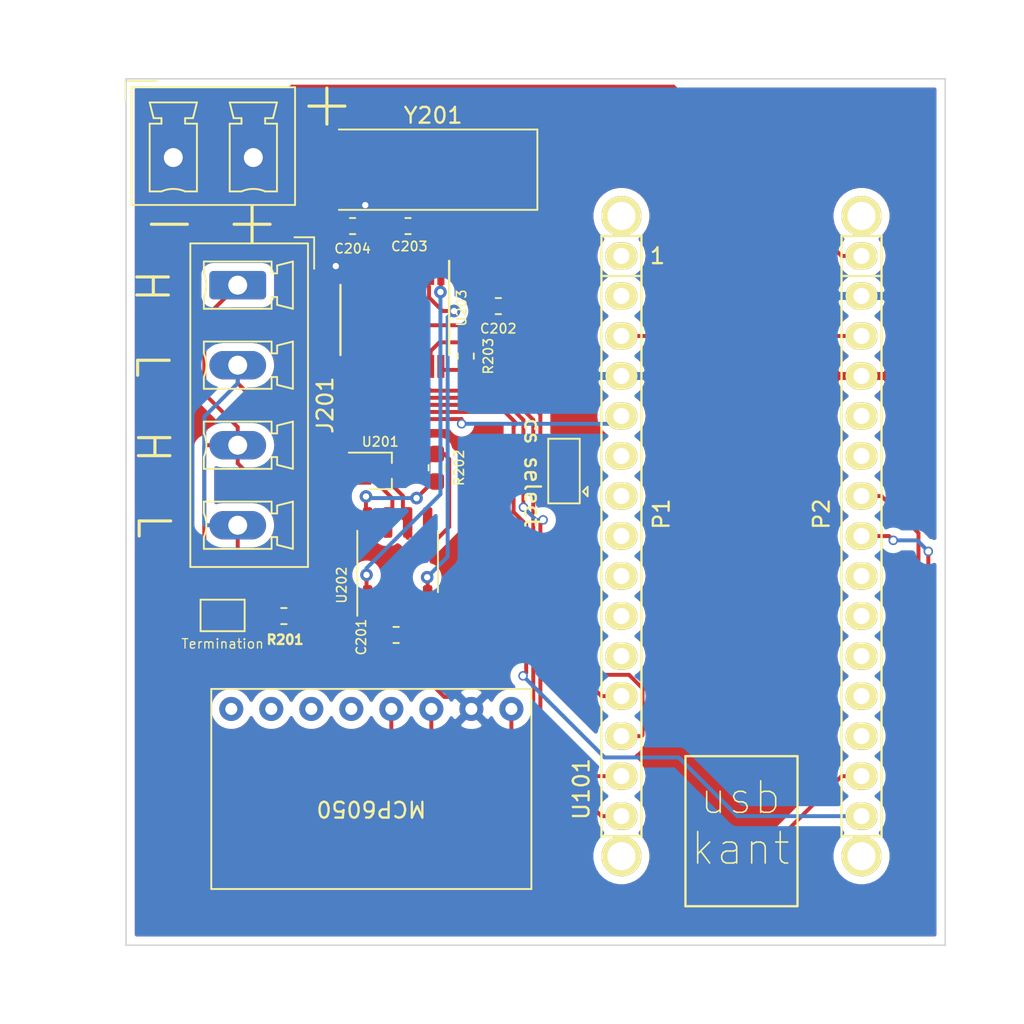
<source format=kicad_pcb>
(kicad_pcb (version 20171130) (host pcbnew 5.1.5+dfsg1-2build2)

  (general
    (thickness 1.6)
    (drawings 28)
    (tracks 216)
    (zones 0)
    (modules 22)
    (nets 56)
  )

  (page A4)
  (title_block
    (date "jeu. 02 avril 2015")
  )

  (layers
    (0 F.Cu signal)
    (31 B.Cu signal)
    (32 B.Adhes user)
    (33 F.Adhes user)
    (34 B.Paste user)
    (35 F.Paste user)
    (36 B.SilkS user)
    (37 F.SilkS user)
    (38 B.Mask user)
    (39 F.Mask user)
    (40 Dwgs.User user)
    (41 Cmts.User user)
    (42 Eco1.User user)
    (43 Eco2.User user)
    (44 Edge.Cuts user)
    (45 Margin user)
    (46 B.CrtYd user)
    (47 F.CrtYd user)
    (48 B.Fab user)
    (49 F.Fab user hide)
  )

  (setup
    (last_trace_width 0.25)
    (trace_clearance 0.2)
    (zone_clearance 0.508)
    (zone_45_only no)
    (trace_min 0.2)
    (via_size 0.6)
    (via_drill 0.4)
    (via_min_size 0.4)
    (via_min_drill 0.3)
    (uvia_size 0.3)
    (uvia_drill 0.1)
    (uvias_allowed no)
    (uvia_min_size 0.2)
    (uvia_min_drill 0.1)
    (edge_width 0.1)
    (segment_width 0.15)
    (pcb_text_width 0.3)
    (pcb_text_size 1.5 1.5)
    (mod_edge_width 0.15)
    (mod_text_size 1 1)
    (mod_text_width 0.15)
    (pad_size 1.5 1.5)
    (pad_drill 0.6)
    (pad_to_mask_clearance 0)
    (aux_axis_origin 138.176 110.617)
    (visible_elements FFFFFF7F)
    (pcbplotparams
      (layerselection 0x00030_80000001)
      (usegerberextensions false)
      (usegerberattributes false)
      (usegerberadvancedattributes false)
      (creategerberjobfile false)
      (excludeedgelayer true)
      (linewidth 0.100000)
      (plotframeref false)
      (viasonmask false)
      (mode 1)
      (useauxorigin false)
      (hpglpennumber 1)
      (hpglpenspeed 20)
      (hpglpendiameter 15.000000)
      (psnegative false)
      (psa4output false)
      (plotreference true)
      (plotvalue true)
      (plotinvisibletext false)
      (padsonsilk false)
      (subtractmaskfromsilk false)
      (outputformat 1)
      (mirror false)
      (drillshape 1)
      (scaleselection 1)
      (outputdirectory ""))
  )

  (net 0 "")
  (net 1 "/1(Tx)")
  (net 2 "/0(Rx)")
  (net 3 /Reset)
  (net 4 GND)
  (net 5 /2)
  (net 6 "/3(**)")
  (net 7 /4)
  (net 8 "/5(**)")
  (net 9 "/6(**)")
  (net 10 /7)
  (net 11 /8)
  (net 12 "/9(**)")
  (net 13 "/10(**/SS)")
  (net 14 /Vin)
  (net 15 +5V)
  (net 16 /A7)
  (net 17 /A6)
  (net 18 /A5)
  (net 19 /A4)
  (net 20 /A3)
  (net 21 /A2)
  (net 22 /A1)
  (net 23 /A0)
  (net 24 /AREF)
  (net 25 "/13(SCK)")
  (net 26 "Net-(P3-Pad1)")
  (net 27 "Net-(P4-Pad1)")
  (net 28 "Net-(P5-Pad1)")
  (net 29 "Net-(P6-Pad1)")
  (net 30 +3V3)
  (net 31 "/11(**/MOSI)")
  (net 32 "/12(MISO)")
  (net 33 "Net-(C203-Pad2)")
  (net 34 "Net-(C204-Pad2)")
  (net 35 /Sheet60784F27/can_l)
  (net 36 /Sheet60784F27/can_h)
  (net 37 "Net-(JP201-Pad1)")
  (net 38 "Net-(R202-Pad2)")
  (net 39 "Net-(R203-Pad1)")
  (net 40 "Net-(U202-Pad5)")
  (net 41 /Sheet60784F27/can_rx)
  (net 42 /Sheet60784F27/can_tx)
  (net 43 "Net-(U203-Pad15)")
  (net 44 "Net-(U203-Pad12)")
  (net 45 "Net-(U203-Pad11)")
  (net 46 "Net-(U203-Pad7)")
  (net 47 "Net-(U203-Pad6)")
  (net 48 "Net-(U203-Pad5)")
  (net 49 "Net-(U203-Pad4)")
  (net 50 "Net-(U203-Pad3)")
  (net 51 /CS)
  (net 52 "Net-(U101-PadINT)")
  (net 53 "Net-(U101-PadADD)")
  (net 54 "Net-(U101-PadXCL)")
  (net 55 "Net-(U101-PadXDA)")

  (net_class Default "This is the default net class."
    (clearance 0.2)
    (trace_width 0.25)
    (via_dia 0.6)
    (via_drill 0.4)
    (uvia_dia 0.3)
    (uvia_drill 0.1)
    (add_net +3V3)
    (add_net +5V)
    (add_net "/0(Rx)")
    (add_net "/1(Tx)")
    (add_net "/10(**/SS)")
    (add_net "/11(**/MOSI)")
    (add_net "/12(MISO)")
    (add_net "/13(SCK)")
    (add_net /2)
    (add_net "/3(**)")
    (add_net /4)
    (add_net "/5(**)")
    (add_net "/6(**)")
    (add_net /7)
    (add_net /8)
    (add_net "/9(**)")
    (add_net /A0)
    (add_net /A1)
    (add_net /A2)
    (add_net /A3)
    (add_net /A4)
    (add_net /A5)
    (add_net /A6)
    (add_net /A7)
    (add_net /AREF)
    (add_net /CS)
    (add_net /Reset)
    (add_net /Sheet60784F27/can_h)
    (add_net /Sheet60784F27/can_l)
    (add_net /Sheet60784F27/can_rx)
    (add_net /Sheet60784F27/can_tx)
    (add_net /Vin)
    (add_net GND)
    (add_net "Net-(C203-Pad2)")
    (add_net "Net-(C204-Pad2)")
    (add_net "Net-(JP201-Pad1)")
    (add_net "Net-(P3-Pad1)")
    (add_net "Net-(P4-Pad1)")
    (add_net "Net-(P5-Pad1)")
    (add_net "Net-(P6-Pad1)")
    (add_net "Net-(R202-Pad2)")
    (add_net "Net-(R203-Pad1)")
    (add_net "Net-(U101-PadADD)")
    (add_net "Net-(U101-PadINT)")
    (add_net "Net-(U101-PadXCL)")
    (add_net "Net-(U101-PadXDA)")
    (add_net "Net-(U202-Pad5)")
    (add_net "Net-(U203-Pad11)")
    (add_net "Net-(U203-Pad12)")
    (add_net "Net-(U203-Pad15)")
    (add_net "Net-(U203-Pad3)")
    (add_net "Net-(U203-Pad4)")
    (add_net "Net-(U203-Pad5)")
    (add_net "Net-(U203-Pad6)")
    (add_net "Net-(U203-Pad7)")
  )

  (module Connector_Phoenix_MC_HighVoltage:PhoenixContact_MCV_1,5_2-G-5.08_1x02_P5.08mm_Vertical (layer F.Cu) (tedit 5B784ED3) (tstamp 60763800)
    (at 111 65)
    (descr "Generic Phoenix Contact connector footprint for: MCV_1,5/2-G-5.08; number of pins: 02; pin pitch: 5.08mm; Vertical || order number: 1836299 8A 320V")
    (tags "phoenix_contact connector MCV_01x02_G_5.08mm")
    (path /607A6231)
    (fp_text reference J101 (at 2.54 -5.55) (layer F.SilkS) hide
      (effects (font (size 1 1) (thickness 0.15)))
    )
    (fp_text value PWR (at 2.54 4.1) (layer F.Fab)
      (effects (font (size 1 1) (thickness 0.15)))
    )
    (fp_text user %R (at 2.54 -3.65) (layer F.Fab)
      (effects (font (size 1 1) (thickness 0.15)))
    )
    (fp_line (start -3.04 -4.85) (end -1.04 -4.85) (layer F.Fab) (width 0.1))
    (fp_line (start -3.04 -3.6) (end -3.04 -4.85) (layer F.Fab) (width 0.1))
    (fp_line (start -3.04 -4.85) (end -1.04 -4.85) (layer F.SilkS) (width 0.12))
    (fp_line (start -3.04 -3.6) (end -3.04 -4.85) (layer F.SilkS) (width 0.12))
    (fp_line (start 8.12 -4.85) (end -3.04 -4.85) (layer F.CrtYd) (width 0.05))
    (fp_line (start 8.12 3.4) (end 8.12 -4.85) (layer F.CrtYd) (width 0.05))
    (fp_line (start -3.04 3.4) (end 8.12 3.4) (layer F.CrtYd) (width 0.05))
    (fp_line (start -3.04 -4.85) (end -3.04 3.4) (layer F.CrtYd) (width 0.05))
    (fp_line (start 6.58 2.15) (end 5.83 2.15) (layer F.SilkS) (width 0.12))
    (fp_line (start 6.58 -2.15) (end 6.58 2.15) (layer F.SilkS) (width 0.12))
    (fp_line (start 5.83 -2.15) (end 6.58 -2.15) (layer F.SilkS) (width 0.12))
    (fp_line (start 5.83 -2.5) (end 5.83 -2.15) (layer F.SilkS) (width 0.12))
    (fp_line (start 6.33 -2.5) (end 5.83 -2.5) (layer F.SilkS) (width 0.12))
    (fp_line (start 6.58 -3.5) (end 6.33 -2.5) (layer F.SilkS) (width 0.12))
    (fp_line (start 3.58 -3.5) (end 6.58 -3.5) (layer F.SilkS) (width 0.12))
    (fp_line (start 3.83 -2.5) (end 3.58 -3.5) (layer F.SilkS) (width 0.12))
    (fp_line (start 4.33 -2.5) (end 3.83 -2.5) (layer F.SilkS) (width 0.12))
    (fp_line (start 4.33 -2.15) (end 4.33 -2.5) (layer F.SilkS) (width 0.12))
    (fp_line (start 3.58 -2.15) (end 4.33 -2.15) (layer F.SilkS) (width 0.12))
    (fp_line (start 3.58 2.15) (end 3.58 -2.15) (layer F.SilkS) (width 0.12))
    (fp_line (start 4.33 2.15) (end 3.58 2.15) (layer F.SilkS) (width 0.12))
    (fp_line (start 1.5 2.15) (end 0.75 2.15) (layer F.SilkS) (width 0.12))
    (fp_line (start 1.5 -2.15) (end 1.5 2.15) (layer F.SilkS) (width 0.12))
    (fp_line (start 0.75 -2.15) (end 1.5 -2.15) (layer F.SilkS) (width 0.12))
    (fp_line (start 0.75 -2.5) (end 0.75 -2.15) (layer F.SilkS) (width 0.12))
    (fp_line (start 1.25 -2.5) (end 0.75 -2.5) (layer F.SilkS) (width 0.12))
    (fp_line (start 1.5 -3.5) (end 1.25 -2.5) (layer F.SilkS) (width 0.12))
    (fp_line (start -1.5 -3.5) (end 1.5 -3.5) (layer F.SilkS) (width 0.12))
    (fp_line (start -1.25 -2.5) (end -1.5 -3.5) (layer F.SilkS) (width 0.12))
    (fp_line (start -0.75 -2.5) (end -1.25 -2.5) (layer F.SilkS) (width 0.12))
    (fp_line (start -0.75 -2.15) (end -0.75 -2.5) (layer F.SilkS) (width 0.12))
    (fp_line (start -1.5 -2.15) (end -0.75 -2.15) (layer F.SilkS) (width 0.12))
    (fp_line (start -1.5 2.15) (end -1.5 -2.15) (layer F.SilkS) (width 0.12))
    (fp_line (start -0.75 2.15) (end -1.5 2.15) (layer F.SilkS) (width 0.12))
    (fp_line (start 7.62 -4.35) (end -2.54 -4.35) (layer F.Fab) (width 0.1))
    (fp_line (start 7.62 2.9) (end 7.62 -4.35) (layer F.Fab) (width 0.1))
    (fp_line (start -2.54 2.9) (end 7.62 2.9) (layer F.Fab) (width 0.1))
    (fp_line (start -2.54 -4.35) (end -2.54 2.9) (layer F.Fab) (width 0.1))
    (fp_line (start 7.73 -4.46) (end -2.65 -4.46) (layer F.SilkS) (width 0.12))
    (fp_line (start 7.73 3.01) (end 7.73 -4.46) (layer F.SilkS) (width 0.12))
    (fp_line (start -2.65 3.01) (end 7.73 3.01) (layer F.SilkS) (width 0.12))
    (fp_line (start -2.65 -4.46) (end -2.65 3.01) (layer F.SilkS) (width 0.12))
    (fp_arc (start 5.08 3.85) (end 4.33 2.15) (angle 47.6) (layer F.SilkS) (width 0.12))
    (fp_arc (start 0 3.85) (end -0.75 2.15) (angle 47.6) (layer F.SilkS) (width 0.12))
    (pad 2 thru_hole oval (at 5.08 0) (size 1.8 3.6) (drill 1.2) (layers *.Cu *.Mask)
      (net 14 /Vin))
    (pad 1 thru_hole roundrect (at 0 0) (size 1.8 3.6) (drill 1.2) (layers *.Cu *.Mask) (roundrect_rratio 0.138889)
      (net 4 GND))
    (model ${KISYS3DMOD}/Connector_Phoenix_MC_HighVoltage.3dshapes/PhoenixContact_MCV_1,5_2-G-5.08_1x02_P5.08mm_Vertical.wrl
      (at (xyz 0 0 0))
      (scale (xyz 1 1 1))
      (rotate (xyz 0 0 0))
    )
  )

  (module zonneboot_parts:MCP6050_module (layer F.Cu) (tedit 6075A1D9) (tstamp 60761F3D)
    (at 135 100 270)
    (path /6077D33E)
    (fp_text reference U101 (at 5.08 -1.905 90) (layer F.SilkS)
      (effects (font (size 1 1) (thickness 0.15)))
    )
    (fp_text value MPU6050_module (at 5.08 0 90) (layer F.Fab)
      (effects (font (size 1 1) (thickness 0.15)))
    )
    (fp_line (start -1.27 21.59) (end -1.27 1.27) (layer F.CrtYd) (width 0.12))
    (fp_line (start 11.43 21.59) (end -1.27 21.59) (layer F.CrtYd) (width 0.12))
    (fp_line (start 11.43 1.27) (end 11.43 21.59) (layer F.CrtYd) (width 0.12))
    (fp_line (start -1.27 1.27) (end 11.43 1.27) (layer F.CrtYd) (width 0.12))
    (fp_text user MCP6050 (at 6.35 11.43 180 unlocked) (layer F.SilkS)
      (effects (font (size 1 1) (thickness 0.15)))
    )
    (fp_line (start 11.43 21.59) (end 11.43 1.27) (layer F.SilkS) (width 0.12))
    (fp_line (start -1.27 21.59) (end 11.43 21.59) (layer F.SilkS) (width 0.12))
    (fp_line (start -1.27 1.27) (end -1.27 21.59) (layer F.SilkS) (width 0.12))
    (fp_line (start -1.27 1.27) (end 11.43 1.27) (layer F.SilkS) (width 0.12))
    (pad INT thru_hole circle (at 0 20.32 270) (size 1.524 1.524) (drill 0.762) (layers *.Cu *.Mask)
      (net 52 "Net-(U101-PadINT)"))
    (pad ADD thru_hole circle (at 0 17.78 270) (size 1.524 1.524) (drill 0.762) (layers *.Cu *.Mask)
      (net 53 "Net-(U101-PadADD)"))
    (pad XCL thru_hole circle (at 0 15.24 270) (size 1.524 1.524) (drill 0.762) (layers *.Cu *.Mask)
      (net 54 "Net-(U101-PadXCL)"))
    (pad XDA thru_hole circle (at 0 12.7 270) (size 1.524 1.524) (drill 0.762) (layers *.Cu *.Mask)
      (net 55 "Net-(U101-PadXDA)"))
    (pad SDA thru_hole circle (at 0 10.16 270) (size 1.524 1.524) (drill 0.762) (layers *.Cu *.Mask)
      (net 19 /A4))
    (pad SCL thru_hole circle (at 0 7.62 270) (size 1.524 1.524) (drill 0.762) (layers *.Cu *.Mask)
      (net 18 /A5))
    (pad GND thru_hole circle (at 0 5.08 270) (size 1.524 1.524) (drill 0.762) (layers *.Cu *.Mask)
      (net 4 GND))
    (pad VCC thru_hole circle (at 0 2.54 270) (size 1.524 1.524) (drill 0.762) (layers *.Cu *.Mask)
      (net 30 +3V3))
  )

  (module Jumper:SolderJumper-3_P1.3mm_Bridged2Bar12_Pad1.0x1.5mm (layer F.Cu) (tedit 5C756AFF) (tstamp 60761630)
    (at 135.8 84.9 90)
    (descr "SMD Solder 3-pad Jumper, 1x1.5mm Pads, 0.3mm gap, pads 1-2 Bridged2Bar with 2 copper strip")
    (tags "solder jumper open")
    (path /6079322F)
    (attr virtual)
    (fp_text reference "cs select" (at -0.1 -2 270 unlocked) (layer F.SilkS)
      (effects (font (size 1 1) (thickness 0.15)))
    )
    (fp_text value Jumper_3_Bridged12 (at 0 2 90) (layer F.Fab)
      (effects (font (size 1 1) (thickness 0.15)))
    )
    (fp_poly (pts (xy -0.9 0.2) (xy -0.4 0.2) (xy -0.4 0.6) (xy -0.9 0.6)) (layer F.Cu) (width 0))
    (fp_poly (pts (xy -0.9 -0.6) (xy -0.4 -0.6) (xy -0.4 -0.2) (xy -0.9 -0.2)) (layer F.Cu) (width 0))
    (fp_line (start 2.3 1.25) (end -2.3 1.25) (layer F.CrtYd) (width 0.05))
    (fp_line (start 2.3 1.25) (end 2.3 -1.25) (layer F.CrtYd) (width 0.05))
    (fp_line (start -2.3 -1.25) (end -2.3 1.25) (layer F.CrtYd) (width 0.05))
    (fp_line (start -2.3 -1.25) (end 2.3 -1.25) (layer F.CrtYd) (width 0.05))
    (fp_line (start -2.05 -1) (end 2.05 -1) (layer F.SilkS) (width 0.12))
    (fp_line (start 2.05 -1) (end 2.05 1) (layer F.SilkS) (width 0.12))
    (fp_line (start 2.05 1) (end -2.05 1) (layer F.SilkS) (width 0.12))
    (fp_line (start -2.05 1) (end -2.05 -1) (layer F.SilkS) (width 0.12))
    (fp_line (start -1.3 1.2) (end -1.6 1.5) (layer F.SilkS) (width 0.12))
    (fp_line (start -1.6 1.5) (end -1 1.5) (layer F.SilkS) (width 0.12))
    (fp_line (start -1.3 1.2) (end -1 1.5) (layer F.SilkS) (width 0.12))
    (pad 2 smd rect (at 0 0 90) (size 1 1.5) (layers F.Cu F.Mask)
      (net 51 /CS))
    (pad 3 smd rect (at 1.3 0 90) (size 1 1.5) (layers F.Cu F.Mask)
      (net 13 "/10(**/SS)"))
    (pad 1 smd rect (at -1.3 0 90) (size 1 1.5) (layers F.Cu F.Mask)
      (net 12 "/9(**)"))
  )

  (module Crystal:Crystal_SMD_HC49-SD (layer F.Cu) (tedit 5A1AD52C) (tstamp 607602AF)
    (at 127.409999 65.770001 180)
    (descr "SMD Crystal HC-49-SD http://cdn-reichelt.de/documents/datenblatt/B400/xxx-HC49-SMD.pdf, 11.4x4.7mm^2 package")
    (tags "SMD SMT crystal")
    (path /60784F28/6074BAC6)
    (attr smd)
    (fp_text reference Y201 (at -0.085 3.44) (layer F.SilkS)
      (effects (font (size 1 1) (thickness 0.15)))
    )
    (fp_text value Crystal (at 0 3.55) (layer F.Fab)
      (effects (font (size 1 1) (thickness 0.15)))
    )
    (fp_arc (start 3.015 0) (end 3.015 -2.115) (angle 180) (layer F.Fab) (width 0.1))
    (fp_arc (start -3.015 0) (end -3.015 -2.115) (angle -180) (layer F.Fab) (width 0.1))
    (fp_line (start 6.8 -2.6) (end -6.8 -2.6) (layer F.CrtYd) (width 0.05))
    (fp_line (start 6.8 2.6) (end 6.8 -2.6) (layer F.CrtYd) (width 0.05))
    (fp_line (start -6.8 2.6) (end 6.8 2.6) (layer F.CrtYd) (width 0.05))
    (fp_line (start -6.8 -2.6) (end -6.8 2.6) (layer F.CrtYd) (width 0.05))
    (fp_line (start -6.7 2.55) (end 5.9 2.55) (layer F.SilkS) (width 0.12))
    (fp_line (start -6.7 -2.55) (end -6.7 2.55) (layer F.SilkS) (width 0.12))
    (fp_line (start 5.9 -2.55) (end -6.7 -2.55) (layer F.SilkS) (width 0.12))
    (fp_line (start -3.015 2.115) (end 3.015 2.115) (layer F.Fab) (width 0.1))
    (fp_line (start -3.015 -2.115) (end 3.015 -2.115) (layer F.Fab) (width 0.1))
    (fp_line (start 5.7 -2.35) (end -5.7 -2.35) (layer F.Fab) (width 0.1))
    (fp_line (start 5.7 2.35) (end 5.7 -2.35) (layer F.Fab) (width 0.1))
    (fp_line (start -5.7 2.35) (end 5.7 2.35) (layer F.Fab) (width 0.1))
    (fp_line (start -5.7 -2.35) (end -5.7 2.35) (layer F.Fab) (width 0.1))
    (fp_text user %R (at 0 0) (layer F.Fab)
      (effects (font (size 1 1) (thickness 0.15)))
    )
    (pad 2 smd rect (at 4.25 0 180) (size 4.5 2) (layers F.Cu F.Paste F.Mask)
      (net 34 "Net-(C204-Pad2)"))
    (pad 1 smd rect (at -4.25 0 180) (size 4.5 2) (layers F.Cu F.Paste F.Mask)
      (net 33 "Net-(C203-Pad2)"))
    (model ${KISYS3DMOD}/Crystal.3dshapes/Crystal_SMD_HC49-SD.wrl
      (at (xyz 0 0 0))
      (scale (xyz 1 1 1))
      (rotate (xyz 0 0 0))
    )
  )

  (module Package_SO:TSSOP-20_4.4x6.5mm_P0.65mm (layer F.Cu) (tedit 5A02F25C) (tstamp 60760299)
    (at 125.059999 75.310001 270)
    (descr "20-Lead Plastic Thin Shrink Small Outline (ST)-4.4 mm Body [TSSOP] (see Microchip Packaging Specification 00000049BS.pdf)")
    (tags "SSOP 0.65")
    (path /60784F28/6074BAAC)
    (attr smd)
    (fp_text reference U203 (at -0.76 -4.235 90) (layer F.SilkS)
      (effects (font (size 0.6 0.6) (thickness 0.1)))
    )
    (fp_text value MCP2515-xST (at 0 4.3 90) (layer F.Fab)
      (effects (font (size 1 1) (thickness 0.15)))
    )
    (fp_text user %R (at 0 0 90) (layer F.Fab)
      (effects (font (size 1 1) (thickness 0.15)))
    )
    (fp_line (start -3.75 -3.45) (end 2.225 -3.45) (layer F.SilkS) (width 0.15))
    (fp_line (start -2.225 3.45) (end 2.225 3.45) (layer F.SilkS) (width 0.15))
    (fp_line (start -3.95 3.55) (end 3.95 3.55) (layer F.CrtYd) (width 0.05))
    (fp_line (start -3.95 -3.55) (end 3.95 -3.55) (layer F.CrtYd) (width 0.05))
    (fp_line (start 3.95 -3.55) (end 3.95 3.55) (layer F.CrtYd) (width 0.05))
    (fp_line (start -3.95 -3.55) (end -3.95 3.55) (layer F.CrtYd) (width 0.05))
    (fp_line (start -2.2 -2.25) (end -1.2 -3.25) (layer F.Fab) (width 0.15))
    (fp_line (start -2.2 3.25) (end -2.2 -2.25) (layer F.Fab) (width 0.15))
    (fp_line (start 2.2 3.25) (end -2.2 3.25) (layer F.Fab) (width 0.15))
    (fp_line (start 2.2 -3.25) (end 2.2 3.25) (layer F.Fab) (width 0.15))
    (fp_line (start -1.2 -3.25) (end 2.2 -3.25) (layer F.Fab) (width 0.15))
    (pad 20 smd rect (at 2.95 -2.925 270) (size 1.45 0.45) (layers F.Cu F.Paste F.Mask)
      (net 15 +5V))
    (pad 19 smd rect (at 2.95 -2.275 270) (size 1.45 0.45) (layers F.Cu F.Paste F.Mask)
      (net 39 "Net-(R203-Pad1)"))
    (pad 18 smd rect (at 2.95 -1.625 270) (size 1.45 0.45) (layers F.Cu F.Paste F.Mask)
      (net 51 /CS))
    (pad 17 smd rect (at 2.95 -0.975 270) (size 1.45 0.45) (layers F.Cu F.Paste F.Mask)
      (net 32 "/12(MISO)"))
    (pad 16 smd rect (at 2.95 -0.325 270) (size 1.45 0.45) (layers F.Cu F.Paste F.Mask)
      (net 31 "/11(**/MOSI)"))
    (pad 15 smd rect (at 2.95 0.325 270) (size 1.45 0.45) (layers F.Cu F.Paste F.Mask)
      (net 43 "Net-(U203-Pad15)"))
    (pad 14 smd rect (at 2.95 0.975 270) (size 1.45 0.45) (layers F.Cu F.Paste F.Mask)
      (net 25 "/13(SCK)"))
    (pad 13 smd rect (at 2.95 1.625 270) (size 1.45 0.45) (layers F.Cu F.Paste F.Mask)
      (net 5 /2))
    (pad 12 smd rect (at 2.95 2.275 270) (size 1.45 0.45) (layers F.Cu F.Paste F.Mask)
      (net 44 "Net-(U203-Pad12)"))
    (pad 11 smd rect (at 2.95 2.925 270) (size 1.45 0.45) (layers F.Cu F.Paste F.Mask)
      (net 45 "Net-(U203-Pad11)"))
    (pad 10 smd rect (at -2.95 2.925 270) (size 1.45 0.45) (layers F.Cu F.Paste F.Mask)
      (net 4 GND))
    (pad 9 smd rect (at -2.95 2.275 270) (size 1.45 0.45) (layers F.Cu F.Paste F.Mask)
      (net 34 "Net-(C204-Pad2)"))
    (pad 8 smd rect (at -2.95 1.625 270) (size 1.45 0.45) (layers F.Cu F.Paste F.Mask)
      (net 33 "Net-(C203-Pad2)"))
    (pad 7 smd rect (at -2.95 0.975 270) (size 1.45 0.45) (layers F.Cu F.Paste F.Mask)
      (net 46 "Net-(U203-Pad7)"))
    (pad 6 smd rect (at -2.95 0.325 270) (size 1.45 0.45) (layers F.Cu F.Paste F.Mask)
      (net 47 "Net-(U203-Pad6)"))
    (pad 5 smd rect (at -2.95 -0.325 270) (size 1.45 0.45) (layers F.Cu F.Paste F.Mask)
      (net 48 "Net-(U203-Pad5)"))
    (pad 4 smd rect (at -2.95 -0.975 270) (size 1.45 0.45) (layers F.Cu F.Paste F.Mask)
      (net 49 "Net-(U203-Pad4)"))
    (pad 3 smd rect (at -2.95 -1.625 270) (size 1.45 0.45) (layers F.Cu F.Paste F.Mask)
      (net 50 "Net-(U203-Pad3)"))
    (pad 2 smd rect (at -2.95 -2.275 270) (size 1.45 0.45) (layers F.Cu F.Paste F.Mask)
      (net 41 /Sheet60784F27/can_rx))
    (pad 1 smd rect (at -2.95 -2.925 270) (size 1.45 0.45) (layers F.Cu F.Paste F.Mask)
      (net 42 /Sheet60784F27/can_tx))
    (model ${KISYS3DMOD}/Package_SO.3dshapes/TSSOP-20_4.4x6.5mm_P0.65mm.wrl
      (at (xyz 0 0 0))
      (scale (xyz 1 1 1))
      (rotate (xyz 0 0 0))
    )
  )

  (module Package_SO:SOIC-8_3.9x4.9mm_P1.27mm (layer F.Cu) (tedit 5D9F72B1) (tstamp 60760275)
    (at 125.239999 90.640001 90)
    (descr "SOIC, 8 Pin (JEDEC MS-012AA, https://www.analog.com/media/en/package-pcb-resources/package/pkg_pdf/soic_narrow-r/r_8.pdf), generated with kicad-footprint-generator ipc_gullwing_generator.py")
    (tags "SOIC SO")
    (path /60784F28/6074BA69)
    (attr smd)
    (fp_text reference U202 (at -1.5 -3.55 90) (layer F.SilkS)
      (effects (font (size 0.6 0.6) (thickness 0.1)))
    )
    (fp_text value MCP2551-I-SN (at 0 3.4 90) (layer F.Fab)
      (effects (font (size 1 1) (thickness 0.15)))
    )
    (fp_text user %R (at 0 0 90) (layer F.Fab)
      (effects (font (size 1 1) (thickness 0.15)))
    )
    (fp_line (start 3.7 -2.7) (end -3.7 -2.7) (layer F.CrtYd) (width 0.05))
    (fp_line (start 3.7 2.7) (end 3.7 -2.7) (layer F.CrtYd) (width 0.05))
    (fp_line (start -3.7 2.7) (end 3.7 2.7) (layer F.CrtYd) (width 0.05))
    (fp_line (start -3.7 -2.7) (end -3.7 2.7) (layer F.CrtYd) (width 0.05))
    (fp_line (start -1.95 -1.475) (end -0.975 -2.45) (layer F.Fab) (width 0.1))
    (fp_line (start -1.95 2.45) (end -1.95 -1.475) (layer F.Fab) (width 0.1))
    (fp_line (start 1.95 2.45) (end -1.95 2.45) (layer F.Fab) (width 0.1))
    (fp_line (start 1.95 -2.45) (end 1.95 2.45) (layer F.Fab) (width 0.1))
    (fp_line (start -0.975 -2.45) (end 1.95 -2.45) (layer F.Fab) (width 0.1))
    (fp_line (start 0 -2.56) (end -3.45 -2.56) (layer F.SilkS) (width 0.12))
    (fp_line (start 0 -2.56) (end 1.95 -2.56) (layer F.SilkS) (width 0.12))
    (fp_line (start 0 2.56) (end -1.95 2.56) (layer F.SilkS) (width 0.12))
    (fp_line (start 0 2.56) (end 1.95 2.56) (layer F.SilkS) (width 0.12))
    (pad 8 smd roundrect (at 2.475 -1.905 90) (size 1.95 0.6) (layers F.Cu F.Paste F.Mask) (roundrect_rratio 0.25)
      (net 38 "Net-(R202-Pad2)"))
    (pad 7 smd roundrect (at 2.475 -0.635 90) (size 1.95 0.6) (layers F.Cu F.Paste F.Mask) (roundrect_rratio 0.25)
      (net 36 /Sheet60784F27/can_h))
    (pad 6 smd roundrect (at 2.475 0.635 90) (size 1.95 0.6) (layers F.Cu F.Paste F.Mask) (roundrect_rratio 0.25)
      (net 35 /Sheet60784F27/can_l))
    (pad 5 smd roundrect (at 2.475 1.905 90) (size 1.95 0.6) (layers F.Cu F.Paste F.Mask) (roundrect_rratio 0.25)
      (net 40 "Net-(U202-Pad5)"))
    (pad 4 smd roundrect (at -2.475 1.905 90) (size 1.95 0.6) (layers F.Cu F.Paste F.Mask) (roundrect_rratio 0.25)
      (net 41 /Sheet60784F27/can_rx))
    (pad 3 smd roundrect (at -2.475 0.635 90) (size 1.95 0.6) (layers F.Cu F.Paste F.Mask) (roundrect_rratio 0.25)
      (net 15 +5V))
    (pad 2 smd roundrect (at -2.475 -0.635 90) (size 1.95 0.6) (layers F.Cu F.Paste F.Mask) (roundrect_rratio 0.25)
      (net 4 GND))
    (pad 1 smd roundrect (at -2.475 -1.905 90) (size 1.95 0.6) (layers F.Cu F.Paste F.Mask) (roundrect_rratio 0.25)
      (net 42 /Sheet60784F27/can_tx))
    (model ${KISYS3DMOD}/Package_SO.3dshapes/SOIC-8_3.9x4.9mm_P1.27mm.wrl
      (at (xyz 0 0 0))
      (scale (xyz 1 1 1))
      (rotate (xyz 0 0 0))
    )
  )

  (module Package_TO_SOT_SMD:SOT-323_SC-70_Handsoldering (layer F.Cu) (tedit 5A02FF57) (tstamp 6076025B)
    (at 124.139999 84.890001)
    (descr "SOT-323, SC-70 Handsoldering")
    (tags "SOT-323 SC-70 Handsoldering")
    (path /60784F28/6074BA81)
    (attr smd)
    (fp_text reference U201 (at 0 -1.85) (layer F.SilkS)
      (effects (font (size 0.6 0.6) (thickness 0.1)))
    )
    (fp_text value PESD5V0L2UU_esd_diode (at 0 2.05) (layer F.Fab)
      (effects (font (size 1 1) (thickness 0.15)))
    )
    (fp_line (start -0.175 -1.1) (end -0.675 -0.6) (layer F.Fab) (width 0.1))
    (fp_line (start 0.675 1.1) (end -0.675 1.1) (layer F.Fab) (width 0.1))
    (fp_line (start 0.675 -1.1) (end 0.675 1.1) (layer F.Fab) (width 0.1))
    (fp_line (start -0.675 -0.6) (end -0.675 1.1) (layer F.Fab) (width 0.1))
    (fp_line (start 0.675 -1.1) (end -0.175 -1.1) (layer F.Fab) (width 0.1))
    (fp_line (start -0.675 1.16) (end 0.735 1.16) (layer F.SilkS) (width 0.12))
    (fp_line (start 0.735 -1.16) (end -2 -1.16) (layer F.SilkS) (width 0.12))
    (fp_line (start -2.4 1.3) (end -2.4 -1.3) (layer F.CrtYd) (width 0.05))
    (fp_line (start -2.4 -1.3) (end 2.4 -1.3) (layer F.CrtYd) (width 0.05))
    (fp_line (start 2.4 -1.3) (end 2.4 1.3) (layer F.CrtYd) (width 0.05))
    (fp_line (start 2.4 1.3) (end -2.4 1.3) (layer F.CrtYd) (width 0.05))
    (fp_line (start 0.735 -1.17) (end 0.735 -0.5) (layer F.SilkS) (width 0.12))
    (fp_line (start 0.735 0.5) (end 0.735 1.16) (layer F.SilkS) (width 0.12))
    (fp_text user %R (at 0 0 90) (layer F.Fab)
      (effects (font (size 1 1) (thickness 0.15)))
    )
    (pad 3 smd rect (at 1.33 0 270) (size 0.45 1.5) (layers F.Cu F.Paste F.Mask)
      (net 4 GND))
    (pad 2 smd rect (at -1.33 0.65 270) (size 0.45 1.5) (layers F.Cu F.Paste F.Mask)
      (net 36 /Sheet60784F27/can_h))
    (pad 1 smd rect (at -1.33 -0.65 270) (size 0.45 1.5) (layers F.Cu F.Paste F.Mask)
      (net 35 /Sheet60784F27/can_l))
    (model ${KISYS3DMOD}/Package_TO_SOT_SMD.3dshapes/SOT-323_SC-70.wrl
      (at (xyz 0 0 0))
      (scale (xyz 1 1 1))
      (rotate (xyz 0 0 0))
    )
  )

  (module Resistor_SMD:R_0603_1608Metric_Pad1.05x0.95mm_HandSolder (layer F.Cu) (tedit 5B301BBD) (tstamp 60760246)
    (at 129.564999 77.605001 270)
    (descr "Resistor SMD 0603 (1608 Metric), square (rectangular) end terminal, IPC_7351 nominal with elongated pad for handsoldering. (Body size source: http://www.tortai-tech.com/upload/download/2011102023233369053.pdf), generated with kicad-footprint-generator")
    (tags "resistor handsolder")
    (path /60784F28/6074BADF)
    (attr smd)
    (fp_text reference R203 (at 0 -1.43 90) (layer F.SilkS)
      (effects (font (size 0.6 0.6) (thickness 0.1)))
    )
    (fp_text value 10K (at 0 1.43 90) (layer F.Fab)
      (effects (font (size 1 1) (thickness 0.15)))
    )
    (fp_text user %R (at 0 0 90) (layer F.Fab)
      (effects (font (size 1 1) (thickness 0.15)))
    )
    (fp_line (start 1.65 0.73) (end -1.65 0.73) (layer F.CrtYd) (width 0.05))
    (fp_line (start 1.65 -0.73) (end 1.65 0.73) (layer F.CrtYd) (width 0.05))
    (fp_line (start -1.65 -0.73) (end 1.65 -0.73) (layer F.CrtYd) (width 0.05))
    (fp_line (start -1.65 0.73) (end -1.65 -0.73) (layer F.CrtYd) (width 0.05))
    (fp_line (start -0.171267 0.51) (end 0.171267 0.51) (layer F.SilkS) (width 0.12))
    (fp_line (start -0.171267 -0.51) (end 0.171267 -0.51) (layer F.SilkS) (width 0.12))
    (fp_line (start 0.8 0.4) (end -0.8 0.4) (layer F.Fab) (width 0.1))
    (fp_line (start 0.8 -0.4) (end 0.8 0.4) (layer F.Fab) (width 0.1))
    (fp_line (start -0.8 -0.4) (end 0.8 -0.4) (layer F.Fab) (width 0.1))
    (fp_line (start -0.8 0.4) (end -0.8 -0.4) (layer F.Fab) (width 0.1))
    (pad 2 smd roundrect (at 0.875 0 270) (size 1.05 0.95) (layers F.Cu F.Paste F.Mask) (roundrect_rratio 0.25)
      (net 15 +5V))
    (pad 1 smd roundrect (at -0.875 0 270) (size 1.05 0.95) (layers F.Cu F.Paste F.Mask) (roundrect_rratio 0.25)
      (net 39 "Net-(R203-Pad1)"))
    (model ${KISYS3DMOD}/Resistor_SMD.3dshapes/R_0603_1608Metric.wrl
      (at (xyz 0 0 0))
      (scale (xyz 1 1 1))
      (rotate (xyz 0 0 0))
    )
  )

  (module Resistor_SMD:R_0603_1608Metric_Pad1.05x0.95mm_HandSolder (layer F.Cu) (tedit 5B301BBD) (tstamp 60760235)
    (at 127.714999 84.690001 270)
    (descr "Resistor SMD 0603 (1608 Metric), square (rectangular) end terminal, IPC_7351 nominal with elongated pad for handsoldering. (Body size source: http://www.tortai-tech.com/upload/download/2011102023233369053.pdf), generated with kicad-footprint-generator")
    (tags "resistor handsolder")
    (path /60784F28/6074BA98)
    (attr smd)
    (fp_text reference R202 (at 0 -1.43 90) (layer F.SilkS)
      (effects (font (size 0.6 0.6) (thickness 0.1)))
    )
    (fp_text value 47K (at 0 1.43 90) (layer F.Fab)
      (effects (font (size 1 1) (thickness 0.15)))
    )
    (fp_text user %R (at 0 0 90) (layer F.Fab)
      (effects (font (size 1 1) (thickness 0.15)))
    )
    (fp_line (start 1.65 0.73) (end -1.65 0.73) (layer F.CrtYd) (width 0.05))
    (fp_line (start 1.65 -0.73) (end 1.65 0.73) (layer F.CrtYd) (width 0.05))
    (fp_line (start -1.65 -0.73) (end 1.65 -0.73) (layer F.CrtYd) (width 0.05))
    (fp_line (start -1.65 0.73) (end -1.65 -0.73) (layer F.CrtYd) (width 0.05))
    (fp_line (start -0.171267 0.51) (end 0.171267 0.51) (layer F.SilkS) (width 0.12))
    (fp_line (start -0.171267 -0.51) (end 0.171267 -0.51) (layer F.SilkS) (width 0.12))
    (fp_line (start 0.8 0.4) (end -0.8 0.4) (layer F.Fab) (width 0.1))
    (fp_line (start 0.8 -0.4) (end 0.8 0.4) (layer F.Fab) (width 0.1))
    (fp_line (start -0.8 -0.4) (end 0.8 -0.4) (layer F.Fab) (width 0.1))
    (fp_line (start -0.8 0.4) (end -0.8 -0.4) (layer F.Fab) (width 0.1))
    (pad 2 smd roundrect (at 0.875 0 270) (size 1.05 0.95) (layers F.Cu F.Paste F.Mask) (roundrect_rratio 0.25)
      (net 38 "Net-(R202-Pad2)"))
    (pad 1 smd roundrect (at -0.875 0 270) (size 1.05 0.95) (layers F.Cu F.Paste F.Mask) (roundrect_rratio 0.25)
      (net 4 GND))
    (model ${KISYS3DMOD}/Resistor_SMD.3dshapes/R_0603_1608Metric.wrl
      (at (xyz 0 0 0))
      (scale (xyz 1 1 1))
      (rotate (xyz 0 0 0))
    )
  )

  (module Resistor_SMD:R_0603_1608Metric_Pad1.05x0.95mm_HandSolder (layer F.Cu) (tedit 5B301BBD) (tstamp 60760224)
    (at 118.019999 94.105001)
    (descr "Resistor SMD 0603 (1608 Metric), square (rectangular) end terminal, IPC_7351 nominal with elongated pad for handsoldering. (Body size source: http://www.tortai-tech.com/upload/download/2011102023233369053.pdf), generated with kicad-footprint-generator")
    (tags "resistor handsolder")
    (path /60784F28/6075A4C5)
    (attr smd)
    (fp_text reference R201 (at 0.075 1.5) (layer F.SilkS)
      (effects (font (size 0.6 0.6) (thickness 0.15)))
    )
    (fp_text value 120R (at 0 1.43) (layer F.Fab)
      (effects (font (size 1 1) (thickness 0.15)))
    )
    (fp_text user %R (at 0 0) (layer F.Fab)
      (effects (font (size 0.4 0.4) (thickness 0.06)))
    )
    (fp_line (start 1.65 0.73) (end -1.65 0.73) (layer F.CrtYd) (width 0.05))
    (fp_line (start 1.65 -0.73) (end 1.65 0.73) (layer F.CrtYd) (width 0.05))
    (fp_line (start -1.65 -0.73) (end 1.65 -0.73) (layer F.CrtYd) (width 0.05))
    (fp_line (start -1.65 0.73) (end -1.65 -0.73) (layer F.CrtYd) (width 0.05))
    (fp_line (start -0.171267 0.51) (end 0.171267 0.51) (layer F.SilkS) (width 0.12))
    (fp_line (start -0.171267 -0.51) (end 0.171267 -0.51) (layer F.SilkS) (width 0.12))
    (fp_line (start 0.8 0.4) (end -0.8 0.4) (layer F.Fab) (width 0.1))
    (fp_line (start 0.8 -0.4) (end 0.8 0.4) (layer F.Fab) (width 0.1))
    (fp_line (start -0.8 -0.4) (end 0.8 -0.4) (layer F.Fab) (width 0.1))
    (fp_line (start -0.8 0.4) (end -0.8 -0.4) (layer F.Fab) (width 0.1))
    (pad 2 smd roundrect (at 0.875 0) (size 1.05 0.95) (layers F.Cu F.Paste F.Mask) (roundrect_rratio 0.25)
      (net 35 /Sheet60784F27/can_l))
    (pad 1 smd roundrect (at -0.875 0) (size 1.05 0.95) (layers F.Cu F.Paste F.Mask) (roundrect_rratio 0.25)
      (net 37 "Net-(JP201-Pad1)"))
    (model ${KISYS3DMOD}/Resistor_SMD.3dshapes/R_0603_1608Metric.wrl
      (at (xyz 0 0 0))
      (scale (xyz 1 1 1))
      (rotate (xyz 0 0 0))
    )
  )

  (module Jumper:SolderJumper-2_P1.3mm_Open_TrianglePad1.0x1.5mm (layer F.Cu) (tedit 5A64794F) (tstamp 6076017F)
    (at 114.129999 94.065001 180)
    (descr "SMD Solder Jumper, 1x1.5mm Triangular Pads, 0.3mm gap, open")
    (tags "solder jumper open")
    (path /60784F28/6075D5CD)
    (attr virtual)
    (fp_text reference Termination (at 0 -1.8) (layer F.SilkS)
      (effects (font (size 0.6 0.6) (thickness 0.08)))
    )
    (fp_text value termination (at 0 1.9) (layer F.Fab)
      (effects (font (size 1 1) (thickness 0.15)))
    )
    (fp_line (start 1.65 1.25) (end -1.65 1.25) (layer F.CrtYd) (width 0.05))
    (fp_line (start 1.65 1.25) (end 1.65 -1.25) (layer F.CrtYd) (width 0.05))
    (fp_line (start -1.65 -1.25) (end -1.65 1.25) (layer F.CrtYd) (width 0.05))
    (fp_line (start -1.65 -1.25) (end 1.65 -1.25) (layer F.CrtYd) (width 0.05))
    (fp_line (start -1.4 -1) (end 1.4 -1) (layer F.SilkS) (width 0.12))
    (fp_line (start 1.4 -1) (end 1.4 1) (layer F.SilkS) (width 0.12))
    (fp_line (start 1.4 1) (end -1.4 1) (layer F.SilkS) (width 0.12))
    (fp_line (start -1.4 1) (end -1.4 -1) (layer F.SilkS) (width 0.12))
    (pad 1 smd custom (at -0.725 0 180) (size 0.3 0.3) (layers F.Cu F.Mask)
      (net 37 "Net-(JP201-Pad1)") (zone_connect 2)
      (options (clearance outline) (anchor rect))
      (primitives
        (gr_poly (pts
           (xy -0.5 -0.75) (xy 0.5 -0.75) (xy 1 0) (xy 0.5 0.75) (xy -0.5 0.75)
) (width 0))
      ))
    (pad 2 smd custom (at 0.725 0 180) (size 0.3 0.3) (layers F.Cu F.Mask)
      (net 36 /Sheet60784F27/can_h) (zone_connect 2)
      (options (clearance outline) (anchor rect))
      (primitives
        (gr_poly (pts
           (xy -0.65 -0.75) (xy 0.5 -0.75) (xy 0.5 0.75) (xy -0.65 0.75) (xy -0.15 0)
) (width 0))
      ))
  )

  (module Connector_Phoenix_MC_HighVoltage:PhoenixContact_MCV_1,5_4-G-5.08_1x04_P5.08mm_Vertical (layer F.Cu) (tedit 5B784ED3) (tstamp 60760171)
    (at 115.089999 73.100001 270)
    (descr "Generic Phoenix Contact connector footprint for: MCV_1,5/4-G-5.08; number of pins: 04; pin pitch: 5.08mm; Vertical || order number: 1836312 8A 320V")
    (tags "phoenix_contact connector MCV_01x04_G_5.08mm")
    (path /60784F28/6076236F)
    (fp_text reference J201 (at 7.62 -5.55 90) (layer F.SilkS)
      (effects (font (size 1 1) (thickness 0.15)))
    )
    (fp_text value can (at 7.62 4.1 90) (layer F.Fab)
      (effects (font (size 1 1) (thickness 0.15)))
    )
    (fp_text user %R (at 7.62 -3.65 90) (layer F.Fab)
      (effects (font (size 1 1) (thickness 0.15)))
    )
    (fp_line (start -3.04 -4.85) (end -1.04 -4.85) (layer F.Fab) (width 0.1))
    (fp_line (start -3.04 -3.6) (end -3.04 -4.85) (layer F.Fab) (width 0.1))
    (fp_line (start -3.04 -4.85) (end -1.04 -4.85) (layer F.SilkS) (width 0.12))
    (fp_line (start -3.04 -3.6) (end -3.04 -4.85) (layer F.SilkS) (width 0.12))
    (fp_line (start 18.28 -4.85) (end -3.04 -4.85) (layer F.CrtYd) (width 0.05))
    (fp_line (start 18.28 3.4) (end 18.28 -4.85) (layer F.CrtYd) (width 0.05))
    (fp_line (start -3.04 3.4) (end 18.28 3.4) (layer F.CrtYd) (width 0.05))
    (fp_line (start -3.04 -4.85) (end -3.04 3.4) (layer F.CrtYd) (width 0.05))
    (fp_line (start 16.74 2.15) (end 15.99 2.15) (layer F.SilkS) (width 0.12))
    (fp_line (start 16.74 -2.15) (end 16.74 2.15) (layer F.SilkS) (width 0.12))
    (fp_line (start 15.99 -2.15) (end 16.74 -2.15) (layer F.SilkS) (width 0.12))
    (fp_line (start 15.99 -2.5) (end 15.99 -2.15) (layer F.SilkS) (width 0.12))
    (fp_line (start 16.49 -2.5) (end 15.99 -2.5) (layer F.SilkS) (width 0.12))
    (fp_line (start 16.74 -3.5) (end 16.49 -2.5) (layer F.SilkS) (width 0.12))
    (fp_line (start 13.74 -3.5) (end 16.74 -3.5) (layer F.SilkS) (width 0.12))
    (fp_line (start 13.99 -2.5) (end 13.74 -3.5) (layer F.SilkS) (width 0.12))
    (fp_line (start 14.49 -2.5) (end 13.99 -2.5) (layer F.SilkS) (width 0.12))
    (fp_line (start 14.49 -2.15) (end 14.49 -2.5) (layer F.SilkS) (width 0.12))
    (fp_line (start 13.74 -2.15) (end 14.49 -2.15) (layer F.SilkS) (width 0.12))
    (fp_line (start 13.74 2.15) (end 13.74 -2.15) (layer F.SilkS) (width 0.12))
    (fp_line (start 14.49 2.15) (end 13.74 2.15) (layer F.SilkS) (width 0.12))
    (fp_line (start 11.66 2.15) (end 10.91 2.15) (layer F.SilkS) (width 0.12))
    (fp_line (start 11.66 -2.15) (end 11.66 2.15) (layer F.SilkS) (width 0.12))
    (fp_line (start 10.91 -2.15) (end 11.66 -2.15) (layer F.SilkS) (width 0.12))
    (fp_line (start 10.91 -2.5) (end 10.91 -2.15) (layer F.SilkS) (width 0.12))
    (fp_line (start 11.41 -2.5) (end 10.91 -2.5) (layer F.SilkS) (width 0.12))
    (fp_line (start 11.66 -3.5) (end 11.41 -2.5) (layer F.SilkS) (width 0.12))
    (fp_line (start 8.66 -3.5) (end 11.66 -3.5) (layer F.SilkS) (width 0.12))
    (fp_line (start 8.91 -2.5) (end 8.66 -3.5) (layer F.SilkS) (width 0.12))
    (fp_line (start 9.41 -2.5) (end 8.91 -2.5) (layer F.SilkS) (width 0.12))
    (fp_line (start 9.41 -2.15) (end 9.41 -2.5) (layer F.SilkS) (width 0.12))
    (fp_line (start 8.66 -2.15) (end 9.41 -2.15) (layer F.SilkS) (width 0.12))
    (fp_line (start 8.66 2.15) (end 8.66 -2.15) (layer F.SilkS) (width 0.12))
    (fp_line (start 9.41 2.15) (end 8.66 2.15) (layer F.SilkS) (width 0.12))
    (fp_line (start 6.58 2.15) (end 5.83 2.15) (layer F.SilkS) (width 0.12))
    (fp_line (start 6.58 -2.15) (end 6.58 2.15) (layer F.SilkS) (width 0.12))
    (fp_line (start 5.83 -2.15) (end 6.58 -2.15) (layer F.SilkS) (width 0.12))
    (fp_line (start 5.83 -2.5) (end 5.83 -2.15) (layer F.SilkS) (width 0.12))
    (fp_line (start 6.33 -2.5) (end 5.83 -2.5) (layer F.SilkS) (width 0.12))
    (fp_line (start 6.58 -3.5) (end 6.33 -2.5) (layer F.SilkS) (width 0.12))
    (fp_line (start 3.58 -3.5) (end 6.58 -3.5) (layer F.SilkS) (width 0.12))
    (fp_line (start 3.83 -2.5) (end 3.58 -3.5) (layer F.SilkS) (width 0.12))
    (fp_line (start 4.33 -2.5) (end 3.83 -2.5) (layer F.SilkS) (width 0.12))
    (fp_line (start 4.33 -2.15) (end 4.33 -2.5) (layer F.SilkS) (width 0.12))
    (fp_line (start 3.58 -2.15) (end 4.33 -2.15) (layer F.SilkS) (width 0.12))
    (fp_line (start 3.58 2.15) (end 3.58 -2.15) (layer F.SilkS) (width 0.12))
    (fp_line (start 4.33 2.15) (end 3.58 2.15) (layer F.SilkS) (width 0.12))
    (fp_line (start 1.5 2.15) (end 0.75 2.15) (layer F.SilkS) (width 0.12))
    (fp_line (start 1.5 -2.15) (end 1.5 2.15) (layer F.SilkS) (width 0.12))
    (fp_line (start 0.75 -2.15) (end 1.5 -2.15) (layer F.SilkS) (width 0.12))
    (fp_line (start 0.75 -2.5) (end 0.75 -2.15) (layer F.SilkS) (width 0.12))
    (fp_line (start 1.25 -2.5) (end 0.75 -2.5) (layer F.SilkS) (width 0.12))
    (fp_line (start 1.5 -3.5) (end 1.25 -2.5) (layer F.SilkS) (width 0.12))
    (fp_line (start -1.5 -3.5) (end 1.5 -3.5) (layer F.SilkS) (width 0.12))
    (fp_line (start -1.25 -2.5) (end -1.5 -3.5) (layer F.SilkS) (width 0.12))
    (fp_line (start -0.75 -2.5) (end -1.25 -2.5) (layer F.SilkS) (width 0.12))
    (fp_line (start -0.75 -2.15) (end -0.75 -2.5) (layer F.SilkS) (width 0.12))
    (fp_line (start -1.5 -2.15) (end -0.75 -2.15) (layer F.SilkS) (width 0.12))
    (fp_line (start -1.5 2.15) (end -1.5 -2.15) (layer F.SilkS) (width 0.12))
    (fp_line (start -0.75 2.15) (end -1.5 2.15) (layer F.SilkS) (width 0.12))
    (fp_line (start 17.78 -4.35) (end -2.54 -4.35) (layer F.Fab) (width 0.1))
    (fp_line (start 17.78 2.9) (end 17.78 -4.35) (layer F.Fab) (width 0.1))
    (fp_line (start -2.54 2.9) (end 17.78 2.9) (layer F.Fab) (width 0.1))
    (fp_line (start -2.54 -4.35) (end -2.54 2.9) (layer F.Fab) (width 0.1))
    (fp_line (start 17.89 -4.46) (end -2.65 -4.46) (layer F.SilkS) (width 0.12))
    (fp_line (start 17.89 3.01) (end 17.89 -4.46) (layer F.SilkS) (width 0.12))
    (fp_line (start -2.65 3.01) (end 17.89 3.01) (layer F.SilkS) (width 0.12))
    (fp_line (start -2.65 -4.46) (end -2.65 3.01) (layer F.SilkS) (width 0.12))
    (fp_arc (start 15.24 3.85) (end 14.49 2.15) (angle 47.6) (layer F.SilkS) (width 0.12))
    (fp_arc (start 10.16 3.85) (end 9.41 2.15) (angle 47.6) (layer F.SilkS) (width 0.12))
    (fp_arc (start 5.08 3.85) (end 4.33 2.15) (angle 47.6) (layer F.SilkS) (width 0.12))
    (fp_arc (start 0 3.85) (end -0.75 2.15) (angle 47.6) (layer F.SilkS) (width 0.12))
    (pad 4 thru_hole oval (at 15.24 0 270) (size 1.8 3.6) (drill 1.2) (layers *.Cu *.Mask)
      (net 35 /Sheet60784F27/can_l))
    (pad 3 thru_hole oval (at 10.16 0 270) (size 1.8 3.6) (drill 1.2) (layers *.Cu *.Mask)
      (net 36 /Sheet60784F27/can_h))
    (pad 2 thru_hole oval (at 5.08 0 270) (size 1.8 3.6) (drill 1.2) (layers *.Cu *.Mask)
      (net 35 /Sheet60784F27/can_l))
    (pad 1 thru_hole roundrect (at 0 0 270) (size 1.8 3.6) (drill 1.2) (layers *.Cu *.Mask) (roundrect_rratio 0.138889)
      (net 36 /Sheet60784F27/can_h))
    (model ${KISYS3DMOD}/Connector_Phoenix_MC_HighVoltage.3dshapes/PhoenixContact_MCV_1,5_4-G-5.08_1x04_P5.08mm_Vertical.wrl
      (at (xyz 0 0 0))
      (scale (xyz 1 1 1))
      (rotate (xyz 0 0 0))
    )
  )

  (module Capacitor_SMD:C_0603_1608Metric_Pad1.05x0.95mm_HandSolder (layer F.Cu) (tedit 5B301BBE) (tstamp 60760120)
    (at 122.379999 69.350001 180)
    (descr "Capacitor SMD 0603 (1608 Metric), square (rectangular) end terminal, IPC_7351 nominal with elongated pad for handsoldering. (Body size source: http://www.tortai-tech.com/upload/download/2011102023233369053.pdf), generated with kicad-footprint-generator")
    (tags "capacitor handsolder")
    (path /60784F28/6074BAC0)
    (attr smd)
    (fp_text reference C204 (at 0 -1.43) (layer F.SilkS)
      (effects (font (size 0.6 0.6) (thickness 0.1)))
    )
    (fp_text value 2pf (at 0 1.43) (layer F.Fab)
      (effects (font (size 1 1) (thickness 0.15)))
    )
    (fp_text user %R (at 0 0) (layer F.Fab)
      (effects (font (size 1 1) (thickness 0.15)))
    )
    (fp_line (start 1.65 0.73) (end -1.65 0.73) (layer F.CrtYd) (width 0.05))
    (fp_line (start 1.65 -0.73) (end 1.65 0.73) (layer F.CrtYd) (width 0.05))
    (fp_line (start -1.65 -0.73) (end 1.65 -0.73) (layer F.CrtYd) (width 0.05))
    (fp_line (start -1.65 0.73) (end -1.65 -0.73) (layer F.CrtYd) (width 0.05))
    (fp_line (start -0.171267 0.51) (end 0.171267 0.51) (layer F.SilkS) (width 0.12))
    (fp_line (start -0.171267 -0.51) (end 0.171267 -0.51) (layer F.SilkS) (width 0.12))
    (fp_line (start 0.8 0.4) (end -0.8 0.4) (layer F.Fab) (width 0.1))
    (fp_line (start 0.8 -0.4) (end 0.8 0.4) (layer F.Fab) (width 0.1))
    (fp_line (start -0.8 -0.4) (end 0.8 -0.4) (layer F.Fab) (width 0.1))
    (fp_line (start -0.8 0.4) (end -0.8 -0.4) (layer F.Fab) (width 0.1))
    (pad 2 smd roundrect (at 0.875 0 180) (size 1.05 0.95) (layers F.Cu F.Paste F.Mask) (roundrect_rratio 0.25)
      (net 34 "Net-(C204-Pad2)"))
    (pad 1 smd roundrect (at -0.875 0 180) (size 1.05 0.95) (layers F.Cu F.Paste F.Mask) (roundrect_rratio 0.25)
      (net 4 GND))
    (model ${KISYS3DMOD}/Capacitor_SMD.3dshapes/C_0603_1608Metric.wrl
      (at (xyz 0 0 0))
      (scale (xyz 1 1 1))
      (rotate (xyz 0 0 0))
    )
  )

  (module Capacitor_SMD:C_0603_1608Metric_Pad1.05x0.95mm_HandSolder (layer F.Cu) (tedit 5B301BBE) (tstamp 6076010F)
    (at 125.899999 69.350001)
    (descr "Capacitor SMD 0603 (1608 Metric), square (rectangular) end terminal, IPC_7351 nominal with elongated pad for handsoldering. (Body size source: http://www.tortai-tech.com/upload/download/2011102023233369053.pdf), generated with kicad-footprint-generator")
    (tags "capacitor handsolder")
    (path /60784F28/6074BACC)
    (attr smd)
    (fp_text reference C203 (at 0.085 1.29) (layer F.SilkS)
      (effects (font (size 0.6 0.6) (thickness 0.1)))
    )
    (fp_text value 2pf (at 0 1.43) (layer F.Fab)
      (effects (font (size 1 1) (thickness 0.15)))
    )
    (fp_text user %R (at 0 0) (layer F.Fab)
      (effects (font (size 1 1) (thickness 0.15)))
    )
    (fp_line (start 1.65 0.73) (end -1.65 0.73) (layer F.CrtYd) (width 0.05))
    (fp_line (start 1.65 -0.73) (end 1.65 0.73) (layer F.CrtYd) (width 0.05))
    (fp_line (start -1.65 -0.73) (end 1.65 -0.73) (layer F.CrtYd) (width 0.05))
    (fp_line (start -1.65 0.73) (end -1.65 -0.73) (layer F.CrtYd) (width 0.05))
    (fp_line (start -0.171267 0.51) (end 0.171267 0.51) (layer F.SilkS) (width 0.12))
    (fp_line (start -0.171267 -0.51) (end 0.171267 -0.51) (layer F.SilkS) (width 0.12))
    (fp_line (start 0.8 0.4) (end -0.8 0.4) (layer F.Fab) (width 0.1))
    (fp_line (start 0.8 -0.4) (end 0.8 0.4) (layer F.Fab) (width 0.1))
    (fp_line (start -0.8 -0.4) (end 0.8 -0.4) (layer F.Fab) (width 0.1))
    (fp_line (start -0.8 0.4) (end -0.8 -0.4) (layer F.Fab) (width 0.1))
    (pad 2 smd roundrect (at 0.875 0) (size 1.05 0.95) (layers F.Cu F.Paste F.Mask) (roundrect_rratio 0.25)
      (net 33 "Net-(C203-Pad2)"))
    (pad 1 smd roundrect (at -0.875 0) (size 1.05 0.95) (layers F.Cu F.Paste F.Mask) (roundrect_rratio 0.25)
      (net 4 GND))
    (model ${KISYS3DMOD}/Capacitor_SMD.3dshapes/C_0603_1608Metric.wrl
      (at (xyz 0 0 0))
      (scale (xyz 1 1 1))
      (rotate (xyz 0 0 0))
    )
  )

  (module Capacitor_SMD:C_0603_1608Metric_Pad1.05x0.95mm_HandSolder (layer F.Cu) (tedit 5B301BBE) (tstamp 607600FE)
    (at 131.629999 74.430001 180)
    (descr "Capacitor SMD 0603 (1608 Metric), square (rectangular) end terminal, IPC_7351 nominal with elongated pad for handsoldering. (Body size source: http://www.tortai-tech.com/upload/download/2011102023233369053.pdf), generated with kicad-footprint-generator")
    (tags "capacitor handsolder")
    (path /60784F28/6074BA9E)
    (attr smd)
    (fp_text reference C202 (at 0 -1.43) (layer F.SilkS)
      (effects (font (size 0.6 0.6) (thickness 0.1)))
    )
    (fp_text value 100nf (at 0 1.43) (layer F.Fab)
      (effects (font (size 1 1) (thickness 0.15)))
    )
    (fp_text user %R (at 0 0) (layer F.Fab)
      (effects (font (size 1 1) (thickness 0.15)))
    )
    (fp_line (start 1.65 0.73) (end -1.65 0.73) (layer F.CrtYd) (width 0.05))
    (fp_line (start 1.65 -0.73) (end 1.65 0.73) (layer F.CrtYd) (width 0.05))
    (fp_line (start -1.65 -0.73) (end 1.65 -0.73) (layer F.CrtYd) (width 0.05))
    (fp_line (start -1.65 0.73) (end -1.65 -0.73) (layer F.CrtYd) (width 0.05))
    (fp_line (start -0.171267 0.51) (end 0.171267 0.51) (layer F.SilkS) (width 0.12))
    (fp_line (start -0.171267 -0.51) (end 0.171267 -0.51) (layer F.SilkS) (width 0.12))
    (fp_line (start 0.8 0.4) (end -0.8 0.4) (layer F.Fab) (width 0.1))
    (fp_line (start 0.8 -0.4) (end 0.8 0.4) (layer F.Fab) (width 0.1))
    (fp_line (start -0.8 -0.4) (end 0.8 -0.4) (layer F.Fab) (width 0.1))
    (fp_line (start -0.8 0.4) (end -0.8 -0.4) (layer F.Fab) (width 0.1))
    (pad 2 smd roundrect (at 0.875 0 180) (size 1.05 0.95) (layers F.Cu F.Paste F.Mask) (roundrect_rratio 0.25)
      (net 4 GND))
    (pad 1 smd roundrect (at -0.875 0 180) (size 1.05 0.95) (layers F.Cu F.Paste F.Mask) (roundrect_rratio 0.25)
      (net 15 +5V))
    (model ${KISYS3DMOD}/Capacitor_SMD.3dshapes/C_0603_1608Metric.wrl
      (at (xyz 0 0 0))
      (scale (xyz 1 1 1))
      (rotate (xyz 0 0 0))
    )
  )

  (module Capacitor_SMD:C_0603_1608Metric_Pad1.05x0.95mm_HandSolder (layer F.Cu) (tedit 5B301BBE) (tstamp 607600ED)
    (at 125.144999 95.305001 180)
    (descr "Capacitor SMD 0603 (1608 Metric), square (rectangular) end terminal, IPC_7351 nominal with elongated pad for handsoldering. (Body size source: http://www.tortai-tech.com/upload/download/2011102023233369053.pdf), generated with kicad-footprint-generator")
    (tags "capacitor handsolder")
    (path /60784F28/6074BB01)
    (attr smd)
    (fp_text reference C201 (at 2.215 -0.14 270) (layer F.SilkS)
      (effects (font (size 0.6 0.6) (thickness 0.1)))
    )
    (fp_text value 100nf (at 0 1.43) (layer F.Fab)
      (effects (font (size 1 1) (thickness 0.15)))
    )
    (fp_text user %R (at 0 0) (layer F.Fab)
      (effects (font (size 1 1) (thickness 0.15)))
    )
    (fp_line (start 1.65 0.73) (end -1.65 0.73) (layer F.CrtYd) (width 0.05))
    (fp_line (start 1.65 -0.73) (end 1.65 0.73) (layer F.CrtYd) (width 0.05))
    (fp_line (start -1.65 -0.73) (end 1.65 -0.73) (layer F.CrtYd) (width 0.05))
    (fp_line (start -1.65 0.73) (end -1.65 -0.73) (layer F.CrtYd) (width 0.05))
    (fp_line (start -0.171267 0.51) (end 0.171267 0.51) (layer F.SilkS) (width 0.12))
    (fp_line (start -0.171267 -0.51) (end 0.171267 -0.51) (layer F.SilkS) (width 0.12))
    (fp_line (start 0.8 0.4) (end -0.8 0.4) (layer F.Fab) (width 0.1))
    (fp_line (start 0.8 -0.4) (end 0.8 0.4) (layer F.Fab) (width 0.1))
    (fp_line (start -0.8 -0.4) (end 0.8 -0.4) (layer F.Fab) (width 0.1))
    (fp_line (start -0.8 0.4) (end -0.8 -0.4) (layer F.Fab) (width 0.1))
    (pad 2 smd roundrect (at 0.875 0 180) (size 1.05 0.95) (layers F.Cu F.Paste F.Mask) (roundrect_rratio 0.25)
      (net 4 GND))
    (pad 1 smd roundrect (at -0.875 0 180) (size 1.05 0.95) (layers F.Cu F.Paste F.Mask) (roundrect_rratio 0.25)
      (net 15 +5V))
    (model ${KISYS3DMOD}/Capacitor_SMD.3dshapes/C_0603_1608Metric.wrl
      (at (xyz 0 0 0))
      (scale (xyz 1 1 1))
      (rotate (xyz 0 0 0))
    )
  )

  (module Socket_Arduino_Nano:Socket_Strip_Arduino_1x15 locked (layer F.Cu) (tedit 552169C6) (tstamp 551FC9D0)
    (at 139.446 71.247 270)
    (descr "Through hole socket strip")
    (tags "socket strip")
    (path /56D73FAC)
    (fp_text reference P1 (at 16.383 -2.54 270) (layer F.SilkS)
      (effects (font (size 1 1) (thickness 0.15)))
    )
    (fp_text value Digital (at 20.193 -2.54 270) (layer F.Fab)
      (effects (font (size 1 1) (thickness 0.15)))
    )
    (fp_line (start 1.27 -1.27) (end -1.27 -1.27) (layer F.SilkS) (width 0.15))
    (fp_line (start -1.27 -1.27) (end -1.27 1.27) (layer F.SilkS) (width 0.15))
    (fp_line (start -1.27 1.27) (end 1.27 1.27) (layer F.SilkS) (width 0.15))
    (fp_line (start -1.75 -1.75) (end -1.75 1.75) (layer F.CrtYd) (width 0.05))
    (fp_line (start 37.35 -1.75) (end 37.35 1.75) (layer F.CrtYd) (width 0.05))
    (fp_line (start -1.75 -1.75) (end 37.35 -1.75) (layer F.CrtYd) (width 0.05))
    (fp_line (start -1.75 1.75) (end 37.35 1.75) (layer F.CrtYd) (width 0.05))
    (fp_line (start 1.27 -1.27) (end 36.83 -1.27) (layer F.SilkS) (width 0.15))
    (fp_line (start 36.83 -1.27) (end 36.83 1.27) (layer F.SilkS) (width 0.15))
    (fp_line (start 36.83 1.27) (end 1.27 1.27) (layer F.SilkS) (width 0.15))
    (fp_line (start 1.27 1.27) (end 1.27 -1.27) (layer F.SilkS) (width 0.15))
    (pad 1 thru_hole oval (at 0 0 270) (size 1.7272 2.032) (drill 1.016) (layers *.Cu *.Mask F.SilkS)
      (net 1 "/1(Tx)"))
    (pad 2 thru_hole oval (at 2.54 0 270) (size 1.7272 2.032) (drill 1.016) (layers *.Cu *.Mask F.SilkS)
      (net 2 "/0(Rx)"))
    (pad 3 thru_hole oval (at 5.08 0 270) (size 1.7272 2.032) (drill 1.016) (layers *.Cu *.Mask F.SilkS)
      (net 3 /Reset))
    (pad 4 thru_hole oval (at 7.62 0 270) (size 1.7272 2.032) (drill 1.016) (layers *.Cu *.Mask F.SilkS)
      (net 4 GND))
    (pad 5 thru_hole oval (at 10.16 0 270) (size 1.7272 2.032) (drill 1.016) (layers *.Cu *.Mask F.SilkS)
      (net 5 /2))
    (pad 6 thru_hole oval (at 12.7 0 270) (size 1.7272 2.032) (drill 1.016) (layers *.Cu *.Mask F.SilkS)
      (net 6 "/3(**)"))
    (pad 7 thru_hole oval (at 15.24 0 270) (size 1.7272 2.032) (drill 1.016) (layers *.Cu *.Mask F.SilkS)
      (net 7 /4))
    (pad 8 thru_hole oval (at 17.78 0 270) (size 1.7272 2.032) (drill 1.016) (layers *.Cu *.Mask F.SilkS)
      (net 8 "/5(**)"))
    (pad 9 thru_hole oval (at 20.32 0 270) (size 1.7272 2.032) (drill 1.016) (layers *.Cu *.Mask F.SilkS)
      (net 9 "/6(**)"))
    (pad 10 thru_hole oval (at 22.86 0 270) (size 1.7272 2.032) (drill 1.016) (layers *.Cu *.Mask F.SilkS)
      (net 10 /7))
    (pad 11 thru_hole oval (at 25.4 0 270) (size 1.7272 2.032) (drill 1.016) (layers *.Cu *.Mask F.SilkS)
      (net 11 /8))
    (pad 12 thru_hole oval (at 27.94 0 270) (size 1.7272 2.032) (drill 1.016) (layers *.Cu *.Mask F.SilkS)
      (net 12 "/9(**)"))
    (pad 13 thru_hole oval (at 30.48 0 270) (size 1.7272 2.032) (drill 1.016) (layers *.Cu *.Mask F.SilkS)
      (net 13 "/10(**/SS)"))
    (pad 14 thru_hole oval (at 33.02 0 270) (size 1.7272 2.032) (drill 1.016) (layers *.Cu *.Mask F.SilkS)
      (net 31 "/11(**/MOSI)"))
    (pad 15 thru_hole oval (at 35.56 0 270) (size 1.7272 2.032) (drill 1.016) (layers *.Cu *.Mask F.SilkS)
      (net 32 "/12(MISO)"))
    (model ${KIPRJMOD}/Socket_Arduino_Nano.3dshapes/Socket_header_Arduino_1x15.wrl
      (offset (xyz 17.77999973297119 0 0))
      (scale (xyz 1 1 1))
      (rotate (xyz 0 0 180))
    )
  )

  (module Socket_Arduino_Nano:Socket_Strip_Arduino_1x15 locked (layer F.Cu) (tedit 552169D3) (tstamp 551FC9EE)
    (at 154.686 71.247 270)
    (descr "Through hole socket strip")
    (tags "socket strip")
    (path /56D740C7)
    (fp_text reference P2 (at 16.383 2.54 270) (layer F.SilkS)
      (effects (font (size 1 1) (thickness 0.15)))
    )
    (fp_text value Analog (at 20.193 2.54 270) (layer F.Fab)
      (effects (font (size 1 1) (thickness 0.15)))
    )
    (fp_line (start 1.27 -1.27) (end -1.27 -1.27) (layer F.SilkS) (width 0.15))
    (fp_line (start -1.27 -1.27) (end -1.27 1.27) (layer F.SilkS) (width 0.15))
    (fp_line (start -1.27 1.27) (end 1.27 1.27) (layer F.SilkS) (width 0.15))
    (fp_line (start -1.75 -1.75) (end -1.75 1.75) (layer F.CrtYd) (width 0.05))
    (fp_line (start 37.35 -1.75) (end 37.35 1.75) (layer F.CrtYd) (width 0.05))
    (fp_line (start -1.75 -1.75) (end 37.35 -1.75) (layer F.CrtYd) (width 0.05))
    (fp_line (start -1.75 1.75) (end 37.35 1.75) (layer F.CrtYd) (width 0.05))
    (fp_line (start 1.27 -1.27) (end 36.83 -1.27) (layer F.SilkS) (width 0.15))
    (fp_line (start 36.83 -1.27) (end 36.83 1.27) (layer F.SilkS) (width 0.15))
    (fp_line (start 36.83 1.27) (end 1.27 1.27) (layer F.SilkS) (width 0.15))
    (fp_line (start 1.27 1.27) (end 1.27 -1.27) (layer F.SilkS) (width 0.15))
    (pad 1 thru_hole oval (at 0 0 270) (size 1.7272 2.032) (drill 1.016) (layers *.Cu *.Mask F.SilkS)
      (net 14 /Vin))
    (pad 2 thru_hole oval (at 2.54 0 270) (size 1.7272 2.032) (drill 1.016) (layers *.Cu *.Mask F.SilkS)
      (net 4 GND))
    (pad 3 thru_hole oval (at 5.08 0 270) (size 1.7272 2.032) (drill 1.016) (layers *.Cu *.Mask F.SilkS)
      (net 3 /Reset))
    (pad 4 thru_hole oval (at 7.62 0 270) (size 1.7272 2.032) (drill 1.016) (layers *.Cu *.Mask F.SilkS)
      (net 15 +5V))
    (pad 5 thru_hole oval (at 10.16 0 270) (size 1.7272 2.032) (drill 1.016) (layers *.Cu *.Mask F.SilkS)
      (net 16 /A7))
    (pad 6 thru_hole oval (at 12.7 0 270) (size 1.7272 2.032) (drill 1.016) (layers *.Cu *.Mask F.SilkS)
      (net 17 /A6))
    (pad 7 thru_hole oval (at 15.24 0 270) (size 1.7272 2.032) (drill 1.016) (layers *.Cu *.Mask F.SilkS)
      (net 18 /A5))
    (pad 8 thru_hole oval (at 17.78 0 270) (size 1.7272 2.032) (drill 1.016) (layers *.Cu *.Mask F.SilkS)
      (net 19 /A4))
    (pad 9 thru_hole oval (at 20.32 0 270) (size 1.7272 2.032) (drill 1.016) (layers *.Cu *.Mask F.SilkS)
      (net 20 /A3))
    (pad 10 thru_hole oval (at 22.86 0 270) (size 1.7272 2.032) (drill 1.016) (layers *.Cu *.Mask F.SilkS)
      (net 21 /A2))
    (pad 11 thru_hole oval (at 25.4 0 270) (size 1.7272 2.032) (drill 1.016) (layers *.Cu *.Mask F.SilkS)
      (net 22 /A1))
    (pad 12 thru_hole oval (at 27.94 0 270) (size 1.7272 2.032) (drill 1.016) (layers *.Cu *.Mask F.SilkS)
      (net 23 /A0))
    (pad 13 thru_hole oval (at 30.48 0 270) (size 1.7272 2.032) (drill 1.016) (layers *.Cu *.Mask F.SilkS)
      (net 24 /AREF))
    (pad 14 thru_hole oval (at 33.02 0 270) (size 1.7272 2.032) (drill 1.016) (layers *.Cu *.Mask F.SilkS)
      (net 30 +3V3))
    (pad 15 thru_hole oval (at 35.56 0 270) (size 1.7272 2.032) (drill 1.016) (layers *.Cu *.Mask F.SilkS)
      (net 25 "/13(SCK)"))
    (model ${KIPRJMOD}/Socket_Arduino_Nano.3dshapes/Socket_header_Arduino_1x15.wrl
      (offset (xyz 17.77999973297119 0 0))
      (scale (xyz 1 1 1))
      (rotate (xyz 0 0 180))
    )
  )

  (module Socket_Arduino_Nano:1pin_Nano locked (layer F.Cu) (tedit 5521156E) (tstamp 55211553)
    (at 139.446 68.707)
    (descr "module 1 pin (ou trou mecanique de percage)")
    (tags DEV)
    (path /56D73ADD)
    (fp_text reference P3 (at 0 -2.032) (layer F.SilkS) hide
      (effects (font (size 1 1) (thickness 0.15)))
    )
    (fp_text value CONN_01X01 (at 0 2.032) (layer F.Fab) hide
      (effects (font (size 1 1) (thickness 0.15)))
    )
    (pad 1 thru_hole circle (at 0 0) (size 2.54 2.54) (drill 1.778) (layers *.Cu *.Mask F.SilkS)
      (net 26 "Net-(P3-Pad1)"))
  )

  (module Socket_Arduino_Nano:1pin_Nano locked (layer F.Cu) (tedit 55211594) (tstamp 55211558)
    (at 139.446 109.347)
    (descr "module 1 pin (ou trou mecanique de percage)")
    (tags DEV)
    (path /56D73D86)
    (fp_text reference P4 (at 0 -2.032) (layer F.SilkS) hide
      (effects (font (size 1 1) (thickness 0.15)))
    )
    (fp_text value CONN_01X01 (at 0 2.032) (layer F.Fab) hide
      (effects (font (size 1 1) (thickness 0.15)))
    )
    (pad 1 thru_hole circle (at 0 0) (size 2.54 2.54) (drill 1.778) (layers *.Cu *.Mask F.SilkS)
      (net 27 "Net-(P4-Pad1)"))
  )

  (module Socket_Arduino_Nano:1pin_Nano locked (layer F.Cu) (tedit 552115A5) (tstamp 5521155D)
    (at 154.686 109.347)
    (descr "module 1 pin (ou trou mecanique de percage)")
    (tags DEV)
    (path /56D73DAE)
    (fp_text reference P5 (at 0 -2.032) (layer F.SilkS) hide
      (effects (font (size 1 1) (thickness 0.15)))
    )
    (fp_text value CONN_01X01 (at 0 2.032) (layer F.Fab) hide
      (effects (font (size 1 1) (thickness 0.15)))
    )
    (pad 1 thru_hole circle (at 0 0) (size 2.54 2.54) (drill 1.778) (layers *.Cu *.Mask F.SilkS)
      (net 28 "Net-(P5-Pad1)"))
  )

  (module Socket_Arduino_Nano:1pin_Nano locked (layer F.Cu) (tedit 552115BD) (tstamp 55211562)
    (at 154.686 68.707)
    (descr "module 1 pin (ou trou mecanique de percage)")
    (tags DEV)
    (path /56D73DD9)
    (fp_text reference P6 (at 0 -2.032) (layer F.SilkS) hide
      (effects (font (size 1 1) (thickness 0.15)))
    )
    (fp_text value CONN_01X01 (at 0 2.032) (layer F.Fab) hide
      (effects (font (size 1 1) (thickness 0.15)))
    )
    (pad 1 thru_hole circle (at 0 0) (size 2.54 2.54) (drill 1.778) (layers *.Cu *.Mask F.SilkS)
      (net 29 "Net-(P6-Pad1)"))
  )

  (gr_text "usb\nkant" (at 147 107.25) (layer F.SilkS)
    (effects (font (size 2 2) (thickness 0.1)))
  )
  (gr_text - (at 110.75 69) (layer F.SilkS) (tstamp 60763B42)
    (effects (font (size 3 3) (thickness 0.2)))
  )
  (gr_text + (at 116 69) (layer F.SilkS) (tstamp 60763B40)
    (effects (font (size 3 3) (thickness 0.2)))
  )
  (gr_text + (at 120.75 61.5) (layer F.SilkS)
    (effects (font (size 3 3) (thickness 0.2)))
  )
  (gr_text L (at 109.75 88.4 270) (layer F.SilkS) (tstamp 60762AE6)
    (effects (font (size 2 2) (thickness 0.2)))
  )
  (gr_text L (at 109.65 78.2 270) (layer F.SilkS) (tstamp 60762AE6)
    (effects (font (size 2 2) (thickness 0.2)))
  )
  (gr_text H (at 109.7 83.35 270) (layer F.SilkS) (tstamp 60762AE6)
    (effects (font (size 2 2) (thickness 0.2)))
  )
  (gr_text H (at 109.6 73.15 270) (layer F.SilkS)
    (effects (font (size 2 2) (thickness 0.2)))
  )
  (gr_line (start 110 60) (end 108 60) (layer Edge.Cuts) (width 0.1) (tstamp 6076286F))
  (gr_line (start 108 115) (end 108 60) (layer Edge.Cuts) (width 0.1) (tstamp 6076286E))
  (gr_line (start 110 115) (end 108 115) (layer Edge.Cuts) (width 0.1))
  (gr_line (start 160 115) (end 110 115) (layer Edge.Cuts) (width 0.1))
  (gr_line (start 160 60) (end 160 115) (layer Edge.Cuts) (width 0.1))
  (gr_line (start 110 60) (end 160 60) (layer Edge.Cuts) (width 0.1))
  (gr_text 1 (at 141.732 71.247) (layer F.SilkS)
    (effects (font (size 1 1) (thickness 0.15)))
  )
  (gr_line (start 150.622 102.997) (end 150.622 112.5) (angle 90) (layer F.SilkS) (width 0.15))
  (gr_line (start 143.51 102.997) (end 150.622 102.997) (angle 90) (layer F.SilkS) (width 0.15))
  (gr_line (start 143.51 112.522) (end 143.51 102.997) (angle 90) (layer F.SilkS) (width 0.15))
  (gr_line (start 143.51 112.522) (end 150.622 112.522) (angle 90) (layer F.SilkS) (width 0.15))
  (gr_line (start 145.542 87.757) (end 145.542 85.217) (angle 90) (layer Dwgs.User) (width 0.15))
  (gr_line (start 149.479 87.757) (end 145.542 87.757) (angle 90) (layer Dwgs.User) (width 0.15))
  (gr_line (start 149.479 85.217) (end 149.479 87.757) (angle 90) (layer Dwgs.User) (width 0.15))
  (gr_line (start 145.542 85.217) (end 149.479 85.217) (angle 90) (layer Dwgs.User) (width 0.15))
  (gr_circle (center 147.574 86.487) (end 146.812 86.487) (layer Dwgs.User) (width 0.15))
  (gr_line (start 150.876 67.437) (end 143.256 67.437) (angle 90) (layer Dwgs.User) (width 0.15))
  (gr_line (start 150.876 72.517) (end 150.876 67.437) (angle 90) (layer Dwgs.User) (width 0.15))
  (gr_line (start 143.256 72.517) (end 150.876 72.517) (angle 90) (layer Dwgs.User) (width 0.15))
  (gr_line (start 143.256 67.437) (end 143.256 72.517) (angle 90) (layer Dwgs.User) (width 0.15))

  (segment (start 139.446 76.327) (end 154.686 76.327) (width 0.25) (layer F.Cu) (net 3))
  (segment (start 122.134999 72.360001) (end 122.134999 73.335001) (width 0.25) (layer F.Cu) (net 4) (tstamp 60760ACB))
  (segment (start 122.134999 73.335001) (end 124.445 75.645002) (width 0.25) (layer F.Cu) (net 4) (tstamp 60760ACA))
  (segment (start 124.445 75.645002) (end 130.014998 75.645002) (width 0.25) (layer F.Cu) (net 4) (tstamp 60760AC9))
  (segment (start 130.014998 75.645002) (end 130.754999 74.905001) (width 0.25) (layer F.Cu) (net 4) (tstamp 60760AC8))
  (segment (start 130.754999 74.905001) (end 130.754999 74.430001) (width 0.25) (layer F.Cu) (net 4) (tstamp 60760AC7))
  (segment (start 121.314999 71.890001) (end 121.664999 71.890001) (width 0.25) (layer F.Cu) (net 4) (tstamp 60760AC6))
  (segment (start 121.664999 71.890001) (end 122.134999 72.360001) (width 0.25) (layer F.Cu) (net 4) (tstamp 60760AC5))
  (segment (start 123.184999 68.020001) (end 121.314999 69.890001) (width 0.25) (layer B.Cu) (net 4) (tstamp 60760AC4))
  (via (at 121.314999 71.890001) (size 0.8) (drill 0.4) (layers F.Cu B.Cu) (net 4) (tstamp 60760AC3))
  (segment (start 121.314999 69.890001) (end 121.314999 71.890001) (width 0.25) (layer B.Cu) (net 4) (tstamp 60760AC2))
  (segment (start 123.254999 69.350001) (end 123.254999 68.090001) (width 0.25) (layer F.Cu) (net 4) (tstamp 60760AC1))
  (segment (start 123.254999 68.090001) (end 123.184999 68.020001) (width 0.25) (layer F.Cu) (net 4) (tstamp 60760AC0))
  (via (at 123.184999 68.020001) (size 0.8) (drill 0.4) (layers F.Cu B.Cu) (net 4) (tstamp 60760ABF))
  (segment (start 123.254999 69.350001) (end 125.024999 69.350001) (width 0.25) (layer F.Cu) (net 4) (tstamp 60760ABE))
  (segment (start 126.289999 90.455001) (end 126.501767 90.455001) (width 0.25) (layer F.Cu) (net 4) (tstamp 60760ABD))
  (segment (start 126.501767 90.455001) (end 128.515009 88.441759) (width 0.25) (layer F.Cu) (net 4) (tstamp 60760ABC))
  (segment (start 128.189999 83.815001) (end 127.714999 83.815001) (width 0.25) (layer F.Cu) (net 4) (tstamp 60760ABB))
  (segment (start 128.515009 88.441759) (end 128.515009 84.140011) (width 0.25) (layer F.Cu) (net 4) (tstamp 60760ABA))
  (segment (start 128.515009 84.140011) (end 128.189999 83.815001) (width 0.25) (layer F.Cu) (net 4) (tstamp 60760AB9))
  (segment (start 124.604999 93.115001) (end 124.604999 92.140001) (width 0.25) (layer F.Cu) (net 4) (tstamp 60760AB8))
  (segment (start 124.604999 92.140001) (end 126.289999 90.455001) (width 0.25) (layer F.Cu) (net 4) (tstamp 60760AB7))
  (segment (start 125.469999 84.890001) (end 126.639999 84.890001) (width 0.25) (layer F.Cu) (net 4) (tstamp 60760AB6))
  (segment (start 126.639999 84.890001) (end 127.714999 83.815001) (width 0.25) (layer F.Cu) (net 4) (tstamp 60760AB5))
  (segment (start 124.269999 95.305001) (end 124.269999 93.450001) (width 0.25) (layer F.Cu) (net 4) (tstamp 60760AB4))
  (segment (start 124.269999 93.450001) (end 124.604999 93.115001) (width 0.25) (layer F.Cu) (net 4) (tstamp 60760AB3))
  (segment (start 128.202999 99.238001) (end 124.269999 95.305001) (width 0.25) (layer F.Cu) (net 4))
  (segment (start 129.158001 99.238001) (end 128.202999 99.238001) (width 0.25) (layer F.Cu) (net 4))
  (segment (start 129.92 100) (end 129.158001 99.238001) (width 0.25) (layer F.Cu) (net 4))
  (segment (start 125.813628 81.60004) (end 126.594396 81.60004) (width 0.25) (layer F.Cu) (net 5))
  (segment (start 123.434999 79.221411) (end 125.813628 81.60004) (width 0.25) (layer F.Cu) (net 5))
  (segment (start 123.434999 78.260001) (end 123.434999 79.221411) (width 0.25) (layer F.Cu) (net 5))
  (segment (start 126.594396 81.60004) (end 129.3 81.60004) (width 0.25) (layer F.Cu) (net 5))
  (via (at 129.3 81.9) (size 0.6) (drill 0.4) (layers F.Cu B.Cu) (net 5))
  (segment (start 129.3 81.60004) (end 129.3 81.9) (width 0.25) (layer F.Cu) (net 5))
  (segment (start 138.953 81.9) (end 139.446 81.407) (width 0.25) (layer B.Cu) (net 5))
  (segment (start 129.3 81.9) (end 138.953 81.9) (width 0.25) (layer B.Cu) (net 5))
  (segment (start 138.18 99.187) (end 139.446 99.187) (width 0.25) (layer F.Cu) (net 12))
  (segment (start 135.8 96.807) (end 138.18 99.187) (width 0.25) (layer F.Cu) (net 12))
  (segment (start 135.8 86.2) (end 135.8 96.807) (width 0.25) (layer F.Cu) (net 12))
  (segment (start 140.78701 98.694662) (end 139.927958 97.83561) (width 0.25) (layer F.Cu) (net 13))
  (segment (start 140.78701 101.65199) (end 140.78701 98.694662) (width 0.25) (layer F.Cu) (net 13))
  (segment (start 140.712 101.727) (end 140.78701 101.65199) (width 0.25) (layer F.Cu) (net 13))
  (segment (start 137.46502 97.83561) (end 136.25001 96.6206) (width 0.25) (layer F.Cu) (net 13))
  (segment (start 139.927958 97.83561) (end 137.46502 97.83561) (width 0.25) (layer F.Cu) (net 13))
  (segment (start 139.446 101.727) (end 140.712 101.727) (width 0.25) (layer F.Cu) (net 13))
  (segment (start 136.25001 96.6206) (end 136.25001 89.14999) (width 0.25) (layer F.Cu) (net 13))
  (segment (start 136.25001 89.14999) (end 137.4 88) (width 0.25) (layer F.Cu) (net 13))
  (segment (start 136.8 83.6) (end 135.8 83.6) (width 0.25) (layer F.Cu) (net 13))
  (segment (start 137.4 84.2) (end 136.8 83.6) (width 0.25) (layer F.Cu) (net 13))
  (segment (start 137.4 88) (end 137.4 84.2) (width 0.25) (layer F.Cu) (net 13))
  (segment (start 153.42 71.247) (end 152.75 70.577) (width 0.25) (layer F.Cu) (net 14))
  (segment (start 154.686 71.247) (end 153.42 71.247) (width 0.25) (layer F.Cu) (net 14))
  (segment (start 152.75 70.5) (end 142.75 60.5) (width 0.25) (layer F.Cu) (net 14))
  (segment (start 152.75 70.577) (end 152.75 70.5) (width 0.25) (layer F.Cu) (net 14))
  (segment (start 116.08 62.95) (end 116.08 65) (width 0.25) (layer F.Cu) (net 14))
  (segment (start 118.53 60.5) (end 116.08 62.95) (width 0.25) (layer F.Cu) (net 14))
  (segment (start 142.75 60.5) (end 118.53 60.5) (width 0.25) (layer F.Cu) (net 14))
  (segment (start 125.874999 93.115001) (end 125.874999 95.160001) (width 0.25) (layer F.Cu) (net 15) (tstamp 60760AD3))
  (segment (start 125.874999 95.160001) (end 126.019999 95.305001) (width 0.25) (layer F.Cu) (net 15) (tstamp 60760AD2))
  (segment (start 128.065 78.480001) (end 127.984999 78.4) (width 0.25) (layer F.Cu) (net 15) (tstamp 60760AD1))
  (segment (start 127.984999 78.4) (end 127.984999 78.260001) (width 0.25) (layer F.Cu) (net 15) (tstamp 60760AD0))
  (segment (start 129.564999 78.480001) (end 128.065 78.480001) (width 0.25) (layer F.Cu) (net 15) (tstamp 60760ACF))
  (segment (start 132.504999 74.430001) (end 132.504999 76.015001) (width 0.25) (layer F.Cu) (net 15) (tstamp 60760ACE))
  (segment (start 132.504999 76.015001) (end 130.039999 78.480001) (width 0.25) (layer F.Cu) (net 15) (tstamp 60760ACD))
  (segment (start 130.039999 78.480001) (end 129.564999 78.480001) (width 0.25) (layer F.Cu) (net 15) (tstamp 60760ACC))
  (segment (start 127.38 100) (end 127.38 104.68) (width 0.25) (layer F.Cu) (net 18))
  (segment (start 127.38 104.68) (end 135.1 112.4) (width 0.25) (layer F.Cu) (net 18))
  (segment (start 153.993602 112.4) (end 154.093602 112.5) (width 0.25) (layer F.Cu) (net 18))
  (segment (start 135.1 112.4) (end 153.993602 112.4) (width 0.25) (layer F.Cu) (net 18))
  (segment (start 154.093602 112.5) (end 155.5 112.5) (width 0.25) (layer F.Cu) (net 18))
  (segment (start 155.5 112.5) (end 158.3 109.7) (width 0.25) (layer F.Cu) (net 18))
  (segment (start 155.952 86.487) (end 154.686 86.487) (width 0.25) (layer F.Cu) (net 18))
  (segment (start 158.3 88.835) (end 155.952 86.487) (width 0.25) (layer F.Cu) (net 18))
  (segment (start 158.3 109.7) (end 158.3 88.835) (width 0.25) (layer F.Cu) (net 18))
  (via (at 156.7 89.3) (size 0.6) (drill 0.4) (layers F.Cu B.Cu) (net 19))
  (segment (start 156.427 89.027) (end 156.7 89.3) (width 0.25) (layer F.Cu) (net 19))
  (segment (start 154.686 89.027) (end 156.427 89.027) (width 0.25) (layer F.Cu) (net 19))
  (via (at 158.925 90) (size 0.6) (drill 0.4) (layers F.Cu B.Cu) (net 19))
  (segment (start 158.225 89.3) (end 158.925 90) (width 0.25) (layer B.Cu) (net 19))
  (segment (start 156.7 89.3) (end 158.225 89.3) (width 0.25) (layer B.Cu) (net 19))
  (segment (start 158.925 90) (end 158.925 109.71141) (width 0.25) (layer F.Cu) (net 19))
  (segment (start 124.84 101.07763) (end 124.84 100) (width 0.25) (layer F.Cu) (net 19))
  (segment (start 135.0136 112.95001) (end 124.84 102.77641) (width 0.25) (layer F.Cu) (net 19))
  (segment (start 124.84 102.77641) (end 124.84 101.07763) (width 0.25) (layer F.Cu) (net 19))
  (segment (start 155.6864 112.95001) (end 135.0136 112.95001) (width 0.25) (layer F.Cu) (net 19))
  (segment (start 158.925 109.71141) (end 155.6864 112.95001) (width 0.25) (layer F.Cu) (net 19))
  (segment (start 124.084999 79.235001) (end 126.000028 81.15003) (width 0.25) (layer F.Cu) (net 25))
  (segment (start 124.084999 78.260001) (end 124.084999 79.235001) (width 0.25) (layer F.Cu) (net 25))
  (segment (start 126.000028 81.15003) (end 126.780796 81.15003) (width 0.25) (layer F.Cu) (net 25))
  (segment (start 126.780796 81.15003) (end 129.5 81.15003) (width 0.25) (layer F.Cu) (net 25))
  (segment (start 132.05003 81.15003) (end 132.77498 81.87498) (width 0.25) (layer F.Cu) (net 25))
  (segment (start 129.5 81.15003) (end 132.05003 81.15003) (width 0.25) (layer F.Cu) (net 25))
  (segment (start 132.599989 82.049971) (end 132.599989 87.399989) (width 0.25) (layer F.Cu) (net 25))
  (segment (start 132.77498 81.87498) (end 132.599989 82.049971) (width 0.25) (layer F.Cu) (net 25))
  (segment (start 132.599989 87.500001) (end 133.39998 88.299992) (width 0.25) (layer F.Cu) (net 25))
  (segment (start 132.599989 87.399989) (end 132.599989 87.500001) (width 0.25) (layer F.Cu) (net 25))
  (via (at 133.2 97.9) (size 0.6) (drill 0.4) (layers F.Cu B.Cu) (net 25))
  (segment (start 133.39998 97.70002) (end 133.2 97.9) (width 0.25) (layer F.Cu) (net 25))
  (segment (start 133.39998 88.299992) (end 133.39998 97.70002) (width 0.25) (layer F.Cu) (net 25))
  (segment (start 138.37839 103.07839) (end 143.07839 103.07839) (width 0.25) (layer B.Cu) (net 25))
  (segment (start 133.2 97.9) (end 138.37839 103.07839) (width 0.25) (layer B.Cu) (net 25))
  (segment (start 146.807 106.807) (end 154.686 106.807) (width 0.25) (layer B.Cu) (net 25))
  (segment (start 143.07839 103.07839) (end 146.807 106.807) (width 0.25) (layer B.Cu) (net 25))
  (segment (start 153.42 104.267) (end 145.73701 111.94999) (width 0.25) (layer F.Cu) (net 30))
  (segment (start 154.686 104.267) (end 153.42 104.267) (width 0.25) (layer F.Cu) (net 30))
  (segment (start 145.73701 111.94999) (end 135.2864 111.94999) (width 0.25) (layer F.Cu) (net 30))
  (segment (start 132.46 109.12359) (end 132.46 100) (width 0.25) (layer F.Cu) (net 30))
  (segment (start 135.2864 111.94999) (end 132.46 109.12359) (width 0.25) (layer F.Cu) (net 30))
  (segment (start 139.446 104.267) (end 136.27641 104.267) (width 0.25) (layer F.Cu) (net 31))
  (segment (start 136.27641 104.267) (end 134.3 102.29059) (width 0.25) (layer F.Cu) (net 31))
  (via (at 134.47499 88) (size 0.6) (drill 0.4) (layers F.Cu B.Cu) (net 31))
  (segment (start 134.3 88.17499) (end 134.47499 88) (width 0.25) (layer F.Cu) (net 31))
  (segment (start 134.3 102.29059) (end 134.3 88.17499) (width 0.25) (layer F.Cu) (net 31))
  (segment (start 134.02499 88) (end 133.22499 87.2) (width 0.25) (layer B.Cu) (net 31))
  (via (at 133.22499 87.2) (size 0.6) (drill 0.4) (layers F.Cu B.Cu) (net 31))
  (segment (start 134.47499 88) (end 134.02499 88) (width 0.25) (layer B.Cu) (net 31))
  (segment (start 125.384999 79.235001) (end 125.384999 78.260001) (width 0.25) (layer F.Cu) (net 31))
  (segment (start 126.850018 80.70002) (end 125.384999 79.235001) (width 0.25) (layer F.Cu) (net 31))
  (segment (start 132.26361 80.70002) (end 126.850018 80.70002) (width 0.25) (layer F.Cu) (net 31))
  (segment (start 133.22499 81.6614) (end 132.26361 80.70002) (width 0.25) (layer F.Cu) (net 31))
  (segment (start 133.22499 87.2) (end 133.22499 81.6614) (width 0.25) (layer F.Cu) (net 31))
  (segment (start 138.18 106.807) (end 139.446 106.807) (width 0.25) (layer F.Cu) (net 32))
  (segment (start 132.45001 80.25001) (end 133.84999 81.64999) (width 0.25) (layer F.Cu) (net 32))
  (segment (start 127.153596 80.25001) (end 132.45001 80.25001) (width 0.25) (layer F.Cu) (net 32))
  (segment (start 133.84999 81.64999) (end 133.84999 102.47699) (width 0.25) (layer F.Cu) (net 32))
  (segment (start 126.034999 79.131413) (end 127.153596 80.25001) (width 0.25) (layer F.Cu) (net 32))
  (segment (start 133.84999 102.47699) (end 138.18 106.807) (width 0.25) (layer F.Cu) (net 32))
  (segment (start 126.034999 78.260001) (end 126.034999 79.131413) (width 0.25) (layer F.Cu) (net 32))
  (segment (start 126.774999 69.350001) (end 129.329999 69.350001) (width 0.25) (layer F.Cu) (net 33) (tstamp 60760ADB))
  (segment (start 129.329999 69.350001) (end 131.659999 67.020001) (width 0.25) (layer F.Cu) (net 33) (tstamp 60760ADA))
  (segment (start 131.659999 67.020001) (end 131.659999 65.770001) (width 0.25) (layer F.Cu) (net 33) (tstamp 60760AD9))
  (segment (start 124.299999 70.520001) (end 126.079999 70.520001) (width 0.25) (layer F.Cu) (net 33) (tstamp 60760AD8))
  (segment (start 126.079999 70.520001) (end 126.774999 69.825001) (width 0.25) (layer F.Cu) (net 33) (tstamp 60760AD7))
  (segment (start 126.774999 69.825001) (end 126.774999 69.350001) (width 0.25) (layer F.Cu) (net 33) (tstamp 60760AD6))
  (segment (start 123.434999 72.360001) (end 123.434999 71.385001) (width 0.25) (layer F.Cu) (net 33) (tstamp 60760AD5))
  (segment (start 123.434999 71.385001) (end 124.299999 70.520001) (width 0.25) (layer F.Cu) (net 33) (tstamp 60760AD4))
  (segment (start 121.504999 69.350001) (end 121.504999 69.825001) (width 0.25) (layer F.Cu) (net 34) (tstamp 60760AE2))
  (segment (start 122.784999 71.385001) (end 122.784999 72.360001) (width 0.25) (layer F.Cu) (net 34) (tstamp 60760AE1))
  (segment (start 121.504999 69.825001) (end 122.784999 71.105001) (width 0.25) (layer F.Cu) (net 34) (tstamp 60760AE0))
  (segment (start 122.784999 71.105001) (end 122.784999 71.385001) (width 0.25) (layer F.Cu) (net 34) (tstamp 60760ADF))
  (segment (start 121.472499 65.770001) (end 121.472499 69.317501) (width 0.25) (layer F.Cu) (net 34) (tstamp 60760ADE))
  (segment (start 121.472499 69.317501) (end 121.504999 69.350001) (width 0.25) (layer F.Cu) (net 34) (tstamp 60760ADD))
  (segment (start 121.472499 65.770001) (end 124.409999 65.770001) (width 0.25) (layer F.Cu) (net 34) (tstamp 60760ADC))
  (segment (start 115.089999 88.340001) (end 115.089999 90.300001) (width 0.25) (layer F.Cu) (net 35) (tstamp 60760AF1))
  (segment (start 115.089999 90.300001) (end 118.894999 94.105001) (width 0.25) (layer F.Cu) (net 35) (tstamp 60760AF0))
  (segment (start 122.809999 84.240001) (end 119.999999 84.240001) (width 0.25) (layer F.Cu) (net 35) (tstamp 60760AEF))
  (segment (start 119.999999 84.240001) (end 115.089999 79.330001) (width 0.25) (layer F.Cu) (net 35) (tstamp 60760AEE))
  (segment (start 115.089999 79.330001) (end 115.089999 78.180001) (width 0.25) (layer F.Cu) (net 35) (tstamp 60760AED))
  (segment (start 115.089999 78.180001) (end 115.089999 79.330001) (width 0.25) (layer B.Cu) (net 35) (tstamp 60760AEC))
  (segment (start 115.089999 79.330001) (end 112.964989 81.455011) (width 0.25) (layer B.Cu) (net 35) (tstamp 60760AEB))
  (segment (start 112.964989 81.455011) (end 112.964989 88.264991) (width 0.25) (layer B.Cu) (net 35) (tstamp 60760AEA))
  (segment (start 112.964989 88.264991) (end 113.039999 88.340001) (width 0.25) (layer B.Cu) (net 35) (tstamp 60760AE9))
  (segment (start 113.039999 88.340001) (end 115.089999 88.340001) (width 0.25) (layer B.Cu) (net 35) (tstamp 60760AE8))
  (segment (start 125.874999 88.165001) (end 125.874999 89.140001) (width 0.25) (layer F.Cu) (net 35) (tstamp 60760AE7))
  (segment (start 125.874999 88.165001) (end 125.574999 87.865001) (width 0.25) (layer F.Cu) (net 35) (tstamp 60760AE6))
  (segment (start 125.574999 87.865001) (end 125.574999 86.480001) (width 0.25) (layer F.Cu) (net 35) (tstamp 60760AE5))
  (segment (start 125.574999 86.480001) (end 123.334999 84.240001) (width 0.25) (layer F.Cu) (net 35) (tstamp 60760AE4))
  (segment (start 123.334999 84.240001) (end 122.809999 84.240001) (width 0.25) (layer F.Cu) (net 35) (tstamp 60760AE3))
  (segment (start 113.404999 94.065001) (end 112.964989 93.624991) (width 0.25) (layer F.Cu) (net 36) (tstamp 60760B01))
  (segment (start 112.964989 93.624991) (end 112.964989 83.335011) (width 0.25) (layer F.Cu) (net 36) (tstamp 60760B00))
  (segment (start 112.964989 83.335011) (end 113.039999 83.260001) (width 0.25) (layer F.Cu) (net 36) (tstamp 60760AFF))
  (segment (start 113.039999 83.260001) (end 115.089999 83.260001) (width 0.25) (layer F.Cu) (net 36) (tstamp 60760AFE))
  (segment (start 122.809999 85.540001) (end 116.219999 85.540001) (width 0.25) (layer F.Cu) (net 36) (tstamp 60760AFD))
  (segment (start 116.219999 85.540001) (end 115.089999 84.410001) (width 0.25) (layer F.Cu) (net 36) (tstamp 60760AFC))
  (segment (start 115.089999 84.410001) (end 115.089999 83.260001) (width 0.25) (layer F.Cu) (net 36) (tstamp 60760AFB))
  (segment (start 115.089999 83.260001) (end 115.089999 82.110001) (width 0.25) (layer F.Cu) (net 36) (tstamp 60760AFA))
  (segment (start 112.964989 79.984991) (end 112.964989 75.225011) (width 0.25) (layer F.Cu) (net 36) (tstamp 60760AF9))
  (segment (start 115.089999 82.110001) (end 112.964989 79.984991) (width 0.25) (layer F.Cu) (net 36) (tstamp 60760AF8))
  (segment (start 112.964989 75.225011) (end 114.189999 74.000001) (width 0.25) (layer F.Cu) (net 36) (tstamp 60760AF7))
  (segment (start 114.189999 74.000001) (end 115.089999 73.100001) (width 0.25) (layer F.Cu) (net 36) (tstamp 60760AF6))
  (segment (start 124.604999 88.165001) (end 124.904999 87.865001) (width 0.25) (layer F.Cu) (net 36) (tstamp 60760AF5))
  (segment (start 124.904999 87.865001) (end 124.904999 86.635001) (width 0.25) (layer F.Cu) (net 36) (tstamp 60760AF4))
  (segment (start 124.904999 86.635001) (end 123.809999 85.540001) (width 0.25) (layer F.Cu) (net 36) (tstamp 60760AF3))
  (segment (start 123.809999 85.540001) (end 122.809999 85.540001) (width 0.25) (layer F.Cu) (net 36) (tstamp 60760AF2))
  (segment (start 114.854999 94.065001) (end 117.104999 94.065001) (width 0.25) (layer F.Cu) (net 37) (tstamp 60760B21))
  (segment (start 117.104999 94.065001) (end 117.144999 94.105001) (width 0.25) (layer F.Cu) (net 37) (tstamp 60760B20))
  (segment (start 123.229999 86.515001) (end 123.229999 88.060001) (width 0.25) (layer F.Cu) (net 38) (tstamp 60760B09))
  (segment (start 123.229999 88.060001) (end 123.334999 88.165001) (width 0.25) (layer F.Cu) (net 38) (tstamp 60760B08))
  (segment (start 126.439999 86.615001) (end 123.329999 86.615001) (width 0.25) (layer B.Cu) (net 38) (tstamp 60760B07))
  (via (at 123.229999 86.515001) (size 0.8) (drill 0.4) (layers F.Cu B.Cu) (net 38) (tstamp 60760B06))
  (segment (start 123.329999 86.615001) (end 123.229999 86.515001) (width 0.25) (layer B.Cu) (net 38) (tstamp 60760B05))
  (segment (start 127.714999 85.565001) (end 127.489999 85.565001) (width 0.25) (layer F.Cu) (net 38) (tstamp 60760B04))
  (segment (start 127.489999 85.565001) (end 126.439999 86.615001) (width 0.25) (layer F.Cu) (net 38) (tstamp 60760B03))
  (via (at 126.439999 86.615001) (size 0.8) (drill 0.4) (layers F.Cu B.Cu) (net 38) (tstamp 60760B02))
  (segment (start 129.564999 76.730001) (end 127.889999 76.730001) (width 0.25) (layer F.Cu) (net 39) (tstamp 60760B0C))
  (segment (start 127.889999 76.730001) (end 127.334999 77.285001) (width 0.25) (layer F.Cu) (net 39) (tstamp 60760B0B))
  (segment (start 127.334999 77.285001) (end 127.334999 78.260001) (width 0.25) (layer F.Cu) (net 39) (tstamp 60760B0A))
  (segment (start 128.814999 74.740001) (end 128.089718 74.740001) (width 0.25) (layer F.Cu) (net 41) (tstamp 60760B16))
  (segment (start 128.089718 74.740001) (end 127.232318 73.882601) (width 0.25) (layer F.Cu) (net 41) (tstamp 60760B15))
  (segment (start 127.232318 73.882601) (end 127.232318 73.186599) (width 0.25) (layer F.Cu) (net 41) (tstamp 60760B14))
  (segment (start 128.414999 90.340001) (end 128.414999 75.140001) (width 0.25) (layer B.Cu) (net 41) (tstamp 60760B13))
  (segment (start 128.414999 75.140001) (end 128.814999 74.740001) (width 0.25) (layer B.Cu) (net 41) (tstamp 60760B12))
  (via (at 128.814999 74.740001) (size 0.8) (drill 0.4) (layers F.Cu B.Cu) (net 41) (tstamp 60760B11))
  (segment (start 127.114999 91.640001) (end 128.414999 90.340001) (width 0.25) (layer B.Cu) (net 41) (tstamp 60760B10))
  (segment (start 127.144999 93.115001) (end 127.144999 91.670001) (width 0.25) (layer F.Cu) (net 41) (tstamp 60760B0F))
  (segment (start 127.144999 91.670001) (end 127.114999 91.640001) (width 0.25) (layer F.Cu) (net 41) (tstamp 60760B0E))
  (via (at 127.114999 91.640001) (size 0.8) (drill 0.4) (layers F.Cu B.Cu) (net 41) (tstamp 60760B0D))
  (segment (start 123.264999 91.490001) (end 123.264999 93.045001) (width 0.25) (layer F.Cu) (net 42) (tstamp 60760B1F))
  (segment (start 123.264999 93.045001) (end 123.334999 93.115001) (width 0.25) (layer F.Cu) (net 42) (tstamp 60760B1E))
  (segment (start 127.957319 86.372681) (end 123.264999 91.065001) (width 0.25) (layer B.Cu) (net 42) (tstamp 60760B1D))
  (segment (start 123.264999 91.065001) (end 123.264999 91.490001) (width 0.25) (layer B.Cu) (net 42) (tstamp 60760B1C))
  (via (at 123.264999 91.490001) (size 0.8) (drill 0.4) (layers F.Cu B.Cu) (net 42) (tstamp 60760B1B))
  (segment (start 127.957319 73.5346) (end 127.957319 86.372681) (width 0.25) (layer B.Cu) (net 42) (tstamp 60760B1A))
  (segment (start 127.984999 72.360001) (end 127.984999 73.50692) (width 0.25) (layer F.Cu) (net 42) (tstamp 60760B19))
  (segment (start 127.984999 73.50692) (end 127.957319 73.5346) (width 0.25) (layer F.Cu) (net 42) (tstamp 60760B18))
  (via (at 127.957319 73.5346) (size 0.8) (drill 0.4) (layers F.Cu B.Cu) (net 42) (tstamp 60760B17))
  (segment (start 126.684999 79.145003) (end 127.339996 79.8) (width 0.25) (layer F.Cu) (net 51))
  (segment (start 126.684999 78.260001) (end 126.684999 79.145003) (width 0.25) (layer F.Cu) (net 51))
  (segment (start 134.8 84.9) (end 134.3 84.4) (width 0.25) (layer F.Cu) (net 51))
  (segment (start 135.8 84.9) (end 134.8 84.9) (width 0.25) (layer F.Cu) (net 51))
  (segment (start 134.3 84.4) (end 134.3 81.3) (width 0.25) (layer F.Cu) (net 51))
  (segment (start 132.8 79.8) (end 129.6 79.8) (width 0.25) (layer F.Cu) (net 51))
  (segment (start 134.3 81.3) (end 132.8 79.8) (width 0.25) (layer F.Cu) (net 51))
  (segment (start 129.6 79.8) (end 129.8 79.8) (width 0.25) (layer F.Cu) (net 51))
  (segment (start 127.339996 79.8) (end 129.6 79.8) (width 0.25) (layer F.Cu) (net 51))

  (zone (net 4) (net_name GND) (layer B.Cu) (tstamp 0) (hatch edge 0.508)
    (connect_pads (clearance 0.508))
    (min_thickness 0.254)
    (fill yes (arc_segments 32) (thermal_gap 0.508) (thermal_bridge_width 0.508))
    (polygon
      (pts
        (xy 162.5 117.5) (xy 102.5 117.5) (xy 102.5 57.5) (xy 162.5 57.5)
      )
    )
    (filled_polygon
      (pts
        (xy 159.315001 89.149507) (xy 159.197729 89.100932) (xy 159.076649 89.076847) (xy 158.788803 88.789002) (xy 158.765001 88.759999)
        (xy 158.649276 88.665026) (xy 158.517247 88.594454) (xy 158.373986 88.550997) (xy 158.262333 88.54) (xy 158.262322 88.54)
        (xy 158.225 88.536324) (xy 158.187678 88.54) (xy 157.245535 88.54) (xy 157.142889 88.471414) (xy 156.972729 88.400932)
        (xy 156.792089 88.365) (xy 156.607911 88.365) (xy 156.427271 88.400932) (xy 156.257111 88.471414) (xy 156.239473 88.4832)
        (xy 156.229625 88.450736) (xy 156.090469 88.190394) (xy 155.903197 87.962203) (xy 155.675006 87.774931) (xy 155.64146 87.757)
        (xy 155.675006 87.739069) (xy 155.903197 87.551797) (xy 156.090469 87.323606) (xy 156.229625 87.063264) (xy 156.315316 86.780777)
        (xy 156.344251 86.487) (xy 156.315316 86.193223) (xy 156.229625 85.910736) (xy 156.090469 85.650394) (xy 155.903197 85.422203)
        (xy 155.675006 85.234931) (xy 155.64146 85.217) (xy 155.675006 85.199069) (xy 155.903197 85.011797) (xy 156.090469 84.783606)
        (xy 156.229625 84.523264) (xy 156.315316 84.240777) (xy 156.344251 83.947) (xy 156.315316 83.653223) (xy 156.229625 83.370736)
        (xy 156.090469 83.110394) (xy 155.903197 82.882203) (xy 155.675006 82.694931) (xy 155.64146 82.677) (xy 155.675006 82.659069)
        (xy 155.903197 82.471797) (xy 156.090469 82.243606) (xy 156.229625 81.983264) (xy 156.315316 81.700777) (xy 156.344251 81.407)
        (xy 156.315316 81.113223) (xy 156.229625 80.830736) (xy 156.090469 80.570394) (xy 155.903197 80.342203) (xy 155.675006 80.154931)
        (xy 155.64146 80.137) (xy 155.675006 80.119069) (xy 155.903197 79.931797) (xy 156.090469 79.703606) (xy 156.229625 79.443264)
        (xy 156.315316 79.160777) (xy 156.344251 78.867) (xy 156.315316 78.573223) (xy 156.229625 78.290736) (xy 156.090469 78.030394)
        (xy 155.903197 77.802203) (xy 155.675006 77.614931) (xy 155.64146 77.597) (xy 155.675006 77.579069) (xy 155.903197 77.391797)
        (xy 156.090469 77.163606) (xy 156.229625 76.903264) (xy 156.315316 76.620777) (xy 156.344251 76.327) (xy 156.315316 76.033223)
        (xy 156.229625 75.750736) (xy 156.090469 75.490394) (xy 155.903197 75.262203) (xy 155.675006 75.074931) (xy 155.635053 75.053576)
        (xy 155.837729 74.905486) (xy 156.036733 74.689035) (xy 156.189686 74.437919) (xy 156.290709 74.161789) (xy 156.293358 74.146026)
        (xy 156.172217 73.914) (xy 154.813 73.914) (xy 154.813 73.934) (xy 154.559 73.934) (xy 154.559 73.914)
        (xy 153.199783 73.914) (xy 153.078642 74.146026) (xy 153.081291 74.161789) (xy 153.182314 74.437919) (xy 153.335267 74.689035)
        (xy 153.534271 74.905486) (xy 153.736947 75.053576) (xy 153.696994 75.074931) (xy 153.468803 75.262203) (xy 153.281531 75.490394)
        (xy 153.142375 75.750736) (xy 153.056684 76.033223) (xy 153.027749 76.327) (xy 153.056684 76.620777) (xy 153.142375 76.903264)
        (xy 153.281531 77.163606) (xy 153.468803 77.391797) (xy 153.696994 77.579069) (xy 153.73054 77.597) (xy 153.696994 77.614931)
        (xy 153.468803 77.802203) (xy 153.281531 78.030394) (xy 153.142375 78.290736) (xy 153.056684 78.573223) (xy 153.027749 78.867)
        (xy 153.056684 79.160777) (xy 153.142375 79.443264) (xy 153.281531 79.703606) (xy 153.468803 79.931797) (xy 153.696994 80.119069)
        (xy 153.73054 80.137) (xy 153.696994 80.154931) (xy 153.468803 80.342203) (xy 153.281531 80.570394) (xy 153.142375 80.830736)
        (xy 153.056684 81.113223) (xy 153.027749 81.407) (xy 153.056684 81.700777) (xy 153.142375 81.983264) (xy 153.281531 82.243606)
        (xy 153.468803 82.471797) (xy 153.696994 82.659069) (xy 153.73054 82.677) (xy 153.696994 82.694931) (xy 153.468803 82.882203)
        (xy 153.281531 83.110394) (xy 153.142375 83.370736) (xy 153.056684 83.653223) (xy 153.027749 83.947) (xy 153.056684 84.240777)
        (xy 153.142375 84.523264) (xy 153.281531 84.783606) (xy 153.468803 85.011797) (xy 153.696994 85.199069) (xy 153.73054 85.217)
        (xy 153.696994 85.234931) (xy 153.468803 85.422203) (xy 153.281531 85.650394) (xy 153.142375 85.910736) (xy 153.056684 86.193223)
        (xy 153.027749 86.487) (xy 153.056684 86.780777) (xy 153.142375 87.063264) (xy 153.281531 87.323606) (xy 153.468803 87.551797)
        (xy 153.696994 87.739069) (xy 153.73054 87.757) (xy 153.696994 87.774931) (xy 153.468803 87.962203) (xy 153.281531 88.190394)
        (xy 153.142375 88.450736) (xy 153.056684 88.733223) (xy 153.027749 89.027) (xy 153.056684 89.320777) (xy 153.142375 89.603264)
        (xy 153.281531 89.863606) (xy 153.468803 90.091797) (xy 153.696994 90.279069) (xy 153.73054 90.297) (xy 153.696994 90.314931)
        (xy 153.468803 90.502203) (xy 153.281531 90.730394) (xy 153.142375 90.990736) (xy 153.056684 91.273223) (xy 153.027749 91.567)
        (xy 153.056684 91.860777) (xy 153.142375 92.143264) (xy 153.281531 92.403606) (xy 153.468803 92.631797) (xy 153.696994 92.819069)
        (xy 153.73054 92.837) (xy 153.696994 92.854931) (xy 153.468803 93.042203) (xy 153.281531 93.270394) (xy 153.142375 93.530736)
        (xy 153.056684 93.813223) (xy 153.027749 94.107) (xy 153.056684 94.400777) (xy 153.142375 94.683264) (xy 153.281531 94.943606)
        (xy 153.468803 95.171797) (xy 153.696994 95.359069) (xy 153.73054 95.377) (xy 153.696994 95.394931) (xy 153.468803 95.582203)
        (xy 153.281531 95.810394) (xy 153.142375 96.070736) (xy 153.056684 96.353223) (xy 153.027749 96.647) (xy 153.056684 96.940777)
        (xy 153.142375 97.223264) (xy 153.281531 97.483606) (xy 153.468803 97.711797) (xy 153.696994 97.899069) (xy 153.73054 97.917)
        (xy 153.696994 97.934931) (xy 153.468803 98.122203) (xy 153.281531 98.350394) (xy 153.142375 98.610736) (xy 153.056684 98.893223)
        (xy 153.027749 99.187) (xy 153.056684 99.480777) (xy 153.142375 99.763264) (xy 153.281531 100.023606) (xy 153.468803 100.251797)
        (xy 153.696994 100.439069) (xy 153.73054 100.457) (xy 153.696994 100.474931) (xy 153.468803 100.662203) (xy 153.281531 100.890394)
        (xy 153.142375 101.150736) (xy 153.056684 101.433223) (xy 153.027749 101.727) (xy 153.056684 102.020777) (xy 153.142375 102.303264)
        (xy 153.281531 102.563606) (xy 153.468803 102.791797) (xy 153.696994 102.979069) (xy 153.73054 102.997) (xy 153.696994 103.014931)
        (xy 153.468803 103.202203) (xy 153.281531 103.430394) (xy 153.142375 103.690736) (xy 153.056684 103.973223) (xy 153.027749 104.267)
        (xy 153.056684 104.560777) (xy 153.142375 104.843264) (xy 153.281531 105.103606) (xy 153.468803 105.331797) (xy 153.696994 105.519069)
        (xy 153.73054 105.537) (xy 153.696994 105.554931) (xy 153.468803 105.742203) (xy 153.281531 105.970394) (xy 153.240584 106.047)
        (xy 147.121802 106.047) (xy 143.642194 102.567393) (xy 143.618391 102.538389) (xy 143.502666 102.443416) (xy 143.370637 102.372844)
        (xy 143.227376 102.329387) (xy 143.115723 102.31839) (xy 143.115712 102.31839) (xy 143.07839 102.314714) (xy 143.041068 102.31839)
        (xy 140.98154 102.31839) (xy 140.989625 102.303264) (xy 141.075316 102.020777) (xy 141.104251 101.727) (xy 141.075316 101.433223)
        (xy 140.989625 101.150736) (xy 140.850469 100.890394) (xy 140.663197 100.662203) (xy 140.435006 100.474931) (xy 140.40146 100.457)
        (xy 140.435006 100.439069) (xy 140.663197 100.251797) (xy 140.850469 100.023606) (xy 140.989625 99.763264) (xy 141.075316 99.480777)
        (xy 141.104251 99.187) (xy 141.075316 98.893223) (xy 140.989625 98.610736) (xy 140.850469 98.350394) (xy 140.663197 98.122203)
        (xy 140.435006 97.934931) (xy 140.40146 97.917) (xy 140.435006 97.899069) (xy 140.663197 97.711797) (xy 140.850469 97.483606)
        (xy 140.989625 97.223264) (xy 141.075316 96.940777) (xy 141.104251 96.647) (xy 141.075316 96.353223) (xy 140.989625 96.070736)
        (xy 140.850469 95.810394) (xy 140.663197 95.582203) (xy 140.435006 95.394931) (xy 140.40146 95.377) (xy 140.435006 95.359069)
        (xy 140.663197 95.171797) (xy 140.850469 94.943606) (xy 140.989625 94.683264) (xy 141.075316 94.400777) (xy 141.104251 94.107)
        (xy 141.075316 93.813223) (xy 140.989625 93.530736) (xy 140.850469 93.270394) (xy 140.663197 93.042203) (xy 140.435006 92.854931)
        (xy 140.40146 92.837) (xy 140.435006 92.819069) (xy 140.663197 92.631797) (xy 140.850469 92.403606) (xy 140.989625 92.143264)
        (xy 141.075316 91.860777) (xy 141.104251 91.567) (xy 141.075316 91.273223) (xy 140.989625 90.990736) (xy 140.850469 90.730394)
        (xy 140.663197 90.502203) (xy 140.435006 90.314931) (xy 140.40146 90.297) (xy 140.435006 90.279069) (xy 140.663197 90.091797)
        (xy 140.850469 89.863606) (xy 140.989625 89.603264) (xy 141.075316 89.320777) (xy 141.104251 89.027) (xy 141.075316 88.733223)
        (xy 140.989625 88.450736) (xy 140.850469 88.190394) (xy 140.663197 87.962203) (xy 140.435006 87.774931) (xy 140.40146 87.757)
        (xy 140.435006 87.739069) (xy 140.663197 87.551797) (xy 140.850469 87.323606) (xy 140.989625 87.063264) (xy 141.075316 86.780777)
        (xy 141.104251 86.487) (xy 141.075316 86.193223) (xy 140.989625 85.910736) (xy 140.850469 85.650394) (xy 140.663197 85.422203)
        (xy 140.435006 85.234931) (xy 140.40146 85.217) (xy 140.435006 85.199069) (xy 140.663197 85.011797) (xy 140.850469 84.783606)
        (xy 140.989625 84.523264) (xy 141.075316 84.240777) (xy 141.104251 83.947) (xy 141.075316 83.653223) (xy 140.989625 83.370736)
        (xy 140.850469 83.110394) (xy 140.663197 82.882203) (xy 140.435006 82.694931) (xy 140.40146 82.677) (xy 140.435006 82.659069)
        (xy 140.663197 82.471797) (xy 140.850469 82.243606) (xy 140.989625 81.983264) (xy 141.075316 81.700777) (xy 141.104251 81.407)
        (xy 141.075316 81.113223) (xy 140.989625 80.830736) (xy 140.850469 80.570394) (xy 140.663197 80.342203) (xy 140.435006 80.154931)
        (xy 140.395053 80.133576) (xy 140.597729 79.985486) (xy 140.796733 79.769035) (xy 140.949686 79.517919) (xy 141.050709 79.241789)
        (xy 141.053358 79.226026) (xy 140.932217 78.994) (xy 139.573 78.994) (xy 139.573 79.014) (xy 139.319 79.014)
        (xy 139.319 78.994) (xy 137.959783 78.994) (xy 137.838642 79.226026) (xy 137.841291 79.241789) (xy 137.942314 79.517919)
        (xy 138.095267 79.769035) (xy 138.294271 79.985486) (xy 138.496947 80.133576) (xy 138.456994 80.154931) (xy 138.228803 80.342203)
        (xy 138.041531 80.570394) (xy 137.902375 80.830736) (xy 137.816684 81.113223) (xy 137.814047 81.14) (xy 129.845535 81.14)
        (xy 129.742889 81.071414) (xy 129.572729 81.000932) (xy 129.392089 80.965) (xy 129.207911 80.965) (xy 129.174999 80.971547)
        (xy 129.174999 75.71116) (xy 129.305255 75.657206) (xy 129.474773 75.543938) (xy 129.618936 75.399775) (xy 129.732204 75.230257)
        (xy 129.810225 75.041899) (xy 129.849999 74.84194) (xy 129.849999 74.638062) (xy 129.810225 74.438103) (xy 129.732204 74.249745)
        (xy 129.618936 74.080227) (xy 129.474773 73.936064) (xy 129.305255 73.822796) (xy 129.116897 73.744775) (xy 128.97635 73.716819)
        (xy 128.992319 73.636539) (xy 128.992319 73.432661) (xy 128.952545 73.232702) (xy 128.874524 73.044344) (xy 128.761256 72.874826)
        (xy 128.617093 72.730663) (xy 128.447575 72.617395) (xy 128.259217 72.539374) (xy 128.059258 72.4996) (xy 127.85538 72.4996)
        (xy 127.655421 72.539374) (xy 127.467063 72.617395) (xy 127.297545 72.730663) (xy 127.153382 72.874826) (xy 127.040114 73.044344)
        (xy 126.962093 73.232702) (xy 126.922319 73.432661) (xy 126.922319 73.636539) (xy 126.962093 73.836498) (xy 127.040114 74.024856)
        (xy 127.153382 74.194374) (xy 127.197319 74.238311) (xy 127.19732 85.908611) (xy 127.099773 85.811064) (xy 126.930255 85.697796)
        (xy 126.741897 85.619775) (xy 126.541938 85.580001) (xy 126.33806 85.580001) (xy 126.138101 85.619775) (xy 125.949743 85.697796)
        (xy 125.780225 85.811064) (xy 125.736288 85.855001) (xy 124.03371 85.855001) (xy 123.889773 85.711064) (xy 123.720255 85.597796)
        (xy 123.531897 85.519775) (xy 123.331938 85.480001) (xy 123.12806 85.480001) (xy 122.928101 85.519775) (xy 122.739743 85.597796)
        (xy 122.570225 85.711064) (xy 122.426062 85.855227) (xy 122.312794 86.024745) (xy 122.234773 86.213103) (xy 122.194999 86.413062)
        (xy 122.194999 86.61694) (xy 122.234773 86.816899) (xy 122.312794 87.005257) (xy 122.426062 87.174775) (xy 122.570225 87.318938)
        (xy 122.739743 87.432206) (xy 122.928101 87.510227) (xy 123.12806 87.550001) (xy 123.331938 87.550001) (xy 123.531897 87.510227)
        (xy 123.720255 87.432206) (xy 123.805869 87.375001) (xy 125.736288 87.375001) (xy 125.780225 87.418938) (xy 125.813816 87.441383)
        (xy 122.754002 90.501197) (xy 122.724998 90.525) (xy 122.66987 90.592175) (xy 122.630025 90.640725) (xy 122.606105 90.685476)
        (xy 122.605225 90.686064) (xy 122.461062 90.830227) (xy 122.347794 90.999745) (xy 122.269773 91.188103) (xy 122.229999 91.388062)
        (xy 122.229999 91.59194) (xy 122.269773 91.791899) (xy 122.347794 91.980257) (xy 122.461062 92.149775) (xy 122.605225 92.293938)
        (xy 122.774743 92.407206) (xy 122.963101 92.485227) (xy 123.16306 92.525001) (xy 123.366938 92.525001) (xy 123.566897 92.485227)
        (xy 123.755255 92.407206) (xy 123.924773 92.293938) (xy 124.068936 92.149775) (xy 124.182204 91.980257) (xy 124.260225 91.791899)
        (xy 124.299999 91.59194) (xy 124.299999 91.388062) (xy 124.260225 91.188103) (xy 124.247476 91.157325) (xy 127.654999 87.749803)
        (xy 127.654999 90.025199) (xy 127.075198 90.605001) (xy 127.01306 90.605001) (xy 126.813101 90.644775) (xy 126.624743 90.722796)
        (xy 126.455225 90.836064) (xy 126.311062 90.980227) (xy 126.197794 91.149745) (xy 126.119773 91.338103) (xy 126.079999 91.538062)
        (xy 126.079999 91.74194) (xy 126.119773 91.941899) (xy 126.197794 92.130257) (xy 126.311062 92.299775) (xy 126.455225 92.443938)
        (xy 126.624743 92.557206) (xy 126.813101 92.635227) (xy 127.01306 92.675001) (xy 127.216938 92.675001) (xy 127.416897 92.635227)
        (xy 127.605255 92.557206) (xy 127.774773 92.443938) (xy 127.918936 92.299775) (xy 128.032204 92.130257) (xy 128.110225 91.941899)
        (xy 128.149999 91.74194) (xy 128.149999 91.679802) (xy 128.926003 90.903799) (xy 128.955 90.880002) (xy 129.049973 90.764277)
        (xy 129.120545 90.632248) (xy 129.164002 90.488987) (xy 129.174999 90.377334) (xy 129.174999 90.377326) (xy 129.178675 90.340001)
        (xy 129.174999 90.302676) (xy 129.174999 87.107911) (xy 132.28999 87.107911) (xy 132.28999 87.292089) (xy 132.325922 87.472729)
        (xy 132.396404 87.642889) (xy 132.498728 87.796028) (xy 132.628962 87.926262) (xy 132.782101 88.028586) (xy 132.952261 88.099068)
        (xy 133.073341 88.123153) (xy 133.461191 88.511002) (xy 133.484989 88.540001) (xy 133.600714 88.634974) (xy 133.732743 88.705546)
        (xy 133.876004 88.749003) (xy 133.919392 88.753276) (xy 134.032101 88.828586) (xy 134.202261 88.899068) (xy 134.382901 88.935)
        (xy 134.567079 88.935) (xy 134.747719 88.899068) (xy 134.917879 88.828586) (xy 135.071018 88.726262) (xy 135.201252 88.596028)
        (xy 135.303576 88.442889) (xy 135.374058 88.272729) (xy 135.40999 88.092089) (xy 135.40999 87.907911) (xy 135.374058 87.727271)
        (xy 135.303576 87.557111) (xy 135.201252 87.403972) (xy 135.071018 87.273738) (xy 134.917879 87.171414) (xy 134.747719 87.100932)
        (xy 134.567079 87.065) (xy 134.382901 87.065) (xy 134.202261 87.100932) (xy 134.201174 87.101382) (xy 134.148143 87.048351)
        (xy 134.124058 86.927271) (xy 134.053576 86.757111) (xy 133.951252 86.603972) (xy 133.821018 86.473738) (xy 133.667879 86.371414)
        (xy 133.497719 86.300932) (xy 133.317079 86.265) (xy 133.132901 86.265) (xy 132.952261 86.300932) (xy 132.782101 86.371414)
        (xy 132.628962 86.473738) (xy 132.498728 86.603972) (xy 132.396404 86.757111) (xy 132.325922 86.927271) (xy 132.28999 87.107911)
        (xy 129.174999 87.107911) (xy 129.174999 82.828453) (xy 129.207911 82.835) (xy 129.392089 82.835) (xy 129.572729 82.799068)
        (xy 129.742889 82.728586) (xy 129.845535 82.66) (xy 138.458736 82.66) (xy 138.49054 82.677) (xy 138.456994 82.694931)
        (xy 138.228803 82.882203) (xy 138.041531 83.110394) (xy 137.902375 83.370736) (xy 137.816684 83.653223) (xy 137.787749 83.947)
        (xy 137.816684 84.240777) (xy 137.902375 84.523264) (xy 138.041531 84.783606) (xy 138.228803 85.011797) (xy 138.456994 85.199069)
        (xy 138.49054 85.217) (xy 138.456994 85.234931) (xy 138.228803 85.422203) (xy 138.041531 85.650394) (xy 137.902375 85.910736)
        (xy 137.816684 86.193223) (xy 137.787749 86.487) (xy 137.816684 86.780777) (xy 137.902375 87.063264) (xy 138.041531 87.323606)
        (xy 138.228803 87.551797) (xy 138.456994 87.739069) (xy 138.49054 87.757) (xy 138.456994 87.774931) (xy 138.228803 87.962203)
        (xy 138.041531 88.190394) (xy 137.902375 88.450736) (xy 137.816684 88.733223) (xy 137.787749 89.027) (xy 137.816684 89.320777)
        (xy 137.902375 89.603264) (xy 138.041531 89.863606) (xy 138.228803 90.091797) (xy 138.456994 90.279069) (xy 138.49054 90.297)
        (xy 138.456994 90.314931) (xy 138.228803 90.502203) (xy 138.041531 90.730394) (xy 137.902375 90.990736) (xy 137.816684 91.273223)
        (xy 137.787749 91.567) (xy 137.816684 91.860777) (xy 137.902375 92.143264) (xy 138.041531 92.403606) (xy 138.228803 92.631797)
        (xy 138.456994 92.819069) (xy 138.49054 92.837) (xy 138.456994 92.854931) (xy 138.228803 93.042203) (xy 138.041531 93.270394)
        (xy 137.902375 93.530736) (xy 137.816684 93.813223) (xy 137.787749 94.107) (xy 137.816684 94.400777) (xy 137.902375 94.683264)
        (xy 138.041531 94.943606) (xy 138.228803 95.171797) (xy 138.456994 95.359069) (xy 138.49054 95.377) (xy 138.456994 95.394931)
        (xy 138.228803 95.582203) (xy 138.041531 95.810394) (xy 137.902375 96.070736) (xy 137.816684 96.353223) (xy 137.787749 96.647)
        (xy 137.816684 96.940777) (xy 137.902375 97.223264) (xy 138.041531 97.483606) (xy 138.228803 97.711797) (xy 138.456994 97.899069)
        (xy 138.49054 97.917) (xy 138.456994 97.934931) (xy 138.228803 98.122203) (xy 138.041531 98.350394) (xy 137.902375 98.610736)
        (xy 137.816684 98.893223) (xy 137.787749 99.187) (xy 137.816684 99.480777) (xy 137.902375 99.763264) (xy 138.041531 100.023606)
        (xy 138.228803 100.251797) (xy 138.456994 100.439069) (xy 138.49054 100.457) (xy 138.456994 100.474931) (xy 138.228803 100.662203)
        (xy 138.041531 100.890394) (xy 137.902375 101.150736) (xy 137.816684 101.433223) (xy 137.815908 101.441106) (xy 134.123153 97.748352)
        (xy 134.099068 97.627271) (xy 134.028586 97.457111) (xy 133.926262 97.303972) (xy 133.796028 97.173738) (xy 133.642889 97.071414)
        (xy 133.472729 97.000932) (xy 133.292089 96.965) (xy 133.107911 96.965) (xy 132.927271 97.000932) (xy 132.757111 97.071414)
        (xy 132.603972 97.173738) (xy 132.473738 97.303972) (xy 132.371414 97.457111) (xy 132.300932 97.627271) (xy 132.265 97.807911)
        (xy 132.265 97.992089) (xy 132.300932 98.172729) (xy 132.371414 98.342889) (xy 132.473738 98.496028) (xy 132.58071 98.603)
        (xy 132.322408 98.603) (xy 132.05251 98.656686) (xy 131.798273 98.761995) (xy 131.569465 98.91488) (xy 131.37488 99.109465)
        (xy 131.221995 99.338273) (xy 131.192308 99.409943) (xy 131.187636 99.396977) (xy 131.125656 99.28102) (xy 130.885565 99.21404)
        (xy 130.099605 100) (xy 130.885565 100.78596) (xy 131.125656 100.71898) (xy 131.189485 100.58324) (xy 131.221995 100.661727)
        (xy 131.37488 100.890535) (xy 131.569465 101.08512) (xy 131.798273 101.238005) (xy 132.05251 101.343314) (xy 132.322408 101.397)
        (xy 132.597592 101.397) (xy 132.86749 101.343314) (xy 133.121727 101.238005) (xy 133.350535 101.08512) (xy 133.54512 100.890535)
        (xy 133.698005 100.661727) (xy 133.803314 100.40749) (xy 133.857 100.137592) (xy 133.857 99.862408) (xy 133.803314 99.59251)
        (xy 133.793135 99.567936) (xy 137.81459 103.589392) (xy 137.838389 103.618391) (xy 137.909744 103.67695) (xy 137.902375 103.690736)
        (xy 137.816684 103.973223) (xy 137.787749 104.267) (xy 137.816684 104.560777) (xy 137.902375 104.843264) (xy 138.041531 105.103606)
        (xy 138.228803 105.331797) (xy 138.456994 105.519069) (xy 138.49054 105.537) (xy 138.456994 105.554931) (xy 138.228803 105.742203)
        (xy 138.041531 105.970394) (xy 137.902375 106.230736) (xy 137.816684 106.513223) (xy 137.787749 106.807) (xy 137.816684 107.100777)
        (xy 137.902375 107.383264) (xy 138.041531 107.643606) (xy 138.228048 107.870876) (xy 137.96629 108.132634) (xy 137.757811 108.444644)
        (xy 137.614209 108.791332) (xy 137.541 109.159374) (xy 137.541 109.534626) (xy 137.614209 109.902668) (xy 137.757811 110.249356)
        (xy 137.96629 110.561366) (xy 138.231634 110.82671) (xy 138.543644 111.035189) (xy 138.890332 111.178791) (xy 139.258374 111.252)
        (xy 139.633626 111.252) (xy 140.001668 111.178791) (xy 140.348356 111.035189) (xy 140.660366 110.82671) (xy 140.92571 110.561366)
        (xy 141.134189 110.249356) (xy 141.277791 109.902668) (xy 141.351 109.534626) (xy 141.351 109.159374) (xy 141.277791 108.791332)
        (xy 141.134189 108.444644) (xy 140.92571 108.132634) (xy 140.663952 107.870876) (xy 140.850469 107.643606) (xy 140.989625 107.383264)
        (xy 141.075316 107.100777) (xy 141.104251 106.807) (xy 141.075316 106.513223) (xy 140.989625 106.230736) (xy 140.850469 105.970394)
        (xy 140.663197 105.742203) (xy 140.435006 105.554931) (xy 140.40146 105.537) (xy 140.435006 105.519069) (xy 140.663197 105.331797)
        (xy 140.850469 105.103606) (xy 140.989625 104.843264) (xy 141.075316 104.560777) (xy 141.104251 104.267) (xy 141.075316 103.973223)
        (xy 141.034415 103.83839) (xy 142.763589 103.83839) (xy 146.243201 107.318003) (xy 146.266999 107.347001) (xy 146.382724 107.441974)
        (xy 146.514753 107.512546) (xy 146.658014 107.556003) (xy 146.769667 107.567) (xy 146.769677 107.567) (xy 146.807 107.570676)
        (xy 146.844323 107.567) (xy 153.240584 107.567) (xy 153.281531 107.643606) (xy 153.468048 107.870876) (xy 153.20629 108.132634)
        (xy 152.997811 108.444644) (xy 152.854209 108.791332) (xy 152.781 109.159374) (xy 152.781 109.534626) (xy 152.854209 109.902668)
        (xy 152.997811 110.249356) (xy 153.20629 110.561366) (xy 153.471634 110.82671) (xy 153.783644 111.035189) (xy 154.130332 111.178791)
        (xy 154.498374 111.252) (xy 154.873626 111.252) (xy 155.241668 111.178791) (xy 155.588356 111.035189) (xy 155.900366 110.82671)
        (xy 156.16571 110.561366) (xy 156.374189 110.249356) (xy 156.517791 109.902668) (xy 156.591 109.534626) (xy 156.591 109.159374)
        (xy 156.517791 108.791332) (xy 156.374189 108.444644) (xy 156.16571 108.132634) (xy 155.903952 107.870876) (xy 156.090469 107.643606)
        (xy 156.229625 107.383264) (xy 156.315316 107.100777) (xy 156.344251 106.807) (xy 156.315316 106.513223) (xy 156.229625 106.230736)
        (xy 156.090469 105.970394) (xy 155.903197 105.742203) (xy 155.675006 105.554931) (xy 155.64146 105.537) (xy 155.675006 105.519069)
        (xy 155.903197 105.331797) (xy 156.090469 105.103606) (xy 156.229625 104.843264) (xy 156.315316 104.560777) (xy 156.344251 104.267)
        (xy 156.315316 103.973223) (xy 156.229625 103.690736) (xy 156.090469 103.430394) (xy 155.903197 103.202203) (xy 155.675006 103.014931)
        (xy 155.64146 102.997) (xy 155.675006 102.979069) (xy 155.903197 102.791797) (xy 156.090469 102.563606) (xy 156.229625 102.303264)
        (xy 156.315316 102.020777) (xy 156.344251 101.727) (xy 156.315316 101.433223) (xy 156.229625 101.150736) (xy 156.090469 100.890394)
        (xy 155.903197 100.662203) (xy 155.675006 100.474931) (xy 155.64146 100.457) (xy 155.675006 100.439069) (xy 155.903197 100.251797)
        (xy 156.090469 100.023606) (xy 156.229625 99.763264) (xy 156.315316 99.480777) (xy 156.344251 99.187) (xy 156.315316 98.893223)
        (xy 156.229625 98.610736) (xy 156.090469 98.350394) (xy 155.903197 98.122203) (xy 155.675006 97.934931) (xy 155.64146 97.917)
        (xy 155.675006 97.899069) (xy 155.903197 97.711797) (xy 156.090469 97.483606) (xy 156.229625 97.223264) (xy 156.315316 96.940777)
        (xy 156.344251 96.647) (xy 156.315316 96.353223) (xy 156.229625 96.070736) (xy 156.090469 95.810394) (xy 155.903197 95.582203)
        (xy 155.675006 95.394931) (xy 155.64146 95.377) (xy 155.675006 95.359069) (xy 155.903197 95.171797) (xy 156.090469 94.943606)
        (xy 156.229625 94.683264) (xy 156.315316 94.400777) (xy 156.344251 94.107) (xy 156.315316 93.813223) (xy 156.229625 93.530736)
        (xy 156.090469 93.270394) (xy 155.903197 93.042203) (xy 155.675006 92.854931) (xy 155.64146 92.837) (xy 155.675006 92.819069)
        (xy 155.903197 92.631797) (xy 156.090469 92.403606) (xy 156.229625 92.143264) (xy 156.315316 91.860777) (xy 156.344251 91.567)
        (xy 156.315316 91.273223) (xy 156.229625 90.990736) (xy 156.090469 90.730394) (xy 155.903197 90.502203) (xy 155.675006 90.314931)
        (xy 155.64146 90.297) (xy 155.675006 90.279069) (xy 155.903197 90.091797) (xy 156.023238 89.945528) (xy 156.103972 90.026262)
        (xy 156.257111 90.128586) (xy 156.427271 90.199068) (xy 156.607911 90.235) (xy 156.792089 90.235) (xy 156.972729 90.199068)
        (xy 157.142889 90.128586) (xy 157.245535 90.06) (xy 157.910198 90.06) (xy 158.001847 90.151649) (xy 158.025932 90.272729)
        (xy 158.096414 90.442889) (xy 158.198738 90.596028) (xy 158.328972 90.726262) (xy 158.482111 90.828586) (xy 158.652271 90.899068)
        (xy 158.832911 90.935) (xy 159.017089 90.935) (xy 159.197729 90.899068) (xy 159.315001 90.850493) (xy 159.315001 114.315)
        (xy 108.685 114.315) (xy 108.685 99.862408) (xy 113.283 99.862408) (xy 113.283 100.137592) (xy 113.336686 100.40749)
        (xy 113.441995 100.661727) (xy 113.59488 100.890535) (xy 113.789465 101.08512) (xy 114.018273 101.238005) (xy 114.27251 101.343314)
        (xy 114.542408 101.397) (xy 114.817592 101.397) (xy 115.08749 101.343314) (xy 115.341727 101.238005) (xy 115.570535 101.08512)
        (xy 115.76512 100.890535) (xy 115.918005 100.661727) (xy 115.95 100.584485) (xy 115.981995 100.661727) (xy 116.13488 100.890535)
        (xy 116.329465 101.08512) (xy 116.558273 101.238005) (xy 116.81251 101.343314) (xy 117.082408 101.397) (xy 117.357592 101.397)
        (xy 117.62749 101.343314) (xy 117.881727 101.238005) (xy 118.110535 101.08512) (xy 118.30512 100.890535) (xy 118.458005 100.661727)
        (xy 118.49 100.584485) (xy 118.521995 100.661727) (xy 118.67488 100.890535) (xy 118.869465 101.08512) (xy 119.098273 101.238005)
        (xy 119.35251 101.343314) (xy 119.622408 101.397) (xy 119.897592 101.397) (xy 120.16749 101.343314) (xy 120.421727 101.238005)
        (xy 120.650535 101.08512) (xy 120.84512 100.890535) (xy 120.998005 100.661727) (xy 121.03 100.584485) (xy 121.061995 100.661727)
        (xy 121.21488 100.890535) (xy 121.409465 101.08512) (xy 121.638273 101.238005) (xy 121.89251 101.343314) (xy 122.162408 101.397)
        (xy 122.437592 101.397) (xy 122.70749 101.343314) (xy 122.961727 101.238005) (xy 123.190535 101.08512) (xy 123.38512 100.890535)
        (xy 123.538005 100.661727) (xy 123.57 100.584485) (xy 123.601995 100.661727) (xy 123.75488 100.890535) (xy 123.949465 101.08512)
        (xy 124.178273 101.238005) (xy 124.43251 101.343314) (xy 124.702408 101.397) (xy 124.977592 101.397) (xy 125.24749 101.343314)
        (xy 125.501727 101.238005) (xy 125.730535 101.08512) (xy 125.92512 100.890535) (xy 126.078005 100.661727) (xy 126.11 100.584485)
        (xy 126.141995 100.661727) (xy 126.29488 100.890535) (xy 126.489465 101.08512) (xy 126.718273 101.238005) (xy 126.97251 101.343314)
        (xy 127.242408 101.397) (xy 127.517592 101.397) (xy 127.78749 101.343314) (xy 128.041727 101.238005) (xy 128.270535 101.08512)
        (xy 128.39009 100.965565) (xy 129.13404 100.965565) (xy 129.20102 101.205656) (xy 129.450048 101.322756) (xy 129.717135 101.389023)
        (xy 129.992017 101.40191) (xy 130.264133 101.360922) (xy 130.523023 101.267636) (xy 130.63898 101.205656) (xy 130.70596 100.965565)
        (xy 129.92 100.179605) (xy 129.13404 100.965565) (xy 128.39009 100.965565) (xy 128.46512 100.890535) (xy 128.618005 100.661727)
        (xy 128.647692 100.590057) (xy 128.652364 100.603023) (xy 128.714344 100.71898) (xy 128.954435 100.78596) (xy 129.740395 100)
        (xy 128.954435 99.21404) (xy 128.714344 99.28102) (xy 128.650515 99.41676) (xy 128.618005 99.338273) (xy 128.46512 99.109465)
        (xy 128.39009 99.034435) (xy 129.13404 99.034435) (xy 129.92 99.820395) (xy 130.70596 99.034435) (xy 130.63898 98.794344)
        (xy 130.389952 98.677244) (xy 130.122865 98.610977) (xy 129.847983 98.59809) (xy 129.575867 98.639078) (xy 129.316977 98.732364)
        (xy 129.20102 98.794344) (xy 129.13404 99.034435) (xy 128.39009 99.034435) (xy 128.270535 98.91488) (xy 128.041727 98.761995)
        (xy 127.78749 98.656686) (xy 127.517592 98.603) (xy 127.242408 98.603) (xy 126.97251 98.656686) (xy 126.718273 98.761995)
        (xy 126.489465 98.91488) (xy 126.29488 99.109465) (xy 126.141995 99.338273) (xy 126.11 99.415515) (xy 126.078005 99.338273)
        (xy 125.92512 99.109465) (xy 125.730535 98.91488) (xy 125.501727 98.761995) (xy 125.24749 98.656686) (xy 124.977592 98.603)
        (xy 124.702408 98.603) (xy 124.43251 98.656686) (xy 124.178273 98.761995) (xy 123.949465 98.91488) (xy 123.75488 99.109465)
        (xy 123.601995 99.338273) (xy 123.57 99.415515) (xy 123.538005 99.338273) (xy 123.38512 99.109465) (xy 123.190535 98.91488)
        (xy 122.961727 98.761995) (xy 122.70749 98.656686) (xy 122.437592 98.603) (xy 122.162408 98.603) (xy 121.89251 98.656686)
        (xy 121.638273 98.761995) (xy 121.409465 98.91488) (xy 121.21488 99.109465) (xy 121.061995 99.338273) (xy 121.03 99.415515)
        (xy 120.998005 99.338273) (xy 120.84512 99.109465) (xy 120.650535 98.91488) (xy 120.421727 98.761995) (xy 120.16749 98.656686)
        (xy 119.897592 98.603) (xy 119.622408 98.603) (xy 119.35251 98.656686) (xy 119.098273 98.761995) (xy 118.869465 98.91488)
        (xy 118.67488 99.109465) (xy 118.521995 99.338273) (xy 118.49 99.415515) (xy 118.458005 99.338273) (xy 118.30512 99.109465)
        (xy 118.110535 98.91488) (xy 117.881727 98.761995) (xy 117.62749 98.656686) (xy 117.357592 98.603) (xy 117.082408 98.603)
        (xy 116.81251 98.656686) (xy 116.558273 98.761995) (xy 116.329465 98.91488) (xy 116.13488 99.109465) (xy 115.981995 99.338273)
        (xy 115.95 99.415515) (xy 115.918005 99.338273) (xy 115.76512 99.109465) (xy 115.570535 98.91488) (xy 115.341727 98.761995)
        (xy 115.08749 98.656686) (xy 114.817592 98.603) (xy 114.542408 98.603) (xy 114.27251 98.656686) (xy 114.018273 98.761995)
        (xy 113.789465 98.91488) (xy 113.59488 99.109465) (xy 113.441995 99.338273) (xy 113.336686 99.59251) (xy 113.283 99.862408)
        (xy 108.685 99.862408) (xy 108.685 81.455011) (xy 112.201313 81.455011) (xy 112.204989 81.492334) (xy 112.20499 88.227659)
        (xy 112.201313 88.264991) (xy 112.215987 88.413976) (xy 112.259443 88.557237) (xy 112.330015 88.689267) (xy 112.379039 88.749002)
        (xy 112.424989 88.804992) (xy 112.453987 88.82879) (xy 112.476195 88.850998) (xy 112.499998 88.880002) (xy 112.615723 88.974975)
        (xy 112.747752 89.045547) (xy 112.841862 89.074094) (xy 112.907518 89.196928) (xy 113.099338 89.430662) (xy 113.333072 89.622482)
        (xy 113.599738 89.765018) (xy 113.889086 89.852791) (xy 114.114591 89.875001) (xy 116.065407 89.875001) (xy 116.290912 89.852791)
        (xy 116.58026 89.765018) (xy 116.846926 89.622482) (xy 117.08066 89.430662) (xy 117.27248 89.196928) (xy 117.415016 88.930262)
        (xy 117.502789 88.640914) (xy 117.532426 88.340001) (xy 117.502789 88.039088) (xy 117.415016 87.74974) (xy 117.27248 87.483074)
        (xy 117.08066 87.24934) (xy 116.846926 87.05752) (xy 116.58026 86.914984) (xy 116.290912 86.827211) (xy 116.065407 86.805001)
        (xy 114.114591 86.805001) (xy 113.889086 86.827211) (xy 113.724989 86.876989) (xy 113.724989 84.723013) (xy 113.889086 84.772791)
        (xy 114.114591 84.795001) (xy 116.065407 84.795001) (xy 116.290912 84.772791) (xy 116.58026 84.685018) (xy 116.846926 84.542482)
        (xy 117.08066 84.350662) (xy 117.27248 84.116928) (xy 117.415016 83.850262) (xy 117.502789 83.560914) (xy 117.532426 83.260001)
        (xy 117.502789 82.959088) (xy 117.415016 82.66974) (xy 117.27248 82.403074) (xy 117.08066 82.16934) (xy 116.846926 81.97752)
        (xy 116.58026 81.834984) (xy 116.290912 81.747211) (xy 116.065407 81.725001) (xy 114.114591 81.725001) (xy 113.889086 81.747211)
        (xy 113.724989 81.796989) (xy 113.724989 81.769812) (xy 115.601002 79.8938) (xy 115.63 79.870002) (xy 115.656331 79.837918)
        (xy 115.724973 79.754278) (xy 115.745967 79.715001) (xy 116.065407 79.715001) (xy 116.290912 79.692791) (xy 116.58026 79.605018)
        (xy 116.846926 79.462482) (xy 117.08066 79.270662) (xy 117.27248 79.036928) (xy 117.415016 78.770262) (xy 117.502789 78.480914)
        (xy 117.532426 78.180001) (xy 117.502789 77.879088) (xy 117.415016 77.58974) (xy 117.27248 77.323074) (xy 117.08066 77.08934)
        (xy 116.846926 76.89752) (xy 116.58026 76.754984) (xy 116.290912 76.667211) (xy 116.065407 76.645001) (xy 114.114591 76.645001)
        (xy 113.889086 76.667211) (xy 113.599738 76.754984) (xy 113.333072 76.89752) (xy 113.099338 77.08934) (xy 112.907518 77.323074)
        (xy 112.764982 77.58974) (xy 112.677209 77.879088) (xy 112.647572 78.180001) (xy 112.677209 78.480914) (xy 112.764982 78.770262)
        (xy 112.907518 79.036928) (xy 113.099338 79.270662) (xy 113.333072 79.462482) (xy 113.599738 79.605018) (xy 113.707493 79.637705)
        (xy 112.453992 80.891207) (xy 112.424988 80.91501) (xy 112.383963 80.965) (xy 112.330015 81.030735) (xy 112.285924 81.113223)
        (xy 112.259443 81.162765) (xy 112.215986 81.306026) (xy 112.204989 81.417679) (xy 112.204989 81.417689) (xy 112.201313 81.455011)
        (xy 108.685 81.455011) (xy 108.685 72.450001) (xy 112.651927 72.450001) (xy 112.651927 73.750001) (xy 112.668991 73.923255)
        (xy 112.719527 74.089851) (xy 112.801594 74.243387) (xy 112.912037 74.377963) (xy 113.046613 74.488406) (xy 113.200149 74.570473)
        (xy 113.366745 74.621009) (xy 113.539999 74.638073) (xy 116.639999 74.638073) (xy 116.813253 74.621009) (xy 116.979849 74.570473)
        (xy 117.133385 74.488406) (xy 117.267961 74.377963) (xy 117.378404 74.243387) (xy 117.460471 74.089851) (xy 117.511007 73.923255)
        (xy 117.528071 73.750001) (xy 117.528071 72.450001) (xy 117.511007 72.276747) (xy 117.460471 72.110151) (xy 117.378404 71.956615)
        (xy 117.267961 71.822039) (xy 117.133385 71.711596) (xy 116.979849 71.629529) (xy 116.813253 71.578993) (xy 116.639999 71.561929)
        (xy 113.539999 71.561929) (xy 113.366745 71.578993) (xy 113.200149 71.629529) (xy 113.046613 71.711596) (xy 112.912037 71.822039)
        (xy 112.801594 71.956615) (xy 112.719527 72.110151) (xy 112.668991 72.276747) (xy 112.651927 72.450001) (xy 108.685 72.450001)
        (xy 108.685 68.519374) (xy 137.541 68.519374) (xy 137.541 68.894626) (xy 137.614209 69.262668) (xy 137.757811 69.609356)
        (xy 137.96629 69.921366) (xy 138.228048 70.183124) (xy 138.041531 70.410394) (xy 137.902375 70.670736) (xy 137.816684 70.953223)
        (xy 137.787749 71.247) (xy 137.816684 71.540777) (xy 137.902375 71.823264) (xy 138.041531 72.083606) (xy 138.228803 72.311797)
        (xy 138.456994 72.499069) (xy 138.49054 72.517) (xy 138.456994 72.534931) (xy 138.228803 72.722203) (xy 138.041531 72.950394)
        (xy 137.902375 73.210736) (xy 137.816684 73.493223) (xy 137.787749 73.787) (xy 137.816684 74.080777) (xy 137.902375 74.363264)
        (xy 138.041531 74.623606) (xy 138.228803 74.851797) (xy 138.456994 75.039069) (xy 138.49054 75.057) (xy 138.456994 75.074931)
        (xy 138.228803 75.262203) (xy 138.041531 75.490394) (xy 137.902375 75.750736) (xy 137.816684 76.033223) (xy 137.787749 76.327)
        (xy 137.816684 76.620777) (xy 137.902375 76.903264) (xy 138.041531 77.163606) (xy 138.228803 77.391797) (xy 138.456994 77.579069)
        (xy 138.496947 77.600424) (xy 138.294271 77.748514) (xy 138.095267 77.964965) (xy 137.942314 78.216081) (xy 137.841291 78.492211)
        (xy 137.838642 78.507974) (xy 137.959783 78.74) (xy 139.319 78.74) (xy 139.319 78.72) (xy 139.573 78.72)
        (xy 139.573 78.74) (xy 140.932217 78.74) (xy 141.053358 78.507974) (xy 141.050709 78.492211) (xy 140.949686 78.216081)
        (xy 140.796733 77.964965) (xy 140.597729 77.748514) (xy 140.395053 77.600424) (xy 140.435006 77.579069) (xy 140.663197 77.391797)
        (xy 140.850469 77.163606) (xy 140.989625 76.903264) (xy 141.075316 76.620777) (xy 141.104251 76.327) (xy 141.075316 76.033223)
        (xy 140.989625 75.750736) (xy 140.850469 75.490394) (xy 140.663197 75.262203) (xy 140.435006 75.074931) (xy 140.40146 75.057)
        (xy 140.435006 75.039069) (xy 140.663197 74.851797) (xy 140.850469 74.623606) (xy 140.989625 74.363264) (xy 141.075316 74.080777)
        (xy 141.104251 73.787) (xy 141.075316 73.493223) (xy 140.989625 73.210736) (xy 140.850469 72.950394) (xy 140.663197 72.722203)
        (xy 140.435006 72.534931) (xy 140.40146 72.517) (xy 140.435006 72.499069) (xy 140.663197 72.311797) (xy 140.850469 72.083606)
        (xy 140.989625 71.823264) (xy 141.075316 71.540777) (xy 141.104251 71.247) (xy 141.075316 70.953223) (xy 140.989625 70.670736)
        (xy 140.850469 70.410394) (xy 140.663952 70.183124) (xy 140.92571 69.921366) (xy 141.134189 69.609356) (xy 141.277791 69.262668)
        (xy 141.351 68.894626) (xy 141.351 68.519374) (xy 152.781 68.519374) (xy 152.781 68.894626) (xy 152.854209 69.262668)
        (xy 152.997811 69.609356) (xy 153.20629 69.921366) (xy 153.468048 70.183124) (xy 153.281531 70.410394) (xy 153.142375 70.670736)
        (xy 153.056684 70.953223) (xy 153.027749 71.247) (xy 153.056684 71.540777) (xy 153.142375 71.823264) (xy 153.281531 72.083606)
        (xy 153.468803 72.311797) (xy 153.696994 72.499069) (xy 153.736947 72.520424) (xy 153.534271 72.668514) (xy 153.335267 72.884965)
        (xy 153.182314 73.136081) (xy 153.081291 73.412211) (xy 153.078642 73.427974) (xy 153.199783 73.66) (xy 154.559 73.66)
        (xy 154.559 73.64) (xy 154.813 73.64) (xy 154.813 73.66) (xy 156.172217 73.66) (xy 156.293358 73.427974)
        (xy 156.290709 73.412211) (xy 156.189686 73.136081) (xy 156.036733 72.884965) (xy 155.837729 72.668514) (xy 155.635053 72.520424)
        (xy 155.675006 72.499069) (xy 155.903197 72.311797) (xy 156.090469 72.083606) (xy 156.229625 71.823264) (xy 156.315316 71.540777)
        (xy 156.344251 71.247) (xy 156.315316 70.953223) (xy 156.229625 70.670736) (xy 156.090469 70.410394) (xy 155.903952 70.183124)
        (xy 156.16571 69.921366) (xy 156.374189 69.609356) (xy 156.517791 69.262668) (xy 156.591 68.894626) (xy 156.591 68.519374)
        (xy 156.517791 68.151332) (xy 156.374189 67.804644) (xy 156.16571 67.492634) (xy 155.900366 67.22729) (xy 155.588356 67.018811)
        (xy 155.241668 66.875209) (xy 154.873626 66.802) (xy 154.498374 66.802) (xy 154.130332 66.875209) (xy 153.783644 67.018811)
        (xy 153.471634 67.22729) (xy 153.20629 67.492634) (xy 152.997811 67.804644) (xy 152.854209 68.151332) (xy 152.781 68.519374)
        (xy 141.351 68.519374) (xy 141.277791 68.151332) (xy 141.134189 67.804644) (xy 140.92571 67.492634) (xy 140.660366 67.22729)
        (xy 140.348356 67.018811) (xy 140.001668 66.875209) (xy 139.633626 66.802) (xy 139.258374 66.802) (xy 138.890332 66.875209)
        (xy 138.543644 67.018811) (xy 138.231634 67.22729) (xy 137.96629 67.492634) (xy 137.757811 67.804644) (xy 137.614209 68.151332)
        (xy 137.541 68.519374) (xy 108.685 68.519374) (xy 108.685 60.685) (xy 159.315 60.685)
      )
    )
  )
  (zone (net 15) (net_name +5V) (layer F.Cu) (tstamp 0) (hatch edge 0.508)
    (connect_pads (clearance 0.508))
    (min_thickness 0.254)
    (fill yes (arc_segments 32) (thermal_gap 0.508) (thermal_bridge_width 0.508))
    (polygon
      (pts
        (xy 165 120) (xy 100 120) (xy 100 55) (xy 165 55)
      )
    )
    (filled_polygon
      (pts
        (xy 159.315001 89.149507) (xy 159.197729 89.100932) (xy 159.06 89.073536) (xy 159.06 88.872322) (xy 159.063676 88.834999)
        (xy 159.06 88.797676) (xy 159.06 88.797667) (xy 159.049003 88.686014) (xy 159.005546 88.542753) (xy 158.934974 88.410724)
        (xy 158.919629 88.392026) (xy 158.863799 88.323996) (xy 158.863795 88.323992) (xy 158.840001 88.294999) (xy 158.811008 88.271205)
        (xy 156.515804 85.976003) (xy 156.492001 85.946999) (xy 156.376276 85.852026) (xy 156.244247 85.781454) (xy 156.14432 85.751142)
        (xy 156.090469 85.650394) (xy 155.903197 85.422203) (xy 155.675006 85.234931) (xy 155.64146 85.217) (xy 155.675006 85.199069)
        (xy 155.903197 85.011797) (xy 156.090469 84.783606) (xy 156.229625 84.523264) (xy 156.315316 84.240777) (xy 156.344251 83.947)
        (xy 156.315316 83.653223) (xy 156.229625 83.370736) (xy 156.090469 83.110394) (xy 155.903197 82.882203) (xy 155.675006 82.694931)
        (xy 155.64146 82.677) (xy 155.675006 82.659069) (xy 155.903197 82.471797) (xy 156.090469 82.243606) (xy 156.229625 81.983264)
        (xy 156.315316 81.700777) (xy 156.344251 81.407) (xy 156.315316 81.113223) (xy 156.229625 80.830736) (xy 156.090469 80.570394)
        (xy 155.903197 80.342203) (xy 155.675006 80.154931) (xy 155.635053 80.133576) (xy 155.837729 79.985486) (xy 156.036733 79.769035)
        (xy 156.189686 79.517919) (xy 156.290709 79.241789) (xy 156.293358 79.226026) (xy 156.172217 78.994) (xy 154.813 78.994)
        (xy 154.813 79.014) (xy 154.559 79.014) (xy 154.559 78.994) (xy 153.199783 78.994) (xy 153.078642 79.226026)
        (xy 153.081291 79.241789) (xy 153.182314 79.517919) (xy 153.335267 79.769035) (xy 153.534271 79.985486) (xy 153.736947 80.133576)
        (xy 153.696994 80.154931) (xy 153.468803 80.342203) (xy 153.281531 80.570394) (xy 153.142375 80.830736) (xy 153.056684 81.113223)
        (xy 153.027749 81.407) (xy 153.056684 81.700777) (xy 153.142375 81.983264) (xy 153.281531 82.243606) (xy 153.468803 82.471797)
        (xy 153.696994 82.659069) (xy 153.73054 82.677) (xy 153.696994 82.694931) (xy 153.468803 82.882203) (xy 153.281531 83.110394)
        (xy 153.142375 83.370736) (xy 153.056684 83.653223) (xy 153.027749 83.947) (xy 153.056684 84.240777) (xy 153.142375 84.523264)
        (xy 153.281531 84.783606) (xy 153.468803 85.011797) (xy 153.696994 85.199069) (xy 153.73054 85.217) (xy 153.696994 85.234931)
        (xy 153.468803 85.422203) (xy 153.281531 85.650394) (xy 153.142375 85.910736) (xy 153.056684 86.193223) (xy 153.027749 86.487)
        (xy 153.056684 86.780777) (xy 153.142375 87.063264) (xy 153.281531 87.323606) (xy 153.468803 87.551797) (xy 153.696994 87.739069)
        (xy 153.73054 87.757) (xy 153.696994 87.774931) (xy 153.468803 87.962203) (xy 153.281531 88.190394) (xy 153.142375 88.450736)
        (xy 153.056684 88.733223) (xy 153.027749 89.027) (xy 153.056684 89.320777) (xy 153.142375 89.603264) (xy 153.281531 89.863606)
        (xy 153.468803 90.091797) (xy 153.696994 90.279069) (xy 153.73054 90.297) (xy 153.696994 90.314931) (xy 153.468803 90.502203)
        (xy 153.281531 90.730394) (xy 153.142375 90.990736) (xy 153.056684 91.273223) (xy 153.027749 91.567) (xy 153.056684 91.860777)
        (xy 153.142375 92.143264) (xy 153.281531 92.403606) (xy 153.468803 92.631797) (xy 153.696994 92.819069) (xy 153.73054 92.837)
        (xy 153.696994 92.854931) (xy 153.468803 93.042203) (xy 153.281531 93.270394) (xy 153.142375 93.530736) (xy 153.056684 93.813223)
        (xy 153.027749 94.107) (xy 153.056684 94.400777) (xy 153.142375 94.683264) (xy 153.281531 94.943606) (xy 153.468803 95.171797)
        (xy 153.696994 95.359069) (xy 153.73054 95.377) (xy 153.696994 95.394931) (xy 153.468803 95.582203) (xy 153.281531 95.810394)
        (xy 153.142375 96.070736) (xy 153.056684 96.353223) (xy 153.027749 96.647) (xy 153.056684 96.940777) (xy 153.142375 97.223264)
        (xy 153.281531 97.483606) (xy 153.468803 97.711797) (xy 153.696994 97.899069) (xy 153.73054 97.917) (xy 153.696994 97.934931)
        (xy 153.468803 98.122203) (xy 153.281531 98.350394) (xy 153.142375 98.610736) (xy 153.056684 98.893223) (xy 153.027749 99.187)
        (xy 153.056684 99.480777) (xy 153.142375 99.763264) (xy 153.281531 100.023606) (xy 153.468803 100.251797) (xy 153.696994 100.439069)
        (xy 153.73054 100.457) (xy 153.696994 100.474931) (xy 153.468803 100.662203) (xy 153.281531 100.890394) (xy 153.142375 101.150736)
        (xy 153.056684 101.433223) (xy 153.027749 101.727) (xy 153.056684 102.020777) (xy 153.142375 102.303264) (xy 153.281531 102.563606)
        (xy 153.468803 102.791797) (xy 153.696994 102.979069) (xy 153.73054 102.997) (xy 153.696994 103.014931) (xy 153.468803 103.202203)
        (xy 153.281531 103.430394) (xy 153.22768 103.531142) (xy 153.127753 103.561454) (xy 152.995724 103.632026) (xy 152.879999 103.726999)
        (xy 152.856201 103.755997) (xy 145.422209 111.18999) (xy 139.945368 111.18999) (xy 140.001668 111.178791) (xy 140.348356 111.035189)
        (xy 140.660366 110.82671) (xy 140.92571 110.561366) (xy 141.134189 110.249356) (xy 141.277791 109.902668) (xy 141.351 109.534626)
        (xy 141.351 109.159374) (xy 141.277791 108.791332) (xy 141.134189 108.444644) (xy 140.92571 108.132634) (xy 140.663952 107.870876)
        (xy 140.850469 107.643606) (xy 140.989625 107.383264) (xy 141.075316 107.100777) (xy 141.104251 106.807) (xy 141.075316 106.513223)
        (xy 140.989625 106.230736) (xy 140.850469 105.970394) (xy 140.663197 105.742203) (xy 140.435006 105.554931) (xy 140.40146 105.537)
        (xy 140.435006 105.519069) (xy 140.663197 105.331797) (xy 140.850469 105.103606) (xy 140.989625 104.843264) (xy 141.075316 104.560777)
        (xy 141.104251 104.267) (xy 141.075316 103.973223) (xy 140.989625 103.690736) (xy 140.850469 103.430394) (xy 140.663197 103.202203)
        (xy 140.435006 103.014931) (xy 140.40146 102.997) (xy 140.435006 102.979069) (xy 140.663197 102.791797) (xy 140.850469 102.563606)
        (xy 140.90432 102.462858) (xy 141.004247 102.432546) (xy 141.136276 102.361974) (xy 141.252001 102.267001) (xy 141.275804 102.237997)
        (xy 141.298008 102.215793) (xy 141.327011 102.191991) (xy 141.421984 102.076266) (xy 141.492556 101.944237) (xy 141.536013 101.800976)
        (xy 141.54701 101.689323) (xy 141.54701 101.689313) (xy 141.550686 101.651991) (xy 141.54701 101.614668) (xy 141.54701 98.731984)
        (xy 141.550686 98.694662) (xy 141.54701 98.657339) (xy 141.54701 98.657329) (xy 141.536013 98.545676) (xy 141.492556 98.402415)
        (xy 141.456518 98.334994) (xy 141.421984 98.270385) (xy 141.350809 98.183659) (xy 141.327011 98.154661) (xy 141.298013 98.130863)
        (xy 140.760447 97.593298) (xy 140.850469 97.483606) (xy 140.989625 97.223264) (xy 141.075316 96.940777) (xy 141.104251 96.647)
        (xy 141.075316 96.353223) (xy 140.989625 96.070736) (xy 140.850469 95.810394) (xy 140.663197 95.582203) (xy 140.435006 95.394931)
        (xy 140.40146 95.377) (xy 140.435006 95.359069) (xy 140.663197 95.171797) (xy 140.850469 94.943606) (xy 140.989625 94.683264)
        (xy 141.075316 94.400777) (xy 141.104251 94.107) (xy 141.075316 93.813223) (xy 140.989625 93.530736) (xy 140.850469 93.270394)
        (xy 140.663197 93.042203) (xy 140.435006 92.854931) (xy 140.40146 92.837) (xy 140.435006 92.819069) (xy 140.663197 92.631797)
        (xy 140.850469 92.403606) (xy 140.989625 92.143264) (xy 141.075316 91.860777) (xy 141.104251 91.567) (xy 141.075316 91.273223)
        (xy 140.989625 90.990736) (xy 140.850469 90.730394) (xy 140.663197 90.502203) (xy 140.435006 90.314931) (xy 140.40146 90.297)
        (xy 140.435006 90.279069) (xy 140.663197 90.091797) (xy 140.850469 89.863606) (xy 140.989625 89.603264) (xy 141.075316 89.320777)
        (xy 141.104251 89.027) (xy 141.075316 88.733223) (xy 140.989625 88.450736) (xy 140.850469 88.190394) (xy 140.663197 87.962203)
        (xy 140.435006 87.774931) (xy 140.40146 87.757) (xy 140.435006 87.739069) (xy 140.663197 87.551797) (xy 140.850469 87.323606)
        (xy 140.989625 87.063264) (xy 141.075316 86.780777) (xy 141.104251 86.487) (xy 141.075316 86.193223) (xy 140.989625 85.910736)
        (xy 140.850469 85.650394) (xy 140.663197 85.422203) (xy 140.435006 85.234931) (xy 140.40146 85.217) (xy 140.435006 85.199069)
        (xy 140.663197 85.011797) (xy 140.850469 84.783606) (xy 140.989625 84.523264) (xy 141.075316 84.240777) (xy 141.104251 83.947)
        (xy 141.075316 83.653223) (xy 140.989625 83.370736) (xy 140.850469 83.110394) (xy 140.663197 82.882203) (xy 140.435006 82.694931)
        (xy 140.40146 82.677) (xy 140.435006 82.659069) (xy 140.663197 82.471797) (xy 140.850469 82.243606) (xy 140.989625 81.983264)
        (xy 141.075316 81.700777) (xy 141.104251 81.407) (xy 141.075316 81.113223) (xy 140.989625 80.830736) (xy 140.850469 80.570394)
        (xy 140.663197 80.342203) (xy 140.435006 80.154931) (xy 140.40146 80.137) (xy 140.435006 80.119069) (xy 140.663197 79.931797)
        (xy 140.850469 79.703606) (xy 140.989625 79.443264) (xy 141.075316 79.160777) (xy 141.104251 78.867) (xy 141.075316 78.573223)
        (xy 140.989625 78.290736) (xy 140.850469 78.030394) (xy 140.663197 77.802203) (xy 140.435006 77.614931) (xy 140.40146 77.597)
        (xy 140.435006 77.579069) (xy 140.663197 77.391797) (xy 140.850469 77.163606) (xy 140.891416 77.087) (xy 153.240584 77.087)
        (xy 153.281531 77.163606) (xy 153.468803 77.391797) (xy 153.696994 77.579069) (xy 153.736947 77.600424) (xy 153.534271 77.748514)
        (xy 153.335267 77.964965) (xy 153.182314 78.216081) (xy 153.081291 78.492211) (xy 153.078642 78.507974) (xy 153.199783 78.74)
        (xy 154.559 78.74) (xy 154.559 78.72) (xy 154.813 78.72) (xy 154.813 78.74) (xy 156.172217 78.74)
        (xy 156.293358 78.507974) (xy 156.290709 78.492211) (xy 156.189686 78.216081) (xy 156.036733 77.964965) (xy 155.837729 77.748514)
        (xy 155.635053 77.600424) (xy 155.675006 77.579069) (xy 155.903197 77.391797) (xy 156.090469 77.163606) (xy 156.229625 76.903264)
        (xy 156.315316 76.620777) (xy 156.344251 76.327) (xy 156.315316 76.033223) (xy 156.229625 75.750736) (xy 156.090469 75.490394)
        (xy 155.903197 75.262203) (xy 155.675006 75.074931) (xy 155.64146 75.057) (xy 155.675006 75.039069) (xy 155.903197 74.851797)
        (xy 156.090469 74.623606) (xy 156.229625 74.363264) (xy 156.315316 74.080777) (xy 156.344251 73.787) (xy 156.315316 73.493223)
        (xy 156.229625 73.210736) (xy 156.090469 72.950394) (xy 155.903197 72.722203) (xy 155.675006 72.534931) (xy 155.64146 72.517)
        (xy 155.675006 72.499069) (xy 155.903197 72.311797) (xy 156.090469 72.083606) (xy 156.229625 71.823264) (xy 156.315316 71.540777)
        (xy 156.344251 71.247) (xy 156.315316 70.953223) (xy 156.229625 70.670736) (xy 156.090469 70.410394) (xy 155.903952 70.183124)
        (xy 156.16571 69.921366) (xy 156.374189 69.609356) (xy 156.517791 69.262668) (xy 156.591 68.894626) (xy 156.591 68.519374)
        (xy 156.517791 68.151332) (xy 156.374189 67.804644) (xy 156.16571 67.492634) (xy 155.900366 67.22729) (xy 155.588356 67.018811)
        (xy 155.241668 66.875209) (xy 154.873626 66.802) (xy 154.498374 66.802) (xy 154.130332 66.875209) (xy 153.783644 67.018811)
        (xy 153.471634 67.22729) (xy 153.20629 67.492634) (xy 152.997811 67.804644) (xy 152.854209 68.151332) (xy 152.781 68.519374)
        (xy 152.781 68.894626) (xy 152.854209 69.262668) (xy 152.997811 69.609356) (xy 153.20629 69.921366) (xy 153.468048 70.183124)
        (xy 153.281531 70.410394) (xy 153.142375 70.670736) (xy 153.056684 70.953223) (xy 153.027749 71.247) (xy 153.056684 71.540777)
        (xy 153.142375 71.823264) (xy 153.281531 72.083606) (xy 153.468803 72.311797) (xy 153.696994 72.499069) (xy 153.73054 72.517)
        (xy 153.696994 72.534931) (xy 153.468803 72.722203) (xy 153.281531 72.950394) (xy 153.142375 73.210736) (xy 153.056684 73.493223)
        (xy 153.027749 73.787) (xy 153.056684 74.080777) (xy 153.142375 74.363264) (xy 153.281531 74.623606) (xy 153.468803 74.851797)
        (xy 153.696994 75.039069) (xy 153.73054 75.057) (xy 153.696994 75.074931) (xy 153.468803 75.262203) (xy 153.281531 75.490394)
        (xy 153.240584 75.567) (xy 140.891416 75.567) (xy 140.850469 75.490394) (xy 140.663197 75.262203) (xy 140.435006 75.074931)
        (xy 140.40146 75.057) (xy 140.435006 75.039069) (xy 140.663197 74.851797) (xy 140.850469 74.623606) (xy 140.989625 74.363264)
        (xy 141.075316 74.080777) (xy 141.104251 73.787) (xy 141.075316 73.493223) (xy 140.989625 73.210736) (xy 140.850469 72.950394)
        (xy 140.663197 72.722203) (xy 140.435006 72.534931) (xy 140.40146 72.517) (xy 140.435006 72.499069) (xy 140.663197 72.311797)
        (xy 140.850469 72.083606) (xy 140.989625 71.823264) (xy 141.075316 71.540777) (xy 141.104251 71.247) (xy 141.075316 70.953223)
        (xy 140.989625 70.670736) (xy 140.850469 70.410394) (xy 140.663952 70.183124) (xy 140.92571 69.921366) (xy 141.134189 69.609356)
        (xy 141.277791 69.262668) (xy 141.351 68.894626) (xy 141.351 68.519374) (xy 141.277791 68.151332) (xy 141.134189 67.804644)
        (xy 140.92571 67.492634) (xy 140.660366 67.22729) (xy 140.348356 67.018811) (xy 140.001668 66.875209) (xy 139.633626 66.802)
        (xy 139.258374 66.802) (xy 138.890332 66.875209) (xy 138.543644 67.018811) (xy 138.231634 67.22729) (xy 137.96629 67.492634)
        (xy 137.757811 67.804644) (xy 137.614209 68.151332) (xy 137.541 68.519374) (xy 137.541 68.894626) (xy 137.614209 69.262668)
        (xy 137.757811 69.609356) (xy 137.96629 69.921366) (xy 138.228048 70.183124) (xy 138.041531 70.410394) (xy 137.902375 70.670736)
        (xy 137.816684 70.953223) (xy 137.787749 71.247) (xy 137.816684 71.540777) (xy 137.902375 71.823264) (xy 138.041531 72.083606)
        (xy 138.228803 72.311797) (xy 138.456994 72.499069) (xy 138.49054 72.517) (xy 138.456994 72.534931) (xy 138.228803 72.722203)
        (xy 138.041531 72.950394) (xy 137.902375 73.210736) (xy 137.816684 73.493223) (xy 137.787749 73.787) (xy 137.816684 74.080777)
        (xy 137.902375 74.363264) (xy 138.041531 74.623606) (xy 138.228803 74.851797) (xy 138.456994 75.039069) (xy 138.49054 75.057)
        (xy 138.456994 75.074931) (xy 138.228803 75.262203) (xy 138.041531 75.490394) (xy 137.902375 75.750736) (xy 137.816684 76.033223)
        (xy 137.787749 76.327) (xy 137.816684 76.620777) (xy 137.902375 76.903264) (xy 138.041531 77.163606) (xy 138.228803 77.391797)
        (xy 138.456994 77.579069) (xy 138.49054 77.597) (xy 138.456994 77.614931) (xy 138.228803 77.802203) (xy 138.041531 78.030394)
        (xy 137.902375 78.290736) (xy 137.816684 78.573223) (xy 137.787749 78.867) (xy 137.816684 79.160777) (xy 137.902375 79.443264)
        (xy 138.041531 79.703606) (xy 138.228803 79.931797) (xy 138.456994 80.119069) (xy 138.49054 80.137) (xy 138.456994 80.154931)
        (xy 138.228803 80.342203) (xy 138.041531 80.570394) (xy 137.902375 80.830736) (xy 137.816684 81.113223) (xy 137.787749 81.407)
        (xy 137.816684 81.700777) (xy 137.902375 81.983264) (xy 138.041531 82.243606) (xy 138.228803 82.471797) (xy 138.456994 82.659069)
        (xy 138.49054 82.677) (xy 138.456994 82.694931) (xy 138.228803 82.882203) (xy 138.041531 83.110394) (xy 137.902375 83.370736)
        (xy 137.842598 83.567796) (xy 137.363803 83.089002) (xy 137.340001 83.059999) (xy 137.224276 82.965026) (xy 137.162634 82.932077)
        (xy 137.139502 82.85582) (xy 137.080537 82.745506) (xy 137.001185 82.648815) (xy 136.904494 82.569463) (xy 136.79418 82.510498)
        (xy 136.674482 82.474188) (xy 136.55 82.461928) (xy 135.06 82.461928) (xy 135.06 81.337322) (xy 135.063676 81.299999)
        (xy 135.06 81.262676) (xy 135.06 81.262667) (xy 135.049003 81.151014) (xy 135.005546 81.007753) (xy 134.934974 80.875724)
        (xy 134.840001 80.759999) (xy 134.811003 80.736201) (xy 133.363804 79.289003) (xy 133.340001 79.259999) (xy 133.224276 79.165026)
        (xy 133.092247 79.094454) (xy 132.948986 79.050997) (xy 132.837333 79.04) (xy 132.837322 79.04) (xy 132.8 79.036324)
        (xy 132.762678 79.04) (xy 130.674624 79.04) (xy 130.678071 79.005001) (xy 130.674999 78.765751) (xy 130.516249 78.607001)
        (xy 129.691999 78.607001) (xy 129.691999 78.627001) (xy 129.437999 78.627001) (xy 129.437999 78.607001) (xy 129.417999 78.607001)
        (xy 129.417999 78.353001) (xy 129.437999 78.353001) (xy 129.437999 78.333001) (xy 129.691999 78.333001) (xy 129.691999 78.353001)
        (xy 130.516249 78.353001) (xy 130.674999 78.194251) (xy 130.678071 77.955001) (xy 130.665811 77.830519) (xy 130.629501 77.710821)
        (xy 130.570536 77.600507) (xy 130.5109 77.52784) (xy 130.530511 77.503943) (xy 130.611422 77.352568) (xy 130.661247 77.188317)
        (xy 130.678071 77.017501) (xy 130.678071 76.442501) (xy 130.661247 76.271685) (xy 130.615133 76.119668) (xy 131.208034 75.526769)
        (xy 131.213315 75.526249) (xy 131.377566 75.476424) (xy 131.528941 75.395513) (xy 131.552838 75.375902) (xy 131.625505 75.435538)
        (xy 131.735819 75.494503) (xy 131.855517 75.530813) (xy 131.979999 75.543073) (xy 132.219249 75.540001) (xy 132.377999 75.381251)
        (xy 132.377999 74.557001) (xy 132.631999 74.557001) (xy 132.631999 75.381251) (xy 132.790749 75.540001) (xy 133.029999 75.543073)
        (xy 133.154481 75.530813) (xy 133.274179 75.494503) (xy 133.384493 75.435538) (xy 133.481184 75.356186) (xy 133.560536 75.259495)
        (xy 133.619501 75.149181) (xy 133.655811 75.029483) (xy 133.668071 74.905001) (xy 133.664999 74.715751) (xy 133.506249 74.557001)
        (xy 132.631999 74.557001) (xy 132.377999 74.557001) (xy 132.357999 74.557001) (xy 132.357999 74.303001) (xy 132.377999 74.303001)
        (xy 132.377999 73.478751) (xy 132.631999 73.478751) (xy 132.631999 74.303001) (xy 133.506249 74.303001) (xy 133.664999 74.144251)
        (xy 133.668071 73.955001) (xy 133.655811 73.830519) (xy 133.619501 73.710821) (xy 133.560536 73.600507) (xy 133.481184 73.503816)
        (xy 133.384493 73.424464) (xy 133.274179 73.365499) (xy 133.154481 73.329189) (xy 133.029999 73.316929) (xy 132.790749 73.320001)
        (xy 132.631999 73.478751) (xy 132.377999 73.478751) (xy 132.219249 73.320001) (xy 131.979999 73.316929) (xy 131.855517 73.329189)
        (xy 131.735819 73.365499) (xy 131.625505 73.424464) (xy 131.552838 73.4841) (xy 131.528941 73.464489) (xy 131.377566 73.383578)
        (xy 131.213315 73.333753) (xy 131.042499 73.316929) (xy 130.467499 73.316929) (xy 130.296683 73.333753) (xy 130.132432 73.383578)
        (xy 129.981057 73.464489) (xy 129.848376 73.573378) (xy 129.739487 73.706059) (xy 129.658576 73.857434) (xy 129.608751 74.021685)
        (xy 129.604415 74.065706) (xy 129.474773 73.936064) (xy 129.305255 73.822796) (xy 129.116897 73.744775) (xy 128.97635 73.716819)
        (xy 128.992319 73.636539) (xy 128.992319 73.432661) (xy 128.952545 73.232702) (xy 128.874524 73.044344) (xy 128.848071 73.004754)
        (xy 128.848071 71.635001) (xy 128.835811 71.510519) (xy 128.799501 71.390821) (xy 128.740536 71.280507) (xy 128.661184 71.183816)
        (xy 128.564493 71.104464) (xy 128.454179 71.045499) (xy 128.334481 71.009189) (xy 128.209999 70.996929) (xy 127.759999 70.996929)
        (xy 127.659999 71.006778) (xy 127.559999 70.996929) (xy 127.109999 70.996929) (xy 127.009999 71.006778) (xy 126.909999 70.996929)
        (xy 126.677872 70.996929) (xy 127.228034 70.446769) (xy 127.233315 70.446249) (xy 127.397566 70.396424) (xy 127.548941 70.315513)
        (xy 127.681622 70.206624) (xy 127.760919 70.110001) (xy 129.292677 70.110001) (xy 129.329999 70.113677) (xy 129.367321 70.110001)
        (xy 129.367332 70.110001) (xy 129.478985 70.099004) (xy 129.622246 70.055547) (xy 129.754275 69.984975) (xy 129.87 69.890002)
        (xy 129.893803 69.860998) (xy 132.171003 67.583799) (xy 132.2 67.560002) (xy 132.294973 67.444277) (xy 132.314325 67.408073)
        (xy 133.909999 67.408073) (xy 134.034481 67.395813) (xy 134.154179 67.359503) (xy 134.264493 67.300538) (xy 134.361184 67.221186)
        (xy 134.440536 67.124495) (xy 134.499501 67.014181) (xy 134.535811 66.894483) (xy 134.548071 66.770001) (xy 134.548071 64.770001)
        (xy 134.535811 64.645519) (xy 134.499501 64.525821) (xy 134.440536 64.415507) (xy 134.361184 64.318816) (xy 134.264493 64.239464)
        (xy 134.154179 64.180499) (xy 134.034481 64.144189) (xy 133.909999 64.131929) (xy 129.409999 64.131929) (xy 129.285517 64.144189)
        (xy 129.165819 64.180499) (xy 129.055505 64.239464) (xy 128.958814 64.318816) (xy 128.879462 64.415507) (xy 128.820497 64.525821)
        (xy 128.784187 64.645519) (xy 128.771927 64.770001) (xy 128.771927 66.770001) (xy 128.784187 66.894483) (xy 128.820497 67.014181)
        (xy 128.879462 67.124495) (xy 128.958814 67.221186) (xy 129.055505 67.300538) (xy 129.165819 67.359503) (xy 129.285517 67.395813)
        (xy 129.409999 67.408073) (xy 130.197125 67.408073) (xy 129.015198 68.590001) (xy 127.760919 68.590001) (xy 127.681622 68.493378)
        (xy 127.548941 68.384489) (xy 127.397566 68.303578) (xy 127.233315 68.253753) (xy 127.062499 68.236929) (xy 126.487499 68.236929)
        (xy 126.316683 68.253753) (xy 126.152432 68.303578) (xy 126.001057 68.384489) (xy 125.899999 68.467426) (xy 125.798941 68.384489)
        (xy 125.647566 68.303578) (xy 125.483315 68.253753) (xy 125.312499 68.236929) (xy 124.737499 68.236929) (xy 124.566683 68.253753)
        (xy 124.402432 68.303578) (xy 124.251057 68.384489) (xy 124.139999 68.475632) (xy 124.122496 68.461268) (xy 124.180225 68.321899)
        (xy 124.219999 68.12194) (xy 124.219999 67.918062) (xy 124.180225 67.718103) (xy 124.102204 67.529745) (xy 124.020906 67.408073)
        (xy 125.409999 67.408073) (xy 125.534481 67.395813) (xy 125.654179 67.359503) (xy 125.764493 67.300538) (xy 125.861184 67.221186)
        (xy 125.940536 67.124495) (xy 125.999501 67.014181) (xy 126.035811 66.894483) (xy 126.048071 66.770001) (xy 126.048071 64.770001)
        (xy 126.035811 64.645519) (xy 125.999501 64.525821) (xy 125.940536 64.415507) (xy 125.861184 64.318816) (xy 125.764493 64.239464)
        (xy 125.654179 64.180499) (xy 125.534481 64.144189) (xy 125.409999 64.131929) (xy 120.909999 64.131929) (xy 120.785517 64.144189)
        (xy 120.665819 64.180499) (xy 120.555505 64.239464) (xy 120.458814 64.318816) (xy 120.379462 64.415507) (xy 120.320497 64.525821)
        (xy 120.284187 64.645519) (xy 120.271927 64.770001) (xy 120.271927 66.770001) (xy 120.284187 66.894483) (xy 120.320497 67.014181)
        (xy 120.379462 67.124495) (xy 120.458814 67.221186) (xy 120.555505 67.300538) (xy 120.665819 67.359503) (xy 120.712499 67.373663)
        (xy 120.7125 68.399719) (xy 120.598376 68.493378) (xy 120.489487 68.626059) (xy 120.408576 68.777434) (xy 120.358751 68.941685)
        (xy 120.341927 69.112501) (xy 120.341927 69.587501) (xy 120.358751 69.758317) (xy 120.408576 69.922568) (xy 120.489487 70.073943)
        (xy 120.598376 70.206624) (xy 120.731057 70.315513) (xy 120.882432 70.396424) (xy 121.046683 70.446249) (xy 121.051966 70.446769)
        (xy 121.470939 70.865742) (xy 121.416938 70.855001) (xy 121.21306 70.855001) (xy 121.013101 70.894775) (xy 120.824743 70.972796)
        (xy 120.655225 71.086064) (xy 120.511062 71.230227) (xy 120.397794 71.399745) (xy 120.319773 71.588103) (xy 120.279999 71.788062)
        (xy 120.279999 71.99194) (xy 120.319773 72.191899) (xy 120.397794 72.380257) (xy 120.511062 72.549775) (xy 120.655225 72.693938)
        (xy 120.824743 72.807206) (xy 121.013101 72.885227) (xy 121.21306 72.925001) (xy 121.271927 72.925001) (xy 121.271927 73.085001)
        (xy 121.284187 73.209483) (xy 121.320497 73.329181) (xy 121.379462 73.439495) (xy 121.381908 73.442476) (xy 121.385997 73.483987)
        (xy 121.388799 73.493223) (xy 121.429453 73.627247) (xy 121.500025 73.759277) (xy 121.5712 73.846003) (xy 121.594999 73.875002)
        (xy 121.623997 73.8988) (xy 123.881201 76.156005) (xy 123.904999 76.185003) (xy 124.020724 76.279976) (xy 124.152753 76.350548)
        (xy 124.296014 76.394005) (xy 124.407667 76.405002) (xy 124.407675 76.405002) (xy 124.445 76.408678) (xy 124.482325 76.405002)
        (xy 127.140196 76.405002) (xy 126.824001 76.721198) (xy 126.794998 76.745) (xy 126.73987 76.812175) (xy 126.700025 76.860725)
        (xy 126.680673 76.896929) (xy 126.459999 76.896929) (xy 126.359999 76.906778) (xy 126.259999 76.896929) (xy 125.809999 76.896929)
        (xy 125.709999 76.906778) (xy 125.609999 76.896929) (xy 125.159999 76.896929) (xy 125.059999 76.906778) (xy 124.959999 76.896929)
        (xy 124.509999 76.896929) (xy 124.409999 76.906778) (xy 124.309999 76.896929) (xy 123.859999 76.896929) (xy 123.759999 76.906778)
        (xy 123.659999 76.896929) (xy 123.209999 76.896929) (xy 123.109999 76.906778) (xy 123.009999 76.896929) (xy 122.559999 76.896929)
        (xy 122.459999 76.906778) (xy 122.359999 76.896929) (xy 121.909999 76.896929) (xy 121.785517 76.909189) (xy 121.665819 76.945499)
        (xy 121.555505 77.004464) (xy 121.458814 77.083816) (xy 121.379462 77.180507) (xy 121.320497 77.290821) (xy 121.284187 77.410519)
        (xy 121.271927 77.535001) (xy 121.271927 78.985001) (xy 121.284187 79.109483) (xy 121.320497 79.229181) (xy 121.379462 79.339495)
        (xy 121.458814 79.436186) (xy 121.555505 79.515538) (xy 121.665819 79.574503) (xy 121.785517 79.610813) (xy 121.909999 79.623073)
        (xy 122.359999 79.623073) (xy 122.459999 79.613224) (xy 122.559999 79.623073) (xy 122.787937 79.623073) (xy 122.800025 79.645687)
        (xy 122.85691 79.715001) (xy 122.894999 79.761412) (xy 122.923997 79.78521) (xy 125.249833 82.111048) (xy 125.273627 82.140041)
        (xy 125.30262 82.163835) (xy 125.302624 82.163839) (xy 125.313457 82.172729) (xy 125.389352 82.235014) (xy 125.521381 82.305586)
        (xy 125.664642 82.349043) (xy 125.776295 82.36004) (xy 125.776304 82.36004) (xy 125.813627 82.363716) (xy 125.85095 82.36004)
        (xy 128.482874 82.36004) (xy 128.573738 82.496028) (xy 128.703972 82.626262) (xy 128.857111 82.728586) (xy 129.027271 82.799068)
        (xy 129.207911 82.835) (xy 129.392089 82.835) (xy 129.572729 82.799068) (xy 129.742889 82.728586) (xy 129.896028 82.626262)
        (xy 130.026262 82.496028) (xy 130.128586 82.342889) (xy 130.199068 82.172729) (xy 130.235 81.992089) (xy 130.235 81.91003)
        (xy 131.735229 81.91003) (xy 131.839797 82.014598) (xy 131.836313 82.049971) (xy 131.839989 82.087294) (xy 131.83999 87.362647)
        (xy 131.839989 87.362657) (xy 131.839989 87.462679) (xy 131.836313 87.500001) (xy 131.839989 87.537323) (xy 131.839989 87.537334)
        (xy 131.850986 87.648987) (xy 131.894443 87.792248) (xy 131.965015 87.924277) (xy 132.059988 88.040002) (xy 132.08899 88.063803)
        (xy 132.63998 88.614794) (xy 132.639981 97.149678) (xy 132.603972 97.173738) (xy 132.473738 97.303972) (xy 132.371414 97.457111)
        (xy 132.300932 97.627271) (xy 132.265 97.807911) (xy 132.265 97.992089) (xy 132.300932 98.172729) (xy 132.371414 98.342889)
        (xy 132.473738 98.496028) (xy 132.58071 98.603) (xy 132.322408 98.603) (xy 132.05251 98.656686) (xy 131.798273 98.761995)
        (xy 131.569465 98.91488) (xy 131.37488 99.109465) (xy 131.221995 99.338273) (xy 131.19 99.415515) (xy 131.158005 99.338273)
        (xy 131.00512 99.109465) (xy 130.810535 98.91488) (xy 130.581727 98.761995) (xy 130.32749 98.656686) (xy 130.057592 98.603)
        (xy 129.782408 98.603) (xy 129.621294 98.635048) (xy 129.582277 98.603027) (xy 129.450248 98.532455) (xy 129.306987 98.488998)
        (xy 129.195334 98.478001) (xy 129.195323 98.478001) (xy 129.158001 98.474325) (xy 129.120679 98.478001) (xy 128.517801 98.478001)
        (xy 126.456739 96.41694) (xy 126.544999 96.418073) (xy 126.669481 96.405813) (xy 126.789179 96.369503) (xy 126.899493 96.310538)
        (xy 126.996184 96.231186) (xy 127.075536 96.134495) (xy 127.134501 96.024181) (xy 127.170811 95.904483) (xy 127.183071 95.780001)
        (xy 127.179999 95.590751) (xy 127.021249 95.432001) (xy 126.146999 95.432001) (xy 126.146999 95.452001) (xy 125.892999 95.452001)
        (xy 125.892999 95.432001) (xy 125.872999 95.432001) (xy 125.872999 95.178001) (xy 125.892999 95.178001) (xy 125.892999 95.158001)
        (xy 126.146999 95.158001) (xy 126.146999 95.178001) (xy 127.021249 95.178001) (xy 127.179999 95.019251) (xy 127.183071 94.830001)
        (xy 127.173032 94.728073) (xy 127.294999 94.728073) (xy 127.448744 94.71293) (xy 127.596581 94.668085) (xy 127.732828 94.595259)
        (xy 127.85225 94.497252) (xy 127.950257 94.37783) (xy 128.023083 94.241583) (xy 128.067928 94.093746) (xy 128.083071 93.940001)
        (xy 128.083071 92.290001) (xy 128.067928 92.136256) (xy 128.051776 92.083007) (xy 128.110225 91.941899) (xy 128.149999 91.74194)
        (xy 128.149999 91.538062) (xy 128.110225 91.338103) (xy 128.032204 91.149745) (xy 127.918936 90.980227) (xy 127.774773 90.836064)
        (xy 127.605255 90.722796) (xy 127.416897 90.644775) (xy 127.391789 90.639781) (xy 129.026013 89.005557) (xy 129.05501 88.98176)
        (xy 129.122874 88.899068) (xy 129.149983 88.866036) (xy 129.220555 88.734006) (xy 129.229353 88.705001) (xy 129.264012 88.590745)
        (xy 129.275009 88.479092) (xy 129.275009 88.479083) (xy 129.278685 88.44176) (xy 129.275009 88.404437) (xy 129.275009 84.177344)
        (xy 129.278686 84.140011) (xy 129.264012 83.991025) (xy 129.220555 83.847764) (xy 129.214374 83.836201) (xy 129.149983 83.715735)
        (xy 129.05501 83.60001) (xy 129.026006 83.576207) (xy 128.811767 83.361968) (xy 128.811247 83.356685) (xy 128.761422 83.192434)
        (xy 128.680511 83.041059) (xy 128.571622 82.908378) (xy 128.438941 82.799489) (xy 128.287566 82.718578) (xy 128.123315 82.668753)
        (xy 127.952499 82.651929) (xy 127.477499 82.651929) (xy 127.306683 82.668753) (xy 127.142432 82.718578) (xy 126.991057 82.799489)
        (xy 126.858376 82.908378) (xy 126.749487 83.041059) (xy 126.668576 83.192434) (xy 126.618751 83.356685) (xy 126.601927 83.527501)
        (xy 126.601927 83.853272) (xy 126.399362 84.055837) (xy 126.344481 84.039189) (xy 126.219999 84.026929) (xy 124.719999 84.026929)
        (xy 124.595517 84.039189) (xy 124.475819 84.075499) (xy 124.365505 84.134464) (xy 124.331868 84.162069) (xy 124.198071 84.028272)
        (xy 124.198071 84.015001) (xy 124.185811 83.890519) (xy 124.149501 83.770821) (xy 124.090536 83.660507) (xy 124.011184 83.563816)
        (xy 123.914493 83.484464) (xy 123.804179 83.425499) (xy 123.684481 83.389189) (xy 123.559999 83.376929) (xy 122.059999 83.376929)
        (xy 121.935517 83.389189) (xy 121.815819 83.425499) (xy 121.713855 83.480001) (xy 120.314801 83.480001) (xy 116.472505 79.637705)
        (xy 116.58026 79.605018) (xy 116.846926 79.462482) (xy 117.08066 79.270662) (xy 117.27248 79.036928) (xy 117.415016 78.770262)
        (xy 117.502789 78.480914) (xy 117.532426 78.180001) (xy 117.502789 77.879088) (xy 117.415016 77.58974) (xy 117.27248 77.323074)
        (xy 117.08066 77.08934) (xy 116.846926 76.89752) (xy 116.58026 76.754984) (xy 116.290912 76.667211) (xy 116.065407 76.645001)
        (xy 114.114591 76.645001) (xy 113.889086 76.667211) (xy 113.724989 76.716989) (xy 113.724989 75.539812) (xy 114.626729 74.638073)
        (xy 116.639999 74.638073) (xy 116.813253 74.621009) (xy 116.979849 74.570473) (xy 117.133385 74.488406) (xy 117.267961 74.377963)
        (xy 117.378404 74.243387) (xy 117.460471 74.089851) (xy 117.511007 73.923255) (xy 117.528071 73.750001) (xy 117.528071 72.450001)
        (xy 117.511007 72.276747) (xy 117.460471 72.110151) (xy 117.378404 71.956615) (xy 117.267961 71.822039) (xy 117.133385 71.711596)
        (xy 116.979849 71.629529) (xy 116.813253 71.578993) (xy 116.639999 71.561929) (xy 113.539999 71.561929) (xy 113.366745 71.578993)
        (xy 113.200149 71.629529) (xy 113.046613 71.711596) (xy 112.912037 71.822039) (xy 112.801594 71.956615) (xy 112.719527 72.110151)
        (xy 112.668991 72.276747) (xy 112.651927 72.450001) (xy 112.651927 73.750001) (xy 112.668991 73.923255) (xy 112.719527 74.089851)
        (xy 112.801594 74.243387) (xy 112.833245 74.281954) (xy 112.453987 74.661212) (xy 112.424989 74.68501) (xy 112.401191 74.714008)
        (xy 112.40119 74.714009) (xy 112.330015 74.800735) (xy 112.259443 74.932765) (xy 112.215987 75.076026) (xy 112.201313 75.225011)
        (xy 112.20499 75.262343) (xy 112.204989 79.947668) (xy 112.201313 79.984991) (xy 112.204989 80.022313) (xy 112.204989 80.022323)
        (xy 112.215986 80.133976) (xy 112.238418 80.207925) (xy 112.259443 80.277237) (xy 112.330015 80.409267) (xy 112.358917 80.444484)
        (xy 112.424988 80.524992) (xy 112.453992 80.548795) (xy 113.707493 81.802297) (xy 113.599738 81.834984) (xy 113.333072 81.97752)
        (xy 113.099338 82.16934) (xy 112.907518 82.403074) (xy 112.841862 82.525908) (xy 112.747752 82.554455) (xy 112.615723 82.625027)
        (xy 112.499998 82.72) (xy 112.476195 82.749004) (xy 112.453987 82.771212) (xy 112.424989 82.79501) (xy 112.401191 82.824008)
        (xy 112.40119 82.824009) (xy 112.330015 82.910735) (xy 112.259443 83.042765) (xy 112.23874 83.111016) (xy 112.217807 83.180027)
        (xy 112.215987 83.186026) (xy 112.201313 83.335011) (xy 112.20499 83.372343) (xy 112.204989 93.587669) (xy 112.201313 93.624991)
        (xy 112.204989 93.662313) (xy 112.204989 93.662323) (xy 112.215986 93.773976) (xy 112.259072 93.916014) (xy 112.259443 93.917237)
        (xy 112.266927 93.931238) (xy 112.266927 94.815001) (xy 112.279187 94.939483) (xy 112.315497 95.059181) (xy 112.374462 95.169495)
        (xy 112.453814 95.266186) (xy 112.550505 95.345538) (xy 112.660819 95.404503) (xy 112.780517 95.440813) (xy 112.904999 95.453073)
        (xy 114.054999 95.453073) (xy 114.178826 95.440942) (xy 114.204934 95.433052) (xy 114.230517 95.440813) (xy 114.354999 95.453073)
        (xy 115.354999 95.453073) (xy 115.479481 95.440813) (xy 115.599179 95.404503) (xy 115.709493 95.345538) (xy 115.806184 95.266186)
        (xy 115.885536 95.169495) (xy 115.944501 95.059181) (xy 115.980811 94.939483) (xy 115.992086 94.825001) (xy 116.12738 94.825001)
        (xy 116.129487 94.828943) (xy 116.238376 94.961624) (xy 116.371057 95.070513) (xy 116.522432 95.151424) (xy 116.686683 95.201249)
        (xy 116.857499 95.218073) (xy 117.432499 95.218073) (xy 117.603315 95.201249) (xy 117.767566 95.151424) (xy 117.918941 95.070513)
        (xy 118.019999 94.987576) (xy 118.121057 95.070513) (xy 118.272432 95.151424) (xy 118.436683 95.201249) (xy 118.607499 95.218073)
        (xy 119.182499 95.218073) (xy 119.353315 95.201249) (xy 119.517566 95.151424) (xy 119.668941 95.070513) (xy 119.801622 94.961624)
        (xy 119.910511 94.828943) (xy 119.991422 94.677568) (xy 120.041247 94.513317) (xy 120.058071 94.342501) (xy 120.058071 93.867501)
        (xy 120.041247 93.696685) (xy 119.991422 93.532434) (xy 119.910511 93.381059) (xy 119.801622 93.248378) (xy 119.668941 93.139489)
        (xy 119.517566 93.058578) (xy 119.353315 93.008753) (xy 119.182499 92.991929) (xy 118.856729 92.991929) (xy 115.849999 89.9852)
        (xy 115.849999 89.875001) (xy 116.065407 89.875001) (xy 116.290912 89.852791) (xy 116.58026 89.765018) (xy 116.846926 89.622482)
        (xy 117.08066 89.430662) (xy 117.27248 89.196928) (xy 117.415016 88.930262) (xy 117.502789 88.640914) (xy 117.532426 88.340001)
        (xy 117.502789 88.039088) (xy 117.415016 87.74974) (xy 117.27248 87.483074) (xy 117.08066 87.24934) (xy 116.846926 87.05752)
        (xy 116.58026 86.914984) (xy 116.290912 86.827211) (xy 116.065407 86.805001) (xy 114.114591 86.805001) (xy 113.889086 86.827211)
        (xy 113.724989 86.876989) (xy 113.724989 84.723013) (xy 113.889086 84.772791) (xy 114.114591 84.795001) (xy 114.434031 84.795001)
        (xy 114.455025 84.834277) (xy 114.488425 84.874975) (xy 114.549998 84.950002) (xy 114.579001 84.973805) (xy 115.656199 86.051003)
        (xy 115.679998 86.080002) (xy 115.795723 86.174975) (xy 115.927752 86.245547) (xy 116.071013 86.289004) (xy 116.182666 86.300001)
        (xy 116.182675 86.300001) (xy 116.219998 86.303677) (xy 116.257321 86.300001) (xy 121.713855 86.300001) (xy 121.815819 86.354503)
        (xy 121.935517 86.390813) (xy 122.059999 86.403073) (xy 122.196986 86.403073) (xy 122.194999 86.413062) (xy 122.194999 86.61694)
        (xy 122.234773 86.816899) (xy 122.312794 87.005257) (xy 122.418834 87.163958) (xy 122.41207 87.186256) (xy 122.396927 87.340001)
        (xy 122.396927 88.990001) (xy 122.41207 89.143746) (xy 122.456915 89.291583) (xy 122.529741 89.42783) (xy 122.627748 89.547252)
        (xy 122.74717 89.645259) (xy 122.883417 89.718085) (xy 123.031254 89.76293) (xy 123.184999 89.778073) (xy 123.484999 89.778073)
        (xy 123.638744 89.76293) (xy 123.786581 89.718085) (xy 123.922828 89.645259) (xy 123.969999 89.606547) (xy 124.01717 89.645259)
        (xy 124.153417 89.718085) (xy 124.301254 89.76293) (xy 124.454999 89.778073) (xy 124.754999 89.778073) (xy 124.908744 89.76293)
        (xy 125.056581 89.718085) (xy 125.192828 89.645259) (xy 125.239999 89.606547) (xy 125.28717 89.645259) (xy 125.321581 89.663652)
        (xy 125.334999 89.680002) (xy 125.450724 89.774975) (xy 125.582753 89.845547) (xy 125.726014 89.889004) (xy 125.77571 89.893899)
        (xy 125.749998 89.915) (xy 125.7262 89.943998) (xy 124.297035 91.373163) (xy 124.260225 91.188103) (xy 124.182204 90.999745)
        (xy 124.068936 90.830227) (xy 123.924773 90.686064) (xy 123.755255 90.572796) (xy 123.566897 90.494775) (xy 123.366938 90.455001)
        (xy 123.16306 90.455001) (xy 122.963101 90.494775) (xy 122.774743 90.572796) (xy 122.605225 90.686064) (xy 122.461062 90.830227)
        (xy 122.347794 90.999745) (xy 122.269773 91.188103) (xy 122.229999 91.388062) (xy 122.229999 91.59194) (xy 122.269773 91.791899)
        (xy 122.347794 91.980257) (xy 122.424547 92.095126) (xy 122.41207 92.136256) (xy 122.396927 92.290001) (xy 122.396927 93.940001)
        (xy 122.41207 94.093746) (xy 122.456915 94.241583) (xy 122.529741 94.37783) (xy 122.627748 94.497252) (xy 122.74717 94.595259)
        (xy 122.883417 94.668085) (xy 123.031254 94.71293) (xy 123.176362 94.727222) (xy 123.173576 94.732434) (xy 123.123751 94.896685)
        (xy 123.106927 95.067501) (xy 123.106927 95.542501) (xy 123.123751 95.713317) (xy 123.173576 95.877568) (xy 123.254487 96.028943)
        (xy 123.363376 96.161624) (xy 123.496057 96.270513) (xy 123.647432 96.351424) (xy 123.811683 96.401249) (xy 123.982499 96.418073)
        (xy 124.30827 96.418073) (xy 126.67866 98.788464) (xy 126.489465 98.91488) (xy 126.29488 99.109465) (xy 126.141995 99.338273)
        (xy 126.11 99.415515) (xy 126.078005 99.338273) (xy 125.92512 99.109465) (xy 125.730535 98.91488) (xy 125.501727 98.761995)
        (xy 125.24749 98.656686) (xy 124.977592 98.603) (xy 124.702408 98.603) (xy 124.43251 98.656686) (xy 124.178273 98.761995)
        (xy 123.949465 98.91488) (xy 123.75488 99.109465) (xy 123.601995 99.338273) (xy 123.57 99.415515) (xy 123.538005 99.338273)
        (xy 123.38512 99.109465) (xy 123.190535 98.91488) (xy 122.961727 98.761995) (xy 122.70749 98.656686) (xy 122.437592 98.603)
        (xy 122.162408 98.603) (xy 121.89251 98.656686) (xy 121.638273 98.761995) (xy 121.409465 98.91488) (xy 121.21488 99.109465)
        (xy 121.061995 99.338273) (xy 121.03 99.415515) (xy 120.998005 99.338273) (xy 120.84512 99.109465) (xy 120.650535 98.91488)
        (xy 120.421727 98.761995) (xy 120.16749 98.656686) (xy 119.897592 98.603) (xy 119.622408 98.603) (xy 119.35251 98.656686)
        (xy 119.098273 98.761995) (xy 118.869465 98.91488) (xy 118.67488 99.109465) (xy 118.521995 99.338273) (xy 118.49 99.415515)
        (xy 118.458005 99.338273) (xy 118.30512 99.109465) (xy 118.110535 98.91488) (xy 117.881727 98.761995) (xy 117.62749 98.656686)
        (xy 117.357592 98.603) (xy 117.082408 98.603) (xy 116.81251 98.656686) (xy 116.558273 98.761995) (xy 116.329465 98.91488)
        (xy 116.13488 99.109465) (xy 115.981995 99.338273) (xy 115.95 99.415515) (xy 115.918005 99.338273) (xy 115.76512 99.109465)
        (xy 115.570535 98.91488) (xy 115.341727 98.761995) (xy 115.08749 98.656686) (xy 114.817592 98.603) (xy 114.542408 98.603)
        (xy 114.27251 98.656686) (xy 114.018273 98.761995) (xy 113.789465 98.91488) (xy 113.59488 99.109465) (xy 113.441995 99.338273)
        (xy 113.336686 99.59251) (xy 113.283 99.862408) (xy 113.283 100.137592) (xy 113.336686 100.40749) (xy 113.441995 100.661727)
        (xy 113.59488 100.890535) (xy 113.789465 101.08512) (xy 114.018273 101.238005) (xy 114.27251 101.343314) (xy 114.542408 101.397)
        (xy 114.817592 101.397) (xy 115.08749 101.343314) (xy 115.341727 101.238005) (xy 115.570535 101.08512) (xy 115.76512 100.890535)
        (xy 115.918005 100.661727) (xy 115.95 100.584485) (xy 115.981995 100.661727) (xy 116.13488 100.890535) (xy 116.329465 101.08512)
        (xy 116.558273 101.238005) (xy 116.81251 101.343314) (xy 117.082408 101.397) (xy 117.357592 101.397) (xy 117.62749 101.343314)
        (xy 117.881727 101.238005) (xy 118.110535 101.08512) (xy 118.30512 100.890535) (xy 118.458005 100.661727) (xy 118.49 100.584485)
        (xy 118.521995 100.661727) (xy 118.67488 100.890535) (xy 118.869465 101.08512) (xy 119.098273 101.238005) (xy 119.35251 101.343314)
        (xy 119.622408 101.397) (xy 119.897592 101.397) (xy 120.16749 101.343314) (xy 120.421727 101.238005) (xy 120.650535 101.08512)
        (xy 120.84512 100.890535) (xy 120.998005 100.661727) (xy 121.03 100.584485) (xy 121.061995 100.661727) (xy 121.21488 100.890535)
        (xy 121.409465 101.08512) (xy 121.638273 101.238005) (xy 121.89251 101.343314) (xy 122.162408 101.397) (xy 122.437592 101.397)
        (xy 122.70749 101.343314) (xy 122.961727 101.238005) (xy 123.190535 101.08512) (xy 123.38512 100.890535) (xy 123.538005 100.661727)
        (xy 123.57 100.584485) (xy 123.601995 100.661727) (xy 123.75488 100.890535) (xy 123.949465 101.08512) (xy 124.080001 101.172342)
        (xy 124.08 102.739087) (xy 124.076324 102.77641) (xy 124.08 102.813732) (xy 124.08 102.813742) (xy 124.090997 102.925395)
        (xy 124.112456 102.996136) (xy 124.134454 103.068656) (xy 124.205026 103.200686) (xy 124.237838 103.240667) (xy 124.299999 103.316411)
        (xy 124.329003 103.340214) (xy 134.449801 113.461013) (xy 134.473599 113.490011) (xy 134.502597 113.513809) (xy 134.589323 113.584984)
        (xy 134.721353 113.655556) (xy 134.864614 113.699013) (xy 134.976267 113.71001) (xy 134.976276 113.71001) (xy 135.013599 113.713686)
        (xy 135.050922 113.71001) (xy 155.649078 113.71001) (xy 155.6864 113.713686) (xy 155.723722 113.71001) (xy 155.723733 113.71001)
        (xy 155.835386 113.699013) (xy 155.978647 113.655556) (xy 156.110676 113.584984) (xy 156.226401 113.490011) (xy 156.250204 113.461007)
        (xy 159.315001 110.396211) (xy 159.315001 114.315) (xy 108.685 114.315) (xy 108.685 60.685) (xy 159.315 60.685)
      )
    )
    (filled_polygon
      (pts
        (xy 126.001999 92.988001) (xy 126.021999 92.988001) (xy 126.021999 93.242001) (xy 126.001999 93.242001) (xy 126.001999 93.262001)
        (xy 125.747999 93.262001) (xy 125.747999 93.242001) (xy 125.727999 93.242001) (xy 125.727999 92.988001) (xy 125.747999 92.988001)
        (xy 125.747999 92.968001) (xy 126.001999 92.968001)
      )
    )
  )
)

</source>
